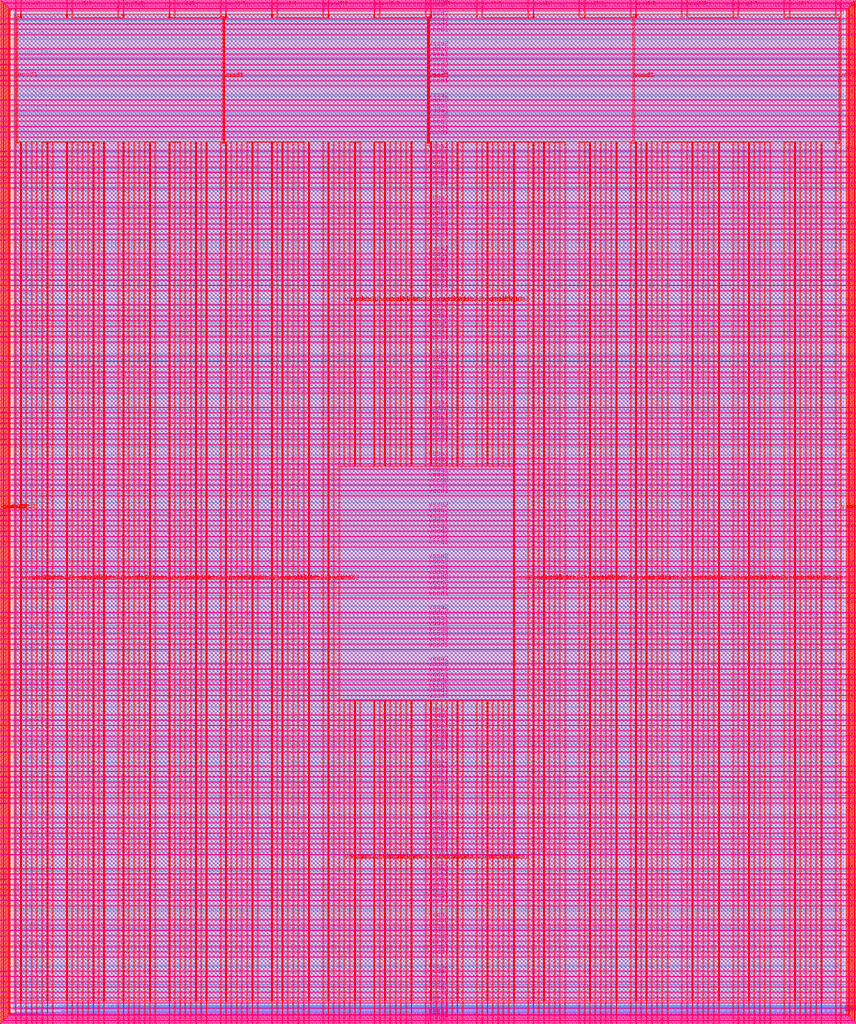
<source format=lef>
VERSION 5.7 ;
  NOWIREEXTENSIONATPIN ON ;
  DIVIDERCHAR "/" ;
  BUSBITCHARS "[]" ;
MACRO user_project_wrapper
  CLASS BLOCK ;
  FOREIGN user_project_wrapper ;
  ORIGIN 0.000 0.000 ;
  SIZE 2920.000 BY 3520.000 ;
  PIN analog_io[0]
    DIRECTION INOUT ;
    USE SIGNAL ;
    PORT
      LAYER met3 ;
        RECT 2917.600 1426.380 2924.800 1427.580 ;
    END
  END analog_io[0]
  PIN analog_io[10]
    DIRECTION INOUT ;
    USE SIGNAL ;
    PORT
      LAYER met2 ;
        RECT 2230.490 3517.600 2231.050 3524.800 ;
    END
  END analog_io[10]
  PIN analog_io[11]
    DIRECTION INOUT ;
    USE SIGNAL ;
    PORT
      LAYER met2 ;
        RECT 1905.730 3517.600 1906.290 3524.800 ;
    END
  END analog_io[11]
  PIN analog_io[12]
    DIRECTION INOUT ;
    USE SIGNAL ;
    PORT
      LAYER met2 ;
        RECT 1581.430 3517.600 1581.990 3524.800 ;
    END
  END analog_io[12]
  PIN analog_io[13]
    DIRECTION INOUT ;
    USE SIGNAL ;
    PORT
      LAYER met2 ;
        RECT 1257.130 3517.600 1257.690 3524.800 ;
    END
  END analog_io[13]
  PIN analog_io[14]
    DIRECTION INOUT ;
    USE SIGNAL ;
    PORT
      LAYER met2 ;
        RECT 932.370 3517.600 932.930 3524.800 ;
    END
  END analog_io[14]
  PIN analog_io[15]
    DIRECTION INOUT ;
    USE SIGNAL ;
    PORT
      LAYER met2 ;
        RECT 608.070 3517.600 608.630 3524.800 ;
    END
  END analog_io[15]
  PIN analog_io[16]
    DIRECTION INOUT ;
    USE SIGNAL ;
    PORT
      LAYER met2 ;
        RECT 283.770 3517.600 284.330 3524.800 ;
    END
  END analog_io[16]
  PIN analog_io[17]
    DIRECTION INOUT ;
    USE SIGNAL ;
    PORT
      LAYER met3 ;
        RECT -4.800 3486.100 2.400 3487.300 ;
    END
  END analog_io[17]
  PIN analog_io[18]
    DIRECTION INOUT ;
    USE SIGNAL ;
    PORT
      LAYER met3 ;
        RECT -4.800 3224.980 2.400 3226.180 ;
    END
  END analog_io[18]
  PIN analog_io[19]
    DIRECTION INOUT ;
    USE SIGNAL ;
    PORT
      LAYER met3 ;
        RECT -4.800 2964.540 2.400 2965.740 ;
    END
  END analog_io[19]
  PIN analog_io[1]
    DIRECTION INOUT ;
    USE SIGNAL ;
    PORT
      LAYER met3 ;
        RECT 2917.600 1692.260 2924.800 1693.460 ;
    END
  END analog_io[1]
  PIN analog_io[20]
    DIRECTION INOUT ;
    USE SIGNAL ;
    PORT
      LAYER met3 ;
        RECT -4.800 2703.420 2.400 2704.620 ;
    END
  END analog_io[20]
  PIN analog_io[21]
    DIRECTION INOUT ;
    USE SIGNAL ;
    PORT
      LAYER met3 ;
        RECT -4.800 2442.980 2.400 2444.180 ;
    END
  END analog_io[21]
  PIN analog_io[22]
    DIRECTION INOUT ;
    USE SIGNAL ;
    PORT
      LAYER met3 ;
        RECT -4.800 2182.540 2.400 2183.740 ;
    END
  END analog_io[22]
  PIN analog_io[23]
    DIRECTION INOUT ;
    USE SIGNAL ;
    PORT
      LAYER met3 ;
        RECT -4.800 1921.420 2.400 1922.620 ;
    END
  END analog_io[23]
  PIN analog_io[24]
    DIRECTION INOUT ;
    USE SIGNAL ;
    PORT
      LAYER met3 ;
        RECT -4.800 1660.980 2.400 1662.180 ;
    END
  END analog_io[24]
  PIN analog_io[25]
    DIRECTION INOUT ;
    USE SIGNAL ;
    PORT
      LAYER met3 ;
        RECT -4.800 1399.860 2.400 1401.060 ;
    END
  END analog_io[25]
  PIN analog_io[26]
    DIRECTION INOUT ;
    USE SIGNAL ;
    PORT
      LAYER met3 ;
        RECT -4.800 1139.420 2.400 1140.620 ;
    END
  END analog_io[26]
  PIN analog_io[27]
    DIRECTION INOUT ;
    USE SIGNAL ;
    PORT
      LAYER met3 ;
        RECT -4.800 878.980 2.400 880.180 ;
    END
  END analog_io[27]
  PIN analog_io[28]
    DIRECTION INOUT ;
    USE SIGNAL ;
    PORT
      LAYER met3 ;
        RECT -4.800 617.860 2.400 619.060 ;
    END
  END analog_io[28]
  PIN analog_io[2]
    DIRECTION INOUT ;
    USE SIGNAL ;
    PORT
      LAYER met3 ;
        RECT 2917.600 1958.140 2924.800 1959.340 ;
    END
  END analog_io[2]
  PIN analog_io[3]
    DIRECTION INOUT ;
    USE SIGNAL ;
    PORT
      LAYER met3 ;
        RECT 2917.600 2223.340 2924.800 2224.540 ;
    END
  END analog_io[3]
  PIN analog_io[4]
    DIRECTION INOUT ;
    USE SIGNAL ;
    PORT
      LAYER met3 ;
        RECT 2917.600 2489.220 2924.800 2490.420 ;
    END
  END analog_io[4]
  PIN analog_io[5]
    DIRECTION INOUT ;
    USE SIGNAL ;
    PORT
      LAYER met3 ;
        RECT 2917.600 2755.100 2924.800 2756.300 ;
    END
  END analog_io[5]
  PIN analog_io[6]
    DIRECTION INOUT ;
    USE SIGNAL ;
    PORT
      LAYER met3 ;
        RECT 2917.600 3020.300 2924.800 3021.500 ;
    END
  END analog_io[6]
  PIN analog_io[7]
    DIRECTION INOUT ;
    USE SIGNAL ;
    PORT
      LAYER met3 ;
        RECT 2917.600 3286.180 2924.800 3287.380 ;
    END
  END analog_io[7]
  PIN analog_io[8]
    DIRECTION INOUT ;
    USE SIGNAL ;
    PORT
      LAYER met2 ;
        RECT 2879.090 3517.600 2879.650 3524.800 ;
    END
  END analog_io[8]
  PIN analog_io[9]
    DIRECTION INOUT ;
    USE SIGNAL ;
    PORT
      LAYER met2 ;
        RECT 2554.790 3517.600 2555.350 3524.800 ;
    END
  END analog_io[9]
  PIN io_in[0]
    DIRECTION INPUT ;
    USE SIGNAL ;
    PORT
      LAYER met3 ;
        RECT 2917.600 32.380 2924.800 33.580 ;
    END
  END io_in[0]
  PIN io_in[10]
    DIRECTION INPUT ;
    USE SIGNAL ;
    PORT
      LAYER met3 ;
        RECT 2917.600 2289.980 2924.800 2291.180 ;
    END
  END io_in[10]
  PIN io_in[11]
    DIRECTION INPUT ;
    USE SIGNAL ;
    PORT
      LAYER met3 ;
        RECT 2917.600 2555.860 2924.800 2557.060 ;
    END
  END io_in[11]
  PIN io_in[12]
    DIRECTION INPUT ;
    USE SIGNAL ;
    PORT
      LAYER met3 ;
        RECT 2917.600 2821.060 2924.800 2822.260 ;
    END
  END io_in[12]
  PIN io_in[13]
    DIRECTION INPUT ;
    USE SIGNAL ;
    PORT
      LAYER met3 ;
        RECT 2917.600 3086.940 2924.800 3088.140 ;
    END
  END io_in[13]
  PIN io_in[14]
    DIRECTION INPUT ;
    USE SIGNAL ;
    PORT
      LAYER met3 ;
        RECT 2917.600 3352.820 2924.800 3354.020 ;
    END
  END io_in[14]
  PIN io_in[15]
    DIRECTION INPUT ;
    USE SIGNAL ;
    PORT
      LAYER met2 ;
        RECT 2798.130 3517.600 2798.690 3524.800 ;
    END
  END io_in[15]
  PIN io_in[16]
    DIRECTION INPUT ;
    USE SIGNAL ;
    PORT
      LAYER met2 ;
        RECT 2473.830 3517.600 2474.390 3524.800 ;
    END
  END io_in[16]
  PIN io_in[17]
    DIRECTION INPUT ;
    USE SIGNAL ;
    PORT
      LAYER met2 ;
        RECT 2149.070 3517.600 2149.630 3524.800 ;
    END
  END io_in[17]
  PIN io_in[18]
    DIRECTION INPUT ;
    USE SIGNAL ;
    PORT
      LAYER met2 ;
        RECT 1824.770 3517.600 1825.330 3524.800 ;
    END
  END io_in[18]
  PIN io_in[19]
    DIRECTION INPUT ;
    USE SIGNAL ;
    PORT
      LAYER met2 ;
        RECT 1500.470 3517.600 1501.030 3524.800 ;
    END
  END io_in[19]
  PIN io_in[1]
    DIRECTION INPUT ;
    USE SIGNAL ;
    PORT
      LAYER met3 ;
        RECT 2917.600 230.940 2924.800 232.140 ;
    END
  END io_in[1]
  PIN io_in[20]
    DIRECTION INPUT ;
    USE SIGNAL ;
    PORT
      LAYER met2 ;
        RECT 1175.710 3517.600 1176.270 3524.800 ;
    END
  END io_in[20]
  PIN io_in[21]
    DIRECTION INPUT ;
    USE SIGNAL ;
    PORT
      LAYER met2 ;
        RECT 851.410 3517.600 851.970 3524.800 ;
    END
  END io_in[21]
  PIN io_in[22]
    DIRECTION INPUT ;
    USE SIGNAL ;
    PORT
      LAYER met2 ;
        RECT 527.110 3517.600 527.670 3524.800 ;
    END
  END io_in[22]
  PIN io_in[23]
    DIRECTION INPUT ;
    USE SIGNAL ;
    PORT
      LAYER met2 ;
        RECT 202.350 3517.600 202.910 3524.800 ;
    END
  END io_in[23]
  PIN io_in[24]
    DIRECTION INPUT ;
    USE SIGNAL ;
    PORT
      LAYER met3 ;
        RECT -4.800 3420.820 2.400 3422.020 ;
    END
  END io_in[24]
  PIN io_in[25]
    DIRECTION INPUT ;
    USE SIGNAL ;
    PORT
      LAYER met3 ;
        RECT -4.800 3159.700 2.400 3160.900 ;
    END
  END io_in[25]
  PIN io_in[26]
    DIRECTION INPUT ;
    USE SIGNAL ;
    PORT
      LAYER met3 ;
        RECT -4.800 2899.260 2.400 2900.460 ;
    END
  END io_in[26]
  PIN io_in[27]
    DIRECTION INPUT ;
    USE SIGNAL ;
    PORT
      LAYER met3 ;
        RECT -4.800 2638.820 2.400 2640.020 ;
    END
  END io_in[27]
  PIN io_in[28]
    DIRECTION INPUT ;
    USE SIGNAL ;
    PORT
      LAYER met3 ;
        RECT -4.800 2377.700 2.400 2378.900 ;
    END
  END io_in[28]
  PIN io_in[29]
    DIRECTION INPUT ;
    USE SIGNAL ;
    PORT
      LAYER met3 ;
        RECT -4.800 2117.260 2.400 2118.460 ;
    END
  END io_in[29]
  PIN io_in[2]
    DIRECTION INPUT ;
    USE SIGNAL ;
    PORT
      LAYER met3 ;
        RECT 2917.600 430.180 2924.800 431.380 ;
    END
  END io_in[2]
  PIN io_in[30]
    DIRECTION INPUT ;
    USE SIGNAL ;
    PORT
      LAYER met3 ;
        RECT -4.800 1856.140 2.400 1857.340 ;
    END
  END io_in[30]
  PIN io_in[31]
    DIRECTION INPUT ;
    USE SIGNAL ;
    PORT
      LAYER met3 ;
        RECT -4.800 1595.700 2.400 1596.900 ;
    END
  END io_in[31]
  PIN io_in[32]
    DIRECTION INPUT ;
    USE SIGNAL ;
    PORT
      LAYER met3 ;
        RECT -4.800 1335.260 2.400 1336.460 ;
    END
  END io_in[32]
  PIN io_in[33]
    DIRECTION INPUT ;
    USE SIGNAL ;
    PORT
      LAYER met3 ;
        RECT -4.800 1074.140 2.400 1075.340 ;
    END
  END io_in[33]
  PIN io_in[34]
    DIRECTION INPUT ;
    USE SIGNAL ;
    PORT
      LAYER met3 ;
        RECT -4.800 813.700 2.400 814.900 ;
    END
  END io_in[34]
  PIN io_in[35]
    DIRECTION INPUT ;
    USE SIGNAL ;
    PORT
      LAYER met3 ;
        RECT -4.800 552.580 2.400 553.780 ;
    END
  END io_in[35]
  PIN io_in[36]
    DIRECTION INPUT ;
    USE SIGNAL ;
    PORT
      LAYER met3 ;
        RECT -4.800 357.420 2.400 358.620 ;
    END
  END io_in[36]
  PIN io_in[37]
    DIRECTION INPUT ;
    USE SIGNAL ;
    PORT
      LAYER met3 ;
        RECT -4.800 161.580 2.400 162.780 ;
    END
  END io_in[37]
  PIN io_in[3]
    DIRECTION INPUT ;
    USE SIGNAL ;
    PORT
      LAYER met3 ;
        RECT 2917.600 629.420 2924.800 630.620 ;
    END
  END io_in[3]
  PIN io_in[4]
    DIRECTION INPUT ;
    USE SIGNAL ;
    PORT
      LAYER met3 ;
        RECT 2917.600 828.660 2924.800 829.860 ;
    END
  END io_in[4]
  PIN io_in[5]
    DIRECTION INPUT ;
    USE SIGNAL ;
    PORT
      LAYER met3 ;
        RECT 2917.600 1027.900 2924.800 1029.100 ;
    END
  END io_in[5]
  PIN io_in[6]
    DIRECTION INPUT ;
    USE SIGNAL ;
    PORT
      LAYER met3 ;
        RECT 2917.600 1227.140 2924.800 1228.340 ;
    END
  END io_in[6]
  PIN io_in[7]
    DIRECTION INPUT ;
    USE SIGNAL ;
    PORT
      LAYER met3 ;
        RECT 2917.600 1493.020 2924.800 1494.220 ;
    END
  END io_in[7]
  PIN io_in[8]
    DIRECTION INPUT ;
    USE SIGNAL ;
    PORT
      LAYER met3 ;
        RECT 2917.600 1758.900 2924.800 1760.100 ;
    END
  END io_in[8]
  PIN io_in[9]
    DIRECTION INPUT ;
    USE SIGNAL ;
    PORT
      LAYER met3 ;
        RECT 2917.600 2024.100 2924.800 2025.300 ;
    END
  END io_in[9]
  PIN io_oeb[0]
    DIRECTION OUTPUT TRISTATE ;
    USE SIGNAL ;
    PORT
      LAYER met3 ;
        RECT 2917.600 164.980 2924.800 166.180 ;
    END
  END io_oeb[0]
  PIN io_oeb[10]
    DIRECTION OUTPUT TRISTATE ;
    USE SIGNAL ;
    PORT
      LAYER met3 ;
        RECT 2917.600 2422.580 2924.800 2423.780 ;
    END
  END io_oeb[10]
  PIN io_oeb[11]
    DIRECTION OUTPUT TRISTATE ;
    USE SIGNAL ;
    PORT
      LAYER met3 ;
        RECT 2917.600 2688.460 2924.800 2689.660 ;
    END
  END io_oeb[11]
  PIN io_oeb[12]
    DIRECTION OUTPUT TRISTATE ;
    USE SIGNAL ;
    PORT
      LAYER met3 ;
        RECT 2917.600 2954.340 2924.800 2955.540 ;
    END
  END io_oeb[12]
  PIN io_oeb[13]
    DIRECTION OUTPUT TRISTATE ;
    USE SIGNAL ;
    PORT
      LAYER met3 ;
        RECT 2917.600 3219.540 2924.800 3220.740 ;
    END
  END io_oeb[13]
  PIN io_oeb[14]
    DIRECTION OUTPUT TRISTATE ;
    USE SIGNAL ;
    PORT
      LAYER met3 ;
        RECT 2917.600 3485.420 2924.800 3486.620 ;
    END
  END io_oeb[14]
  PIN io_oeb[15]
    DIRECTION OUTPUT TRISTATE ;
    USE SIGNAL ;
    PORT
      LAYER met2 ;
        RECT 2635.750 3517.600 2636.310 3524.800 ;
    END
  END io_oeb[15]
  PIN io_oeb[16]
    DIRECTION OUTPUT TRISTATE ;
    USE SIGNAL ;
    PORT
      LAYER met2 ;
        RECT 2311.450 3517.600 2312.010 3524.800 ;
    END
  END io_oeb[16]
  PIN io_oeb[17]
    DIRECTION OUTPUT TRISTATE ;
    USE SIGNAL ;
    PORT
      LAYER met2 ;
        RECT 1987.150 3517.600 1987.710 3524.800 ;
    END
  END io_oeb[17]
  PIN io_oeb[18]
    DIRECTION OUTPUT TRISTATE ;
    USE SIGNAL ;
    PORT
      LAYER met2 ;
        RECT 1662.390 3517.600 1662.950 3524.800 ;
    END
  END io_oeb[18]
  PIN io_oeb[19]
    DIRECTION OUTPUT TRISTATE ;
    USE SIGNAL ;
    PORT
      LAYER met2 ;
        RECT 1338.090 3517.600 1338.650 3524.800 ;
    END
  END io_oeb[19]
  PIN io_oeb[1]
    DIRECTION OUTPUT TRISTATE ;
    USE SIGNAL ;
    PORT
      LAYER met3 ;
        RECT 2917.600 364.220 2924.800 365.420 ;
    END
  END io_oeb[1]
  PIN io_oeb[20]
    DIRECTION OUTPUT TRISTATE ;
    USE SIGNAL ;
    PORT
      LAYER met2 ;
        RECT 1013.790 3517.600 1014.350 3524.800 ;
    END
  END io_oeb[20]
  PIN io_oeb[21]
    DIRECTION OUTPUT TRISTATE ;
    USE SIGNAL ;
    PORT
      LAYER met2 ;
        RECT 689.030 3517.600 689.590 3524.800 ;
    END
  END io_oeb[21]
  PIN io_oeb[22]
    DIRECTION OUTPUT TRISTATE ;
    USE SIGNAL ;
    PORT
      LAYER met2 ;
        RECT 364.730 3517.600 365.290 3524.800 ;
    END
  END io_oeb[22]
  PIN io_oeb[23]
    DIRECTION OUTPUT TRISTATE ;
    USE SIGNAL ;
    PORT
      LAYER met2 ;
        RECT 40.430 3517.600 40.990 3524.800 ;
    END
  END io_oeb[23]
  PIN io_oeb[24]
    DIRECTION OUTPUT TRISTATE ;
    USE SIGNAL ;
    PORT
      LAYER met3 ;
        RECT -4.800 3290.260 2.400 3291.460 ;
    END
  END io_oeb[24]
  PIN io_oeb[25]
    DIRECTION OUTPUT TRISTATE ;
    USE SIGNAL ;
    PORT
      LAYER met3 ;
        RECT -4.800 3029.820 2.400 3031.020 ;
    END
  END io_oeb[25]
  PIN io_oeb[26]
    DIRECTION OUTPUT TRISTATE ;
    USE SIGNAL ;
    PORT
      LAYER met3 ;
        RECT -4.800 2768.700 2.400 2769.900 ;
    END
  END io_oeb[26]
  PIN io_oeb[27]
    DIRECTION OUTPUT TRISTATE ;
    USE SIGNAL ;
    PORT
      LAYER met3 ;
        RECT -4.800 2508.260 2.400 2509.460 ;
    END
  END io_oeb[27]
  PIN io_oeb[28]
    DIRECTION OUTPUT TRISTATE ;
    USE SIGNAL ;
    PORT
      LAYER met3 ;
        RECT -4.800 2247.140 2.400 2248.340 ;
    END
  END io_oeb[28]
  PIN io_oeb[29]
    DIRECTION OUTPUT TRISTATE ;
    USE SIGNAL ;
    PORT
      LAYER met3 ;
        RECT -4.800 1986.700 2.400 1987.900 ;
    END
  END io_oeb[29]
  PIN io_oeb[2]
    DIRECTION OUTPUT TRISTATE ;
    USE SIGNAL ;
    PORT
      LAYER met3 ;
        RECT 2917.600 563.460 2924.800 564.660 ;
    END
  END io_oeb[2]
  PIN io_oeb[30]
    DIRECTION OUTPUT TRISTATE ;
    USE SIGNAL ;
    PORT
      LAYER met3 ;
        RECT -4.800 1726.260 2.400 1727.460 ;
    END
  END io_oeb[30]
  PIN io_oeb[31]
    DIRECTION OUTPUT TRISTATE ;
    USE SIGNAL ;
    PORT
      LAYER met3 ;
        RECT -4.800 1465.140 2.400 1466.340 ;
    END
  END io_oeb[31]
  PIN io_oeb[32]
    DIRECTION OUTPUT TRISTATE ;
    USE SIGNAL ;
    PORT
      LAYER met3 ;
        RECT -4.800 1204.700 2.400 1205.900 ;
    END
  END io_oeb[32]
  PIN io_oeb[33]
    DIRECTION OUTPUT TRISTATE ;
    USE SIGNAL ;
    PORT
      LAYER met3 ;
        RECT -4.800 943.580 2.400 944.780 ;
    END
  END io_oeb[33]
  PIN io_oeb[34]
    DIRECTION OUTPUT TRISTATE ;
    USE SIGNAL ;
    PORT
      LAYER met3 ;
        RECT -4.800 683.140 2.400 684.340 ;
    END
  END io_oeb[34]
  PIN io_oeb[35]
    DIRECTION OUTPUT TRISTATE ;
    USE SIGNAL ;
    PORT
      LAYER met3 ;
        RECT -4.800 422.700 2.400 423.900 ;
    END
  END io_oeb[35]
  PIN io_oeb[36]
    DIRECTION OUTPUT TRISTATE ;
    USE SIGNAL ;
    PORT
      LAYER met3 ;
        RECT -4.800 226.860 2.400 228.060 ;
    END
  END io_oeb[36]
  PIN io_oeb[37]
    DIRECTION OUTPUT TRISTATE ;
    USE SIGNAL ;
    PORT
      LAYER met3 ;
        RECT -4.800 31.700 2.400 32.900 ;
    END
  END io_oeb[37]
  PIN io_oeb[3]
    DIRECTION OUTPUT TRISTATE ;
    USE SIGNAL ;
    PORT
      LAYER met3 ;
        RECT 2917.600 762.700 2924.800 763.900 ;
    END
  END io_oeb[3]
  PIN io_oeb[4]
    DIRECTION OUTPUT TRISTATE ;
    USE SIGNAL ;
    PORT
      LAYER met3 ;
        RECT 2917.600 961.940 2924.800 963.140 ;
    END
  END io_oeb[4]
  PIN io_oeb[5]
    DIRECTION OUTPUT TRISTATE ;
    USE SIGNAL ;
    PORT
      LAYER met3 ;
        RECT 2917.600 1161.180 2924.800 1162.380 ;
    END
  END io_oeb[5]
  PIN io_oeb[6]
    DIRECTION OUTPUT TRISTATE ;
    USE SIGNAL ;
    PORT
      LAYER met3 ;
        RECT 2917.600 1360.420 2924.800 1361.620 ;
    END
  END io_oeb[6]
  PIN io_oeb[7]
    DIRECTION OUTPUT TRISTATE ;
    USE SIGNAL ;
    PORT
      LAYER met3 ;
        RECT 2917.600 1625.620 2924.800 1626.820 ;
    END
  END io_oeb[7]
  PIN io_oeb[8]
    DIRECTION OUTPUT TRISTATE ;
    USE SIGNAL ;
    PORT
      LAYER met3 ;
        RECT 2917.600 1891.500 2924.800 1892.700 ;
    END
  END io_oeb[8]
  PIN io_oeb[9]
    DIRECTION OUTPUT TRISTATE ;
    USE SIGNAL ;
    PORT
      LAYER met3 ;
        RECT 2917.600 2157.380 2924.800 2158.580 ;
    END
  END io_oeb[9]
  PIN io_out[0]
    DIRECTION OUTPUT TRISTATE ;
    USE SIGNAL ;
    PORT
      LAYER met3 ;
        RECT 2917.600 98.340 2924.800 99.540 ;
    END
  END io_out[0]
  PIN io_out[10]
    DIRECTION OUTPUT TRISTATE ;
    USE SIGNAL ;
    PORT
      LAYER met3 ;
        RECT 2917.600 2356.620 2924.800 2357.820 ;
    END
  END io_out[10]
  PIN io_out[11]
    DIRECTION OUTPUT TRISTATE ;
    USE SIGNAL ;
    PORT
      LAYER met3 ;
        RECT 2917.600 2621.820 2924.800 2623.020 ;
    END
  END io_out[11]
  PIN io_out[12]
    DIRECTION OUTPUT TRISTATE ;
    USE SIGNAL ;
    PORT
      LAYER met3 ;
        RECT 2917.600 2887.700 2924.800 2888.900 ;
    END
  END io_out[12]
  PIN io_out[13]
    DIRECTION OUTPUT TRISTATE ;
    USE SIGNAL ;
    PORT
      LAYER met3 ;
        RECT 2917.600 3153.580 2924.800 3154.780 ;
    END
  END io_out[13]
  PIN io_out[14]
    DIRECTION OUTPUT TRISTATE ;
    USE SIGNAL ;
    PORT
      LAYER met3 ;
        RECT 2917.600 3418.780 2924.800 3419.980 ;
    END
  END io_out[14]
  PIN io_out[15]
    DIRECTION OUTPUT TRISTATE ;
    USE SIGNAL ;
    PORT
      LAYER met2 ;
        RECT 2717.170 3517.600 2717.730 3524.800 ;
    END
  END io_out[15]
  PIN io_out[16]
    DIRECTION OUTPUT TRISTATE ;
    USE SIGNAL ;
    PORT
      LAYER met2 ;
        RECT 2392.410 3517.600 2392.970 3524.800 ;
    END
  END io_out[16]
  PIN io_out[17]
    DIRECTION OUTPUT TRISTATE ;
    USE SIGNAL ;
    PORT
      LAYER met2 ;
        RECT 2068.110 3517.600 2068.670 3524.800 ;
    END
  END io_out[17]
  PIN io_out[18]
    DIRECTION OUTPUT TRISTATE ;
    USE SIGNAL ;
    PORT
      LAYER met2 ;
        RECT 1743.810 3517.600 1744.370 3524.800 ;
    END
  END io_out[18]
  PIN io_out[19]
    DIRECTION OUTPUT TRISTATE ;
    USE SIGNAL ;
    PORT
      LAYER met2 ;
        RECT 1419.050 3517.600 1419.610 3524.800 ;
    END
  END io_out[19]
  PIN io_out[1]
    DIRECTION OUTPUT TRISTATE ;
    USE SIGNAL ;
    PORT
      LAYER met3 ;
        RECT 2917.600 297.580 2924.800 298.780 ;
    END
  END io_out[1]
  PIN io_out[20]
    DIRECTION OUTPUT TRISTATE ;
    USE SIGNAL ;
    PORT
      LAYER met2 ;
        RECT 1094.750 3517.600 1095.310 3524.800 ;
    END
  END io_out[20]
  PIN io_out[21]
    DIRECTION OUTPUT TRISTATE ;
    USE SIGNAL ;
    PORT
      LAYER met2 ;
        RECT 770.450 3517.600 771.010 3524.800 ;
    END
  END io_out[21]
  PIN io_out[22]
    DIRECTION OUTPUT TRISTATE ;
    USE SIGNAL ;
    PORT
      LAYER met2 ;
        RECT 445.690 3517.600 446.250 3524.800 ;
    END
  END io_out[22]
  PIN io_out[23]
    DIRECTION OUTPUT TRISTATE ;
    USE SIGNAL ;
    PORT
      LAYER met2 ;
        RECT 121.390 3517.600 121.950 3524.800 ;
    END
  END io_out[23]
  PIN io_out[24]
    DIRECTION OUTPUT TRISTATE ;
    USE SIGNAL ;
    PORT
      LAYER met3 ;
        RECT -4.800 3355.540 2.400 3356.740 ;
    END
  END io_out[24]
  PIN io_out[25]
    DIRECTION OUTPUT TRISTATE ;
    USE SIGNAL ;
    PORT
      LAYER met3 ;
        RECT -4.800 3095.100 2.400 3096.300 ;
    END
  END io_out[25]
  PIN io_out[26]
    DIRECTION OUTPUT TRISTATE ;
    USE SIGNAL ;
    PORT
      LAYER met3 ;
        RECT -4.800 2833.980 2.400 2835.180 ;
    END
  END io_out[26]
  PIN io_out[27]
    DIRECTION OUTPUT TRISTATE ;
    USE SIGNAL ;
    PORT
      LAYER met3 ;
        RECT -4.800 2573.540 2.400 2574.740 ;
    END
  END io_out[27]
  PIN io_out[28]
    DIRECTION OUTPUT TRISTATE ;
    USE SIGNAL ;
    PORT
      LAYER met3 ;
        RECT -4.800 2312.420 2.400 2313.620 ;
    END
  END io_out[28]
  PIN io_out[29]
    DIRECTION OUTPUT TRISTATE ;
    USE SIGNAL ;
    PORT
      LAYER met3 ;
        RECT -4.800 2051.980 2.400 2053.180 ;
    END
  END io_out[29]
  PIN io_out[2]
    DIRECTION OUTPUT TRISTATE ;
    USE SIGNAL ;
    PORT
      LAYER met3 ;
        RECT 2917.600 496.820 2924.800 498.020 ;
    END
  END io_out[2]
  PIN io_out[30]
    DIRECTION OUTPUT TRISTATE ;
    USE SIGNAL ;
    PORT
      LAYER met3 ;
        RECT -4.800 1791.540 2.400 1792.740 ;
    END
  END io_out[30]
  PIN io_out[31]
    DIRECTION OUTPUT TRISTATE ;
    USE SIGNAL ;
    PORT
      LAYER met3 ;
        RECT -4.800 1530.420 2.400 1531.620 ;
    END
  END io_out[31]
  PIN io_out[32]
    DIRECTION OUTPUT TRISTATE ;
    USE SIGNAL ;
    PORT
      LAYER met3 ;
        RECT -4.800 1269.980 2.400 1271.180 ;
    END
  END io_out[32]
  PIN io_out[33]
    DIRECTION OUTPUT TRISTATE ;
    USE SIGNAL ;
    PORT
      LAYER met3 ;
        RECT -4.800 1008.860 2.400 1010.060 ;
    END
  END io_out[33]
  PIN io_out[34]
    DIRECTION OUTPUT TRISTATE ;
    USE SIGNAL ;
    PORT
      LAYER met3 ;
        RECT -4.800 748.420 2.400 749.620 ;
    END
  END io_out[34]
  PIN io_out[35]
    DIRECTION OUTPUT TRISTATE ;
    USE SIGNAL ;
    PORT
      LAYER met3 ;
        RECT -4.800 487.300 2.400 488.500 ;
    END
  END io_out[35]
  PIN io_out[36]
    DIRECTION OUTPUT TRISTATE ;
    USE SIGNAL ;
    PORT
      LAYER met3 ;
        RECT -4.800 292.140 2.400 293.340 ;
    END
  END io_out[36]
  PIN io_out[37]
    DIRECTION OUTPUT TRISTATE ;
    USE SIGNAL ;
    PORT
      LAYER met3 ;
        RECT -4.800 96.300 2.400 97.500 ;
    END
  END io_out[37]
  PIN io_out[3]
    DIRECTION OUTPUT TRISTATE ;
    USE SIGNAL ;
    PORT
      LAYER met3 ;
        RECT 2917.600 696.060 2924.800 697.260 ;
    END
  END io_out[3]
  PIN io_out[4]
    DIRECTION OUTPUT TRISTATE ;
    USE SIGNAL ;
    PORT
      LAYER met3 ;
        RECT 2917.600 895.300 2924.800 896.500 ;
    END
  END io_out[4]
  PIN io_out[5]
    DIRECTION OUTPUT TRISTATE ;
    USE SIGNAL ;
    PORT
      LAYER met3 ;
        RECT 2917.600 1094.540 2924.800 1095.740 ;
    END
  END io_out[5]
  PIN io_out[6]
    DIRECTION OUTPUT TRISTATE ;
    USE SIGNAL ;
    PORT
      LAYER met3 ;
        RECT 2917.600 1293.780 2924.800 1294.980 ;
    END
  END io_out[6]
  PIN io_out[7]
    DIRECTION OUTPUT TRISTATE ;
    USE SIGNAL ;
    PORT
      LAYER met3 ;
        RECT 2917.600 1559.660 2924.800 1560.860 ;
    END
  END io_out[7]
  PIN io_out[8]
    DIRECTION OUTPUT TRISTATE ;
    USE SIGNAL ;
    PORT
      LAYER met3 ;
        RECT 2917.600 1824.860 2924.800 1826.060 ;
    END
  END io_out[8]
  PIN io_out[9]
    DIRECTION OUTPUT TRISTATE ;
    USE SIGNAL ;
    PORT
      LAYER met3 ;
        RECT 2917.600 2090.740 2924.800 2091.940 ;
    END
  END io_out[9]
  PIN la_data_in[0]
    DIRECTION INPUT ;
    USE SIGNAL ;
    PORT
      LAYER met2 ;
        RECT 629.230 -4.800 629.790 2.400 ;
    END
  END la_data_in[0]
  PIN la_data_in[100]
    DIRECTION INPUT ;
    USE SIGNAL ;
    PORT
      LAYER met2 ;
        RECT 2402.530 -4.800 2403.090 2.400 ;
    END
  END la_data_in[100]
  PIN la_data_in[101]
    DIRECTION INPUT ;
    USE SIGNAL ;
    PORT
      LAYER met2 ;
        RECT 2420.010 -4.800 2420.570 2.400 ;
    END
  END la_data_in[101]
  PIN la_data_in[102]
    DIRECTION INPUT ;
    USE SIGNAL ;
    PORT
      LAYER met2 ;
        RECT 2437.950 -4.800 2438.510 2.400 ;
    END
  END la_data_in[102]
  PIN la_data_in[103]
    DIRECTION INPUT ;
    USE SIGNAL ;
    PORT
      LAYER met2 ;
        RECT 2455.430 -4.800 2455.990 2.400 ;
    END
  END la_data_in[103]
  PIN la_data_in[104]
    DIRECTION INPUT ;
    USE SIGNAL ;
    PORT
      LAYER met2 ;
        RECT 2473.370 -4.800 2473.930 2.400 ;
    END
  END la_data_in[104]
  PIN la_data_in[105]
    DIRECTION INPUT ;
    USE SIGNAL ;
    PORT
      LAYER met2 ;
        RECT 2490.850 -4.800 2491.410 2.400 ;
    END
  END la_data_in[105]
  PIN la_data_in[106]
    DIRECTION INPUT ;
    USE SIGNAL ;
    PORT
      LAYER met2 ;
        RECT 2508.790 -4.800 2509.350 2.400 ;
    END
  END la_data_in[106]
  PIN la_data_in[107]
    DIRECTION INPUT ;
    USE SIGNAL ;
    PORT
      LAYER met2 ;
        RECT 2526.730 -4.800 2527.290 2.400 ;
    END
  END la_data_in[107]
  PIN la_data_in[108]
    DIRECTION INPUT ;
    USE SIGNAL ;
    PORT
      LAYER met2 ;
        RECT 2544.210 -4.800 2544.770 2.400 ;
    END
  END la_data_in[108]
  PIN la_data_in[109]
    DIRECTION INPUT ;
    USE SIGNAL ;
    PORT
      LAYER met2 ;
        RECT 2562.150 -4.800 2562.710 2.400 ;
    END
  END la_data_in[109]
  PIN la_data_in[10]
    DIRECTION INPUT ;
    USE SIGNAL ;
    PORT
      LAYER met2 ;
        RECT 806.330 -4.800 806.890 2.400 ;
    END
  END la_data_in[10]
  PIN la_data_in[110]
    DIRECTION INPUT ;
    USE SIGNAL ;
    PORT
      LAYER met2 ;
        RECT 2579.630 -4.800 2580.190 2.400 ;
    END
  END la_data_in[110]
  PIN la_data_in[111]
    DIRECTION INPUT ;
    USE SIGNAL ;
    PORT
      LAYER met2 ;
        RECT 2597.570 -4.800 2598.130 2.400 ;
    END
  END la_data_in[111]
  PIN la_data_in[112]
    DIRECTION INPUT ;
    USE SIGNAL ;
    PORT
      LAYER met2 ;
        RECT 2615.050 -4.800 2615.610 2.400 ;
    END
  END la_data_in[112]
  PIN la_data_in[113]
    DIRECTION INPUT ;
    USE SIGNAL ;
    PORT
      LAYER met2 ;
        RECT 2632.990 -4.800 2633.550 2.400 ;
    END
  END la_data_in[113]
  PIN la_data_in[114]
    DIRECTION INPUT ;
    USE SIGNAL ;
    PORT
      LAYER met2 ;
        RECT 2650.470 -4.800 2651.030 2.400 ;
    END
  END la_data_in[114]
  PIN la_data_in[115]
    DIRECTION INPUT ;
    USE SIGNAL ;
    PORT
      LAYER met2 ;
        RECT 2668.410 -4.800 2668.970 2.400 ;
    END
  END la_data_in[115]
  PIN la_data_in[116]
    DIRECTION INPUT ;
    USE SIGNAL ;
    PORT
      LAYER met2 ;
        RECT 2685.890 -4.800 2686.450 2.400 ;
    END
  END la_data_in[116]
  PIN la_data_in[117]
    DIRECTION INPUT ;
    USE SIGNAL ;
    PORT
      LAYER met2 ;
        RECT 2703.830 -4.800 2704.390 2.400 ;
    END
  END la_data_in[117]
  PIN la_data_in[118]
    DIRECTION INPUT ;
    USE SIGNAL ;
    PORT
      LAYER met2 ;
        RECT 2721.770 -4.800 2722.330 2.400 ;
    END
  END la_data_in[118]
  PIN la_data_in[119]
    DIRECTION INPUT ;
    USE SIGNAL ;
    PORT
      LAYER met2 ;
        RECT 2739.250 -4.800 2739.810 2.400 ;
    END
  END la_data_in[119]
  PIN la_data_in[11]
    DIRECTION INPUT ;
    USE SIGNAL ;
    PORT
      LAYER met2 ;
        RECT 824.270 -4.800 824.830 2.400 ;
    END
  END la_data_in[11]
  PIN la_data_in[120]
    DIRECTION INPUT ;
    USE SIGNAL ;
    PORT
      LAYER met2 ;
        RECT 2757.190 -4.800 2757.750 2.400 ;
    END
  END la_data_in[120]
  PIN la_data_in[121]
    DIRECTION INPUT ;
    USE SIGNAL ;
    PORT
      LAYER met2 ;
        RECT 2774.670 -4.800 2775.230 2.400 ;
    END
  END la_data_in[121]
  PIN la_data_in[122]
    DIRECTION INPUT ;
    USE SIGNAL ;
    PORT
      LAYER met2 ;
        RECT 2792.610 -4.800 2793.170 2.400 ;
    END
  END la_data_in[122]
  PIN la_data_in[123]
    DIRECTION INPUT ;
    USE SIGNAL ;
    PORT
      LAYER met2 ;
        RECT 2810.090 -4.800 2810.650 2.400 ;
    END
  END la_data_in[123]
  PIN la_data_in[124]
    DIRECTION INPUT ;
    USE SIGNAL ;
    PORT
      LAYER met2 ;
        RECT 2828.030 -4.800 2828.590 2.400 ;
    END
  END la_data_in[124]
  PIN la_data_in[125]
    DIRECTION INPUT ;
    USE SIGNAL ;
    PORT
      LAYER met2 ;
        RECT 2845.510 -4.800 2846.070 2.400 ;
    END
  END la_data_in[125]
  PIN la_data_in[126]
    DIRECTION INPUT ;
    USE SIGNAL ;
    PORT
      LAYER met2 ;
        RECT 2863.450 -4.800 2864.010 2.400 ;
    END
  END la_data_in[126]
  PIN la_data_in[127]
    DIRECTION INPUT ;
    USE SIGNAL ;
    PORT
      LAYER met2 ;
        RECT 2881.390 -4.800 2881.950 2.400 ;
    END
  END la_data_in[127]
  PIN la_data_in[12]
    DIRECTION INPUT ;
    USE SIGNAL ;
    PORT
      LAYER met2 ;
        RECT 841.750 -4.800 842.310 2.400 ;
    END
  END la_data_in[12]
  PIN la_data_in[13]
    DIRECTION INPUT ;
    USE SIGNAL ;
    PORT
      LAYER met2 ;
        RECT 859.690 -4.800 860.250 2.400 ;
    END
  END la_data_in[13]
  PIN la_data_in[14]
    DIRECTION INPUT ;
    USE SIGNAL ;
    PORT
      LAYER met2 ;
        RECT 877.170 -4.800 877.730 2.400 ;
    END
  END la_data_in[14]
  PIN la_data_in[15]
    DIRECTION INPUT ;
    USE SIGNAL ;
    PORT
      LAYER met2 ;
        RECT 895.110 -4.800 895.670 2.400 ;
    END
  END la_data_in[15]
  PIN la_data_in[16]
    DIRECTION INPUT ;
    USE SIGNAL ;
    PORT
      LAYER met2 ;
        RECT 912.590 -4.800 913.150 2.400 ;
    END
  END la_data_in[16]
  PIN la_data_in[17]
    DIRECTION INPUT ;
    USE SIGNAL ;
    PORT
      LAYER met2 ;
        RECT 930.530 -4.800 931.090 2.400 ;
    END
  END la_data_in[17]
  PIN la_data_in[18]
    DIRECTION INPUT ;
    USE SIGNAL ;
    PORT
      LAYER met2 ;
        RECT 948.470 -4.800 949.030 2.400 ;
    END
  END la_data_in[18]
  PIN la_data_in[19]
    DIRECTION INPUT ;
    USE SIGNAL ;
    PORT
      LAYER met2 ;
        RECT 965.950 -4.800 966.510 2.400 ;
    END
  END la_data_in[19]
  PIN la_data_in[1]
    DIRECTION INPUT ;
    USE SIGNAL ;
    PORT
      LAYER met2 ;
        RECT 646.710 -4.800 647.270 2.400 ;
    END
  END la_data_in[1]
  PIN la_data_in[20]
    DIRECTION INPUT ;
    USE SIGNAL ;
    PORT
      LAYER met2 ;
        RECT 983.890 -4.800 984.450 2.400 ;
    END
  END la_data_in[20]
  PIN la_data_in[21]
    DIRECTION INPUT ;
    USE SIGNAL ;
    PORT
      LAYER met2 ;
        RECT 1001.370 -4.800 1001.930 2.400 ;
    END
  END la_data_in[21]
  PIN la_data_in[22]
    DIRECTION INPUT ;
    USE SIGNAL ;
    PORT
      LAYER met2 ;
        RECT 1019.310 -4.800 1019.870 2.400 ;
    END
  END la_data_in[22]
  PIN la_data_in[23]
    DIRECTION INPUT ;
    USE SIGNAL ;
    PORT
      LAYER met2 ;
        RECT 1036.790 -4.800 1037.350 2.400 ;
    END
  END la_data_in[23]
  PIN la_data_in[24]
    DIRECTION INPUT ;
    USE SIGNAL ;
    PORT
      LAYER met2 ;
        RECT 1054.730 -4.800 1055.290 2.400 ;
    END
  END la_data_in[24]
  PIN la_data_in[25]
    DIRECTION INPUT ;
    USE SIGNAL ;
    PORT
      LAYER met2 ;
        RECT 1072.210 -4.800 1072.770 2.400 ;
    END
  END la_data_in[25]
  PIN la_data_in[26]
    DIRECTION INPUT ;
    USE SIGNAL ;
    PORT
      LAYER met2 ;
        RECT 1090.150 -4.800 1090.710 2.400 ;
    END
  END la_data_in[26]
  PIN la_data_in[27]
    DIRECTION INPUT ;
    USE SIGNAL ;
    PORT
      LAYER met2 ;
        RECT 1107.630 -4.800 1108.190 2.400 ;
    END
  END la_data_in[27]
  PIN la_data_in[28]
    DIRECTION INPUT ;
    USE SIGNAL ;
    PORT
      LAYER met2 ;
        RECT 1125.570 -4.800 1126.130 2.400 ;
    END
  END la_data_in[28]
  PIN la_data_in[29]
    DIRECTION INPUT ;
    USE SIGNAL ;
    PORT
      LAYER met2 ;
        RECT 1143.510 -4.800 1144.070 2.400 ;
    END
  END la_data_in[29]
  PIN la_data_in[2]
    DIRECTION INPUT ;
    USE SIGNAL ;
    PORT
      LAYER met2 ;
        RECT 664.650 -4.800 665.210 2.400 ;
    END
  END la_data_in[2]
  PIN la_data_in[30]
    DIRECTION INPUT ;
    USE SIGNAL ;
    PORT
      LAYER met2 ;
        RECT 1160.990 -4.800 1161.550 2.400 ;
    END
  END la_data_in[30]
  PIN la_data_in[31]
    DIRECTION INPUT ;
    USE SIGNAL ;
    PORT
      LAYER met2 ;
        RECT 1178.930 -4.800 1179.490 2.400 ;
    END
  END la_data_in[31]
  PIN la_data_in[32]
    DIRECTION INPUT ;
    USE SIGNAL ;
    PORT
      LAYER met2 ;
        RECT 1196.410 -4.800 1196.970 2.400 ;
    END
  END la_data_in[32]
  PIN la_data_in[33]
    DIRECTION INPUT ;
    USE SIGNAL ;
    PORT
      LAYER met2 ;
        RECT 1214.350 -4.800 1214.910 2.400 ;
    END
  END la_data_in[33]
  PIN la_data_in[34]
    DIRECTION INPUT ;
    USE SIGNAL ;
    PORT
      LAYER met2 ;
        RECT 1231.830 -4.800 1232.390 2.400 ;
    END
  END la_data_in[34]
  PIN la_data_in[35]
    DIRECTION INPUT ;
    USE SIGNAL ;
    PORT
      LAYER met2 ;
        RECT 1249.770 -4.800 1250.330 2.400 ;
    END
  END la_data_in[35]
  PIN la_data_in[36]
    DIRECTION INPUT ;
    USE SIGNAL ;
    PORT
      LAYER met2 ;
        RECT 1267.250 -4.800 1267.810 2.400 ;
    END
  END la_data_in[36]
  PIN la_data_in[37]
    DIRECTION INPUT ;
    USE SIGNAL ;
    PORT
      LAYER met2 ;
        RECT 1285.190 -4.800 1285.750 2.400 ;
    END
  END la_data_in[37]
  PIN la_data_in[38]
    DIRECTION INPUT ;
    USE SIGNAL ;
    PORT
      LAYER met2 ;
        RECT 1303.130 -4.800 1303.690 2.400 ;
    END
  END la_data_in[38]
  PIN la_data_in[39]
    DIRECTION INPUT ;
    USE SIGNAL ;
    PORT
      LAYER met2 ;
        RECT 1320.610 -4.800 1321.170 2.400 ;
    END
  END la_data_in[39]
  PIN la_data_in[3]
    DIRECTION INPUT ;
    USE SIGNAL ;
    PORT
      LAYER met2 ;
        RECT 682.130 -4.800 682.690 2.400 ;
    END
  END la_data_in[3]
  PIN la_data_in[40]
    DIRECTION INPUT ;
    USE SIGNAL ;
    PORT
      LAYER met2 ;
        RECT 1338.550 -4.800 1339.110 2.400 ;
    END
  END la_data_in[40]
  PIN la_data_in[41]
    DIRECTION INPUT ;
    USE SIGNAL ;
    PORT
      LAYER met2 ;
        RECT 1356.030 -4.800 1356.590 2.400 ;
    END
  END la_data_in[41]
  PIN la_data_in[42]
    DIRECTION INPUT ;
    USE SIGNAL ;
    PORT
      LAYER met2 ;
        RECT 1373.970 -4.800 1374.530 2.400 ;
    END
  END la_data_in[42]
  PIN la_data_in[43]
    DIRECTION INPUT ;
    USE SIGNAL ;
    PORT
      LAYER met2 ;
        RECT 1391.450 -4.800 1392.010 2.400 ;
    END
  END la_data_in[43]
  PIN la_data_in[44]
    DIRECTION INPUT ;
    USE SIGNAL ;
    PORT
      LAYER met2 ;
        RECT 1409.390 -4.800 1409.950 2.400 ;
    END
  END la_data_in[44]
  PIN la_data_in[45]
    DIRECTION INPUT ;
    USE SIGNAL ;
    PORT
      LAYER met2 ;
        RECT 1426.870 -4.800 1427.430 2.400 ;
    END
  END la_data_in[45]
  PIN la_data_in[46]
    DIRECTION INPUT ;
    USE SIGNAL ;
    PORT
      LAYER met2 ;
        RECT 1444.810 -4.800 1445.370 2.400 ;
    END
  END la_data_in[46]
  PIN la_data_in[47]
    DIRECTION INPUT ;
    USE SIGNAL ;
    PORT
      LAYER met2 ;
        RECT 1462.750 -4.800 1463.310 2.400 ;
    END
  END la_data_in[47]
  PIN la_data_in[48]
    DIRECTION INPUT ;
    USE SIGNAL ;
    PORT
      LAYER met2 ;
        RECT 1480.230 -4.800 1480.790 2.400 ;
    END
  END la_data_in[48]
  PIN la_data_in[49]
    DIRECTION INPUT ;
    USE SIGNAL ;
    PORT
      LAYER met2 ;
        RECT 1498.170 -4.800 1498.730 2.400 ;
    END
  END la_data_in[49]
  PIN la_data_in[4]
    DIRECTION INPUT ;
    USE SIGNAL ;
    PORT
      LAYER met2 ;
        RECT 700.070 -4.800 700.630 2.400 ;
    END
  END la_data_in[4]
  PIN la_data_in[50]
    DIRECTION INPUT ;
    USE SIGNAL ;
    PORT
      LAYER met2 ;
        RECT 1515.650 -4.800 1516.210 2.400 ;
    END
  END la_data_in[50]
  PIN la_data_in[51]
    DIRECTION INPUT ;
    USE SIGNAL ;
    PORT
      LAYER met2 ;
        RECT 1533.590 -4.800 1534.150 2.400 ;
    END
  END la_data_in[51]
  PIN la_data_in[52]
    DIRECTION INPUT ;
    USE SIGNAL ;
    PORT
      LAYER met2 ;
        RECT 1551.070 -4.800 1551.630 2.400 ;
    END
  END la_data_in[52]
  PIN la_data_in[53]
    DIRECTION INPUT ;
    USE SIGNAL ;
    PORT
      LAYER met2 ;
        RECT 1569.010 -4.800 1569.570 2.400 ;
    END
  END la_data_in[53]
  PIN la_data_in[54]
    DIRECTION INPUT ;
    USE SIGNAL ;
    PORT
      LAYER met2 ;
        RECT 1586.490 -4.800 1587.050 2.400 ;
    END
  END la_data_in[54]
  PIN la_data_in[55]
    DIRECTION INPUT ;
    USE SIGNAL ;
    PORT
      LAYER met2 ;
        RECT 1604.430 -4.800 1604.990 2.400 ;
    END
  END la_data_in[55]
  PIN la_data_in[56]
    DIRECTION INPUT ;
    USE SIGNAL ;
    PORT
      LAYER met2 ;
        RECT 1621.910 -4.800 1622.470 2.400 ;
    END
  END la_data_in[56]
  PIN la_data_in[57]
    DIRECTION INPUT ;
    USE SIGNAL ;
    PORT
      LAYER met2 ;
        RECT 1639.850 -4.800 1640.410 2.400 ;
    END
  END la_data_in[57]
  PIN la_data_in[58]
    DIRECTION INPUT ;
    USE SIGNAL ;
    PORT
      LAYER met2 ;
        RECT 1657.790 -4.800 1658.350 2.400 ;
    END
  END la_data_in[58]
  PIN la_data_in[59]
    DIRECTION INPUT ;
    USE SIGNAL ;
    PORT
      LAYER met2 ;
        RECT 1675.270 -4.800 1675.830 2.400 ;
    END
  END la_data_in[59]
  PIN la_data_in[5]
    DIRECTION INPUT ;
    USE SIGNAL ;
    PORT
      LAYER met2 ;
        RECT 717.550 -4.800 718.110 2.400 ;
    END
  END la_data_in[5]
  PIN la_data_in[60]
    DIRECTION INPUT ;
    USE SIGNAL ;
    PORT
      LAYER met2 ;
        RECT 1693.210 -4.800 1693.770 2.400 ;
    END
  END la_data_in[60]
  PIN la_data_in[61]
    DIRECTION INPUT ;
    USE SIGNAL ;
    PORT
      LAYER met2 ;
        RECT 1710.690 -4.800 1711.250 2.400 ;
    END
  END la_data_in[61]
  PIN la_data_in[62]
    DIRECTION INPUT ;
    USE SIGNAL ;
    PORT
      LAYER met2 ;
        RECT 1728.630 -4.800 1729.190 2.400 ;
    END
  END la_data_in[62]
  PIN la_data_in[63]
    DIRECTION INPUT ;
    USE SIGNAL ;
    PORT
      LAYER met2 ;
        RECT 1746.110 -4.800 1746.670 2.400 ;
    END
  END la_data_in[63]
  PIN la_data_in[64]
    DIRECTION INPUT ;
    USE SIGNAL ;
    PORT
      LAYER met2 ;
        RECT 1764.050 -4.800 1764.610 2.400 ;
    END
  END la_data_in[64]
  PIN la_data_in[65]
    DIRECTION INPUT ;
    USE SIGNAL ;
    PORT
      LAYER met2 ;
        RECT 1781.530 -4.800 1782.090 2.400 ;
    END
  END la_data_in[65]
  PIN la_data_in[66]
    DIRECTION INPUT ;
    USE SIGNAL ;
    PORT
      LAYER met2 ;
        RECT 1799.470 -4.800 1800.030 2.400 ;
    END
  END la_data_in[66]
  PIN la_data_in[67]
    DIRECTION INPUT ;
    USE SIGNAL ;
    PORT
      LAYER met2 ;
        RECT 1817.410 -4.800 1817.970 2.400 ;
    END
  END la_data_in[67]
  PIN la_data_in[68]
    DIRECTION INPUT ;
    USE SIGNAL ;
    PORT
      LAYER met2 ;
        RECT 1834.890 -4.800 1835.450 2.400 ;
    END
  END la_data_in[68]
  PIN la_data_in[69]
    DIRECTION INPUT ;
    USE SIGNAL ;
    PORT
      LAYER met2 ;
        RECT 1852.830 -4.800 1853.390 2.400 ;
    END
  END la_data_in[69]
  PIN la_data_in[6]
    DIRECTION INPUT ;
    USE SIGNAL ;
    PORT
      LAYER met2 ;
        RECT 735.490 -4.800 736.050 2.400 ;
    END
  END la_data_in[6]
  PIN la_data_in[70]
    DIRECTION INPUT ;
    USE SIGNAL ;
    PORT
      LAYER met2 ;
        RECT 1870.310 -4.800 1870.870 2.400 ;
    END
  END la_data_in[70]
  PIN la_data_in[71]
    DIRECTION INPUT ;
    USE SIGNAL ;
    PORT
      LAYER met2 ;
        RECT 1888.250 -4.800 1888.810 2.400 ;
    END
  END la_data_in[71]
  PIN la_data_in[72]
    DIRECTION INPUT ;
    USE SIGNAL ;
    PORT
      LAYER met2 ;
        RECT 1905.730 -4.800 1906.290 2.400 ;
    END
  END la_data_in[72]
  PIN la_data_in[73]
    DIRECTION INPUT ;
    USE SIGNAL ;
    PORT
      LAYER met2 ;
        RECT 1923.670 -4.800 1924.230 2.400 ;
    END
  END la_data_in[73]
  PIN la_data_in[74]
    DIRECTION INPUT ;
    USE SIGNAL ;
    PORT
      LAYER met2 ;
        RECT 1941.150 -4.800 1941.710 2.400 ;
    END
  END la_data_in[74]
  PIN la_data_in[75]
    DIRECTION INPUT ;
    USE SIGNAL ;
    PORT
      LAYER met2 ;
        RECT 1959.090 -4.800 1959.650 2.400 ;
    END
  END la_data_in[75]
  PIN la_data_in[76]
    DIRECTION INPUT ;
    USE SIGNAL ;
    PORT
      LAYER met2 ;
        RECT 1976.570 -4.800 1977.130 2.400 ;
    END
  END la_data_in[76]
  PIN la_data_in[77]
    DIRECTION INPUT ;
    USE SIGNAL ;
    PORT
      LAYER met2 ;
        RECT 1994.510 -4.800 1995.070 2.400 ;
    END
  END la_data_in[77]
  PIN la_data_in[78]
    DIRECTION INPUT ;
    USE SIGNAL ;
    PORT
      LAYER met2 ;
        RECT 2012.450 -4.800 2013.010 2.400 ;
    END
  END la_data_in[78]
  PIN la_data_in[79]
    DIRECTION INPUT ;
    USE SIGNAL ;
    PORT
      LAYER met2 ;
        RECT 2029.930 -4.800 2030.490 2.400 ;
    END
  END la_data_in[79]
  PIN la_data_in[7]
    DIRECTION INPUT ;
    USE SIGNAL ;
    PORT
      LAYER met2 ;
        RECT 752.970 -4.800 753.530 2.400 ;
    END
  END la_data_in[7]
  PIN la_data_in[80]
    DIRECTION INPUT ;
    USE SIGNAL ;
    PORT
      LAYER met2 ;
        RECT 2047.870 -4.800 2048.430 2.400 ;
    END
  END la_data_in[80]
  PIN la_data_in[81]
    DIRECTION INPUT ;
    USE SIGNAL ;
    PORT
      LAYER met2 ;
        RECT 2065.350 -4.800 2065.910 2.400 ;
    END
  END la_data_in[81]
  PIN la_data_in[82]
    DIRECTION INPUT ;
    USE SIGNAL ;
    PORT
      LAYER met2 ;
        RECT 2083.290 -4.800 2083.850 2.400 ;
    END
  END la_data_in[82]
  PIN la_data_in[83]
    DIRECTION INPUT ;
    USE SIGNAL ;
    PORT
      LAYER met2 ;
        RECT 2100.770 -4.800 2101.330 2.400 ;
    END
  END la_data_in[83]
  PIN la_data_in[84]
    DIRECTION INPUT ;
    USE SIGNAL ;
    PORT
      LAYER met2 ;
        RECT 2118.710 -4.800 2119.270 2.400 ;
    END
  END la_data_in[84]
  PIN la_data_in[85]
    DIRECTION INPUT ;
    USE SIGNAL ;
    PORT
      LAYER met2 ;
        RECT 2136.190 -4.800 2136.750 2.400 ;
    END
  END la_data_in[85]
  PIN la_data_in[86]
    DIRECTION INPUT ;
    USE SIGNAL ;
    PORT
      LAYER met2 ;
        RECT 2154.130 -4.800 2154.690 2.400 ;
    END
  END la_data_in[86]
  PIN la_data_in[87]
    DIRECTION INPUT ;
    USE SIGNAL ;
    PORT
      LAYER met2 ;
        RECT 2172.070 -4.800 2172.630 2.400 ;
    END
  END la_data_in[87]
  PIN la_data_in[88]
    DIRECTION INPUT ;
    USE SIGNAL ;
    PORT
      LAYER met2 ;
        RECT 2189.550 -4.800 2190.110 2.400 ;
    END
  END la_data_in[88]
  PIN la_data_in[89]
    DIRECTION INPUT ;
    USE SIGNAL ;
    PORT
      LAYER met2 ;
        RECT 2207.490 -4.800 2208.050 2.400 ;
    END
  END la_data_in[89]
  PIN la_data_in[8]
    DIRECTION INPUT ;
    USE SIGNAL ;
    PORT
      LAYER met2 ;
        RECT 770.910 -4.800 771.470 2.400 ;
    END
  END la_data_in[8]
  PIN la_data_in[90]
    DIRECTION INPUT ;
    USE SIGNAL ;
    PORT
      LAYER met2 ;
        RECT 2224.970 -4.800 2225.530 2.400 ;
    END
  END la_data_in[90]
  PIN la_data_in[91]
    DIRECTION INPUT ;
    USE SIGNAL ;
    PORT
      LAYER met2 ;
        RECT 2242.910 -4.800 2243.470 2.400 ;
    END
  END la_data_in[91]
  PIN la_data_in[92]
    DIRECTION INPUT ;
    USE SIGNAL ;
    PORT
      LAYER met2 ;
        RECT 2260.390 -4.800 2260.950 2.400 ;
    END
  END la_data_in[92]
  PIN la_data_in[93]
    DIRECTION INPUT ;
    USE SIGNAL ;
    PORT
      LAYER met2 ;
        RECT 2278.330 -4.800 2278.890 2.400 ;
    END
  END la_data_in[93]
  PIN la_data_in[94]
    DIRECTION INPUT ;
    USE SIGNAL ;
    PORT
      LAYER met2 ;
        RECT 2295.810 -4.800 2296.370 2.400 ;
    END
  END la_data_in[94]
  PIN la_data_in[95]
    DIRECTION INPUT ;
    USE SIGNAL ;
    PORT
      LAYER met2 ;
        RECT 2313.750 -4.800 2314.310 2.400 ;
    END
  END la_data_in[95]
  PIN la_data_in[96]
    DIRECTION INPUT ;
    USE SIGNAL ;
    PORT
      LAYER met2 ;
        RECT 2331.230 -4.800 2331.790 2.400 ;
    END
  END la_data_in[96]
  PIN la_data_in[97]
    DIRECTION INPUT ;
    USE SIGNAL ;
    PORT
      LAYER met2 ;
        RECT 2349.170 -4.800 2349.730 2.400 ;
    END
  END la_data_in[97]
  PIN la_data_in[98]
    DIRECTION INPUT ;
    USE SIGNAL ;
    PORT
      LAYER met2 ;
        RECT 2367.110 -4.800 2367.670 2.400 ;
    END
  END la_data_in[98]
  PIN la_data_in[99]
    DIRECTION INPUT ;
    USE SIGNAL ;
    PORT
      LAYER met2 ;
        RECT 2384.590 -4.800 2385.150 2.400 ;
    END
  END la_data_in[99]
  PIN la_data_in[9]
    DIRECTION INPUT ;
    USE SIGNAL ;
    PORT
      LAYER met2 ;
        RECT 788.850 -4.800 789.410 2.400 ;
    END
  END la_data_in[9]
  PIN la_data_out[0]
    DIRECTION OUTPUT TRISTATE ;
    USE SIGNAL ;
    PORT
      LAYER met2 ;
        RECT 634.750 -4.800 635.310 2.400 ;
    END
  END la_data_out[0]
  PIN la_data_out[100]
    DIRECTION OUTPUT TRISTATE ;
    USE SIGNAL ;
    PORT
      LAYER met2 ;
        RECT 2408.510 -4.800 2409.070 2.400 ;
    END
  END la_data_out[100]
  PIN la_data_out[101]
    DIRECTION OUTPUT TRISTATE ;
    USE SIGNAL ;
    PORT
      LAYER met2 ;
        RECT 2425.990 -4.800 2426.550 2.400 ;
    END
  END la_data_out[101]
  PIN la_data_out[102]
    DIRECTION OUTPUT TRISTATE ;
    USE SIGNAL ;
    PORT
      LAYER met2 ;
        RECT 2443.930 -4.800 2444.490 2.400 ;
    END
  END la_data_out[102]
  PIN la_data_out[103]
    DIRECTION OUTPUT TRISTATE ;
    USE SIGNAL ;
    PORT
      LAYER met2 ;
        RECT 2461.410 -4.800 2461.970 2.400 ;
    END
  END la_data_out[103]
  PIN la_data_out[104]
    DIRECTION OUTPUT TRISTATE ;
    USE SIGNAL ;
    PORT
      LAYER met2 ;
        RECT 2479.350 -4.800 2479.910 2.400 ;
    END
  END la_data_out[104]
  PIN la_data_out[105]
    DIRECTION OUTPUT TRISTATE ;
    USE SIGNAL ;
    PORT
      LAYER met2 ;
        RECT 2496.830 -4.800 2497.390 2.400 ;
    END
  END la_data_out[105]
  PIN la_data_out[106]
    DIRECTION OUTPUT TRISTATE ;
    USE SIGNAL ;
    PORT
      LAYER met2 ;
        RECT 2514.770 -4.800 2515.330 2.400 ;
    END
  END la_data_out[106]
  PIN la_data_out[107]
    DIRECTION OUTPUT TRISTATE ;
    USE SIGNAL ;
    PORT
      LAYER met2 ;
        RECT 2532.250 -4.800 2532.810 2.400 ;
    END
  END la_data_out[107]
  PIN la_data_out[108]
    DIRECTION OUTPUT TRISTATE ;
    USE SIGNAL ;
    PORT
      LAYER met2 ;
        RECT 2550.190 -4.800 2550.750 2.400 ;
    END
  END la_data_out[108]
  PIN la_data_out[109]
    DIRECTION OUTPUT TRISTATE ;
    USE SIGNAL ;
    PORT
      LAYER met2 ;
        RECT 2567.670 -4.800 2568.230 2.400 ;
    END
  END la_data_out[109]
  PIN la_data_out[10]
    DIRECTION OUTPUT TRISTATE ;
    USE SIGNAL ;
    PORT
      LAYER met2 ;
        RECT 812.310 -4.800 812.870 2.400 ;
    END
  END la_data_out[10]
  PIN la_data_out[110]
    DIRECTION OUTPUT TRISTATE ;
    USE SIGNAL ;
    PORT
      LAYER met2 ;
        RECT 2585.610 -4.800 2586.170 2.400 ;
    END
  END la_data_out[110]
  PIN la_data_out[111]
    DIRECTION OUTPUT TRISTATE ;
    USE SIGNAL ;
    PORT
      LAYER met2 ;
        RECT 2603.550 -4.800 2604.110 2.400 ;
    END
  END la_data_out[111]
  PIN la_data_out[112]
    DIRECTION OUTPUT TRISTATE ;
    USE SIGNAL ;
    PORT
      LAYER met2 ;
        RECT 2621.030 -4.800 2621.590 2.400 ;
    END
  END la_data_out[112]
  PIN la_data_out[113]
    DIRECTION OUTPUT TRISTATE ;
    USE SIGNAL ;
    PORT
      LAYER met2 ;
        RECT 2638.970 -4.800 2639.530 2.400 ;
    END
  END la_data_out[113]
  PIN la_data_out[114]
    DIRECTION OUTPUT TRISTATE ;
    USE SIGNAL ;
    PORT
      LAYER met2 ;
        RECT 2656.450 -4.800 2657.010 2.400 ;
    END
  END la_data_out[114]
  PIN la_data_out[115]
    DIRECTION OUTPUT TRISTATE ;
    USE SIGNAL ;
    PORT
      LAYER met2 ;
        RECT 2674.390 -4.800 2674.950 2.400 ;
    END
  END la_data_out[115]
  PIN la_data_out[116]
    DIRECTION OUTPUT TRISTATE ;
    USE SIGNAL ;
    PORT
      LAYER met2 ;
        RECT 2691.870 -4.800 2692.430 2.400 ;
    END
  END la_data_out[116]
  PIN la_data_out[117]
    DIRECTION OUTPUT TRISTATE ;
    USE SIGNAL ;
    PORT
      LAYER met2 ;
        RECT 2709.810 -4.800 2710.370 2.400 ;
    END
  END la_data_out[117]
  PIN la_data_out[118]
    DIRECTION OUTPUT TRISTATE ;
    USE SIGNAL ;
    PORT
      LAYER met2 ;
        RECT 2727.290 -4.800 2727.850 2.400 ;
    END
  END la_data_out[118]
  PIN la_data_out[119]
    DIRECTION OUTPUT TRISTATE ;
    USE SIGNAL ;
    PORT
      LAYER met2 ;
        RECT 2745.230 -4.800 2745.790 2.400 ;
    END
  END la_data_out[119]
  PIN la_data_out[11]
    DIRECTION OUTPUT TRISTATE ;
    USE SIGNAL ;
    PORT
      LAYER met2 ;
        RECT 830.250 -4.800 830.810 2.400 ;
    END
  END la_data_out[11]
  PIN la_data_out[120]
    DIRECTION OUTPUT TRISTATE ;
    USE SIGNAL ;
    PORT
      LAYER met2 ;
        RECT 2763.170 -4.800 2763.730 2.400 ;
    END
  END la_data_out[120]
  PIN la_data_out[121]
    DIRECTION OUTPUT TRISTATE ;
    USE SIGNAL ;
    PORT
      LAYER met2 ;
        RECT 2780.650 -4.800 2781.210 2.400 ;
    END
  END la_data_out[121]
  PIN la_data_out[122]
    DIRECTION OUTPUT TRISTATE ;
    USE SIGNAL ;
    PORT
      LAYER met2 ;
        RECT 2798.590 -4.800 2799.150 2.400 ;
    END
  END la_data_out[122]
  PIN la_data_out[123]
    DIRECTION OUTPUT TRISTATE ;
    USE SIGNAL ;
    PORT
      LAYER met2 ;
        RECT 2816.070 -4.800 2816.630 2.400 ;
    END
  END la_data_out[123]
  PIN la_data_out[124]
    DIRECTION OUTPUT TRISTATE ;
    USE SIGNAL ;
    PORT
      LAYER met2 ;
        RECT 2834.010 -4.800 2834.570 2.400 ;
    END
  END la_data_out[124]
  PIN la_data_out[125]
    DIRECTION OUTPUT TRISTATE ;
    USE SIGNAL ;
    PORT
      LAYER met2 ;
        RECT 2851.490 -4.800 2852.050 2.400 ;
    END
  END la_data_out[125]
  PIN la_data_out[126]
    DIRECTION OUTPUT TRISTATE ;
    USE SIGNAL ;
    PORT
      LAYER met2 ;
        RECT 2869.430 -4.800 2869.990 2.400 ;
    END
  END la_data_out[126]
  PIN la_data_out[127]
    DIRECTION OUTPUT TRISTATE ;
    USE SIGNAL ;
    PORT
      LAYER met2 ;
        RECT 2886.910 -4.800 2887.470 2.400 ;
    END
  END la_data_out[127]
  PIN la_data_out[12]
    DIRECTION OUTPUT TRISTATE ;
    USE SIGNAL ;
    PORT
      LAYER met2 ;
        RECT 847.730 -4.800 848.290 2.400 ;
    END
  END la_data_out[12]
  PIN la_data_out[13]
    DIRECTION OUTPUT TRISTATE ;
    USE SIGNAL ;
    PORT
      LAYER met2 ;
        RECT 865.670 -4.800 866.230 2.400 ;
    END
  END la_data_out[13]
  PIN la_data_out[14]
    DIRECTION OUTPUT TRISTATE ;
    USE SIGNAL ;
    PORT
      LAYER met2 ;
        RECT 883.150 -4.800 883.710 2.400 ;
    END
  END la_data_out[14]
  PIN la_data_out[15]
    DIRECTION OUTPUT TRISTATE ;
    USE SIGNAL ;
    PORT
      LAYER met2 ;
        RECT 901.090 -4.800 901.650 2.400 ;
    END
  END la_data_out[15]
  PIN la_data_out[16]
    DIRECTION OUTPUT TRISTATE ;
    USE SIGNAL ;
    PORT
      LAYER met2 ;
        RECT 918.570 -4.800 919.130 2.400 ;
    END
  END la_data_out[16]
  PIN la_data_out[17]
    DIRECTION OUTPUT TRISTATE ;
    USE SIGNAL ;
    PORT
      LAYER met2 ;
        RECT 936.510 -4.800 937.070 2.400 ;
    END
  END la_data_out[17]
  PIN la_data_out[18]
    DIRECTION OUTPUT TRISTATE ;
    USE SIGNAL ;
    PORT
      LAYER met2 ;
        RECT 953.990 -4.800 954.550 2.400 ;
    END
  END la_data_out[18]
  PIN la_data_out[19]
    DIRECTION OUTPUT TRISTATE ;
    USE SIGNAL ;
    PORT
      LAYER met2 ;
        RECT 971.930 -4.800 972.490 2.400 ;
    END
  END la_data_out[19]
  PIN la_data_out[1]
    DIRECTION OUTPUT TRISTATE ;
    USE SIGNAL ;
    PORT
      LAYER met2 ;
        RECT 652.690 -4.800 653.250 2.400 ;
    END
  END la_data_out[1]
  PIN la_data_out[20]
    DIRECTION OUTPUT TRISTATE ;
    USE SIGNAL ;
    PORT
      LAYER met2 ;
        RECT 989.410 -4.800 989.970 2.400 ;
    END
  END la_data_out[20]
  PIN la_data_out[21]
    DIRECTION OUTPUT TRISTATE ;
    USE SIGNAL ;
    PORT
      LAYER met2 ;
        RECT 1007.350 -4.800 1007.910 2.400 ;
    END
  END la_data_out[21]
  PIN la_data_out[22]
    DIRECTION OUTPUT TRISTATE ;
    USE SIGNAL ;
    PORT
      LAYER met2 ;
        RECT 1025.290 -4.800 1025.850 2.400 ;
    END
  END la_data_out[22]
  PIN la_data_out[23]
    DIRECTION OUTPUT TRISTATE ;
    USE SIGNAL ;
    PORT
      LAYER met2 ;
        RECT 1042.770 -4.800 1043.330 2.400 ;
    END
  END la_data_out[23]
  PIN la_data_out[24]
    DIRECTION OUTPUT TRISTATE ;
    USE SIGNAL ;
    PORT
      LAYER met2 ;
        RECT 1060.710 -4.800 1061.270 2.400 ;
    END
  END la_data_out[24]
  PIN la_data_out[25]
    DIRECTION OUTPUT TRISTATE ;
    USE SIGNAL ;
    PORT
      LAYER met2 ;
        RECT 1078.190 -4.800 1078.750 2.400 ;
    END
  END la_data_out[25]
  PIN la_data_out[26]
    DIRECTION OUTPUT TRISTATE ;
    USE SIGNAL ;
    PORT
      LAYER met2 ;
        RECT 1096.130 -4.800 1096.690 2.400 ;
    END
  END la_data_out[26]
  PIN la_data_out[27]
    DIRECTION OUTPUT TRISTATE ;
    USE SIGNAL ;
    PORT
      LAYER met2 ;
        RECT 1113.610 -4.800 1114.170 2.400 ;
    END
  END la_data_out[27]
  PIN la_data_out[28]
    DIRECTION OUTPUT TRISTATE ;
    USE SIGNAL ;
    PORT
      LAYER met2 ;
        RECT 1131.550 -4.800 1132.110 2.400 ;
    END
  END la_data_out[28]
  PIN la_data_out[29]
    DIRECTION OUTPUT TRISTATE ;
    USE SIGNAL ;
    PORT
      LAYER met2 ;
        RECT 1149.030 -4.800 1149.590 2.400 ;
    END
  END la_data_out[29]
  PIN la_data_out[2]
    DIRECTION OUTPUT TRISTATE ;
    USE SIGNAL ;
    PORT
      LAYER met2 ;
        RECT 670.630 -4.800 671.190 2.400 ;
    END
  END la_data_out[2]
  PIN la_data_out[30]
    DIRECTION OUTPUT TRISTATE ;
    USE SIGNAL ;
    PORT
      LAYER met2 ;
        RECT 1166.970 -4.800 1167.530 2.400 ;
    END
  END la_data_out[30]
  PIN la_data_out[31]
    DIRECTION OUTPUT TRISTATE ;
    USE SIGNAL ;
    PORT
      LAYER met2 ;
        RECT 1184.910 -4.800 1185.470 2.400 ;
    END
  END la_data_out[31]
  PIN la_data_out[32]
    DIRECTION OUTPUT TRISTATE ;
    USE SIGNAL ;
    PORT
      LAYER met2 ;
        RECT 1202.390 -4.800 1202.950 2.400 ;
    END
  END la_data_out[32]
  PIN la_data_out[33]
    DIRECTION OUTPUT TRISTATE ;
    USE SIGNAL ;
    PORT
      LAYER met2 ;
        RECT 1220.330 -4.800 1220.890 2.400 ;
    END
  END la_data_out[33]
  PIN la_data_out[34]
    DIRECTION OUTPUT TRISTATE ;
    USE SIGNAL ;
    PORT
      LAYER met2 ;
        RECT 1237.810 -4.800 1238.370 2.400 ;
    END
  END la_data_out[34]
  PIN la_data_out[35]
    DIRECTION OUTPUT TRISTATE ;
    USE SIGNAL ;
    PORT
      LAYER met2 ;
        RECT 1255.750 -4.800 1256.310 2.400 ;
    END
  END la_data_out[35]
  PIN la_data_out[36]
    DIRECTION OUTPUT TRISTATE ;
    USE SIGNAL ;
    PORT
      LAYER met2 ;
        RECT 1273.230 -4.800 1273.790 2.400 ;
    END
  END la_data_out[36]
  PIN la_data_out[37]
    DIRECTION OUTPUT TRISTATE ;
    USE SIGNAL ;
    PORT
      LAYER met2 ;
        RECT 1291.170 -4.800 1291.730 2.400 ;
    END
  END la_data_out[37]
  PIN la_data_out[38]
    DIRECTION OUTPUT TRISTATE ;
    USE SIGNAL ;
    PORT
      LAYER met2 ;
        RECT 1308.650 -4.800 1309.210 2.400 ;
    END
  END la_data_out[38]
  PIN la_data_out[39]
    DIRECTION OUTPUT TRISTATE ;
    USE SIGNAL ;
    PORT
      LAYER met2 ;
        RECT 1326.590 -4.800 1327.150 2.400 ;
    END
  END la_data_out[39]
  PIN la_data_out[3]
    DIRECTION OUTPUT TRISTATE ;
    USE SIGNAL ;
    PORT
      LAYER met2 ;
        RECT 688.110 -4.800 688.670 2.400 ;
    END
  END la_data_out[3]
  PIN la_data_out[40]
    DIRECTION OUTPUT TRISTATE ;
    USE SIGNAL ;
    PORT
      LAYER met2 ;
        RECT 1344.070 -4.800 1344.630 2.400 ;
    END
  END la_data_out[40]
  PIN la_data_out[41]
    DIRECTION OUTPUT TRISTATE ;
    USE SIGNAL ;
    PORT
      LAYER met2 ;
        RECT 1362.010 -4.800 1362.570 2.400 ;
    END
  END la_data_out[41]
  PIN la_data_out[42]
    DIRECTION OUTPUT TRISTATE ;
    USE SIGNAL ;
    PORT
      LAYER met2 ;
        RECT 1379.950 -4.800 1380.510 2.400 ;
    END
  END la_data_out[42]
  PIN la_data_out[43]
    DIRECTION OUTPUT TRISTATE ;
    USE SIGNAL ;
    PORT
      LAYER met2 ;
        RECT 1397.430 -4.800 1397.990 2.400 ;
    END
  END la_data_out[43]
  PIN la_data_out[44]
    DIRECTION OUTPUT TRISTATE ;
    USE SIGNAL ;
    PORT
      LAYER met2 ;
        RECT 1415.370 -4.800 1415.930 2.400 ;
    END
  END la_data_out[44]
  PIN la_data_out[45]
    DIRECTION OUTPUT TRISTATE ;
    USE SIGNAL ;
    PORT
      LAYER met2 ;
        RECT 1432.850 -4.800 1433.410 2.400 ;
    END
  END la_data_out[45]
  PIN la_data_out[46]
    DIRECTION OUTPUT TRISTATE ;
    USE SIGNAL ;
    PORT
      LAYER met2 ;
        RECT 1450.790 -4.800 1451.350 2.400 ;
    END
  END la_data_out[46]
  PIN la_data_out[47]
    DIRECTION OUTPUT TRISTATE ;
    USE SIGNAL ;
    PORT
      LAYER met2 ;
        RECT 1468.270 -4.800 1468.830 2.400 ;
    END
  END la_data_out[47]
  PIN la_data_out[48]
    DIRECTION OUTPUT TRISTATE ;
    USE SIGNAL ;
    PORT
      LAYER met2 ;
        RECT 1486.210 -4.800 1486.770 2.400 ;
    END
  END la_data_out[48]
  PIN la_data_out[49]
    DIRECTION OUTPUT TRISTATE ;
    USE SIGNAL ;
    PORT
      LAYER met2 ;
        RECT 1503.690 -4.800 1504.250 2.400 ;
    END
  END la_data_out[49]
  PIN la_data_out[4]
    DIRECTION OUTPUT TRISTATE ;
    USE SIGNAL ;
    PORT
      LAYER met2 ;
        RECT 706.050 -4.800 706.610 2.400 ;
    END
  END la_data_out[4]
  PIN la_data_out[50]
    DIRECTION OUTPUT TRISTATE ;
    USE SIGNAL ;
    PORT
      LAYER met2 ;
        RECT 1521.630 -4.800 1522.190 2.400 ;
    END
  END la_data_out[50]
  PIN la_data_out[51]
    DIRECTION OUTPUT TRISTATE ;
    USE SIGNAL ;
    PORT
      LAYER met2 ;
        RECT 1539.570 -4.800 1540.130 2.400 ;
    END
  END la_data_out[51]
  PIN la_data_out[52]
    DIRECTION OUTPUT TRISTATE ;
    USE SIGNAL ;
    PORT
      LAYER met2 ;
        RECT 1557.050 -4.800 1557.610 2.400 ;
    END
  END la_data_out[52]
  PIN la_data_out[53]
    DIRECTION OUTPUT TRISTATE ;
    USE SIGNAL ;
    PORT
      LAYER met2 ;
        RECT 1574.990 -4.800 1575.550 2.400 ;
    END
  END la_data_out[53]
  PIN la_data_out[54]
    DIRECTION OUTPUT TRISTATE ;
    USE SIGNAL ;
    PORT
      LAYER met2 ;
        RECT 1592.470 -4.800 1593.030 2.400 ;
    END
  END la_data_out[54]
  PIN la_data_out[55]
    DIRECTION OUTPUT TRISTATE ;
    USE SIGNAL ;
    PORT
      LAYER met2 ;
        RECT 1610.410 -4.800 1610.970 2.400 ;
    END
  END la_data_out[55]
  PIN la_data_out[56]
    DIRECTION OUTPUT TRISTATE ;
    USE SIGNAL ;
    PORT
      LAYER met2 ;
        RECT 1627.890 -4.800 1628.450 2.400 ;
    END
  END la_data_out[56]
  PIN la_data_out[57]
    DIRECTION OUTPUT TRISTATE ;
    USE SIGNAL ;
    PORT
      LAYER met2 ;
        RECT 1645.830 -4.800 1646.390 2.400 ;
    END
  END la_data_out[57]
  PIN la_data_out[58]
    DIRECTION OUTPUT TRISTATE ;
    USE SIGNAL ;
    PORT
      LAYER met2 ;
        RECT 1663.310 -4.800 1663.870 2.400 ;
    END
  END la_data_out[58]
  PIN la_data_out[59]
    DIRECTION OUTPUT TRISTATE ;
    USE SIGNAL ;
    PORT
      LAYER met2 ;
        RECT 1681.250 -4.800 1681.810 2.400 ;
    END
  END la_data_out[59]
  PIN la_data_out[5]
    DIRECTION OUTPUT TRISTATE ;
    USE SIGNAL ;
    PORT
      LAYER met2 ;
        RECT 723.530 -4.800 724.090 2.400 ;
    END
  END la_data_out[5]
  PIN la_data_out[60]
    DIRECTION OUTPUT TRISTATE ;
    USE SIGNAL ;
    PORT
      LAYER met2 ;
        RECT 1699.190 -4.800 1699.750 2.400 ;
    END
  END la_data_out[60]
  PIN la_data_out[61]
    DIRECTION OUTPUT TRISTATE ;
    USE SIGNAL ;
    PORT
      LAYER met2 ;
        RECT 1716.670 -4.800 1717.230 2.400 ;
    END
  END la_data_out[61]
  PIN la_data_out[62]
    DIRECTION OUTPUT TRISTATE ;
    USE SIGNAL ;
    PORT
      LAYER met2 ;
        RECT 1734.610 -4.800 1735.170 2.400 ;
    END
  END la_data_out[62]
  PIN la_data_out[63]
    DIRECTION OUTPUT TRISTATE ;
    USE SIGNAL ;
    PORT
      LAYER met2 ;
        RECT 1752.090 -4.800 1752.650 2.400 ;
    END
  END la_data_out[63]
  PIN la_data_out[64]
    DIRECTION OUTPUT TRISTATE ;
    USE SIGNAL ;
    PORT
      LAYER met2 ;
        RECT 1770.030 -4.800 1770.590 2.400 ;
    END
  END la_data_out[64]
  PIN la_data_out[65]
    DIRECTION OUTPUT TRISTATE ;
    USE SIGNAL ;
    PORT
      LAYER met2 ;
        RECT 1787.510 -4.800 1788.070 2.400 ;
    END
  END la_data_out[65]
  PIN la_data_out[66]
    DIRECTION OUTPUT TRISTATE ;
    USE SIGNAL ;
    PORT
      LAYER met2 ;
        RECT 1805.450 -4.800 1806.010 2.400 ;
    END
  END la_data_out[66]
  PIN la_data_out[67]
    DIRECTION OUTPUT TRISTATE ;
    USE SIGNAL ;
    PORT
      LAYER met2 ;
        RECT 1822.930 -4.800 1823.490 2.400 ;
    END
  END la_data_out[67]
  PIN la_data_out[68]
    DIRECTION OUTPUT TRISTATE ;
    USE SIGNAL ;
    PORT
      LAYER met2 ;
        RECT 1840.870 -4.800 1841.430 2.400 ;
    END
  END la_data_out[68]
  PIN la_data_out[69]
    DIRECTION OUTPUT TRISTATE ;
    USE SIGNAL ;
    PORT
      LAYER met2 ;
        RECT 1858.350 -4.800 1858.910 2.400 ;
    END
  END la_data_out[69]
  PIN la_data_out[6]
    DIRECTION OUTPUT TRISTATE ;
    USE SIGNAL ;
    PORT
      LAYER met2 ;
        RECT 741.470 -4.800 742.030 2.400 ;
    END
  END la_data_out[6]
  PIN la_data_out[70]
    DIRECTION OUTPUT TRISTATE ;
    USE SIGNAL ;
    PORT
      LAYER met2 ;
        RECT 1876.290 -4.800 1876.850 2.400 ;
    END
  END la_data_out[70]
  PIN la_data_out[71]
    DIRECTION OUTPUT TRISTATE ;
    USE SIGNAL ;
    PORT
      LAYER met2 ;
        RECT 1894.230 -4.800 1894.790 2.400 ;
    END
  END la_data_out[71]
  PIN la_data_out[72]
    DIRECTION OUTPUT TRISTATE ;
    USE SIGNAL ;
    PORT
      LAYER met2 ;
        RECT 1911.710 -4.800 1912.270 2.400 ;
    END
  END la_data_out[72]
  PIN la_data_out[73]
    DIRECTION OUTPUT TRISTATE ;
    USE SIGNAL ;
    PORT
      LAYER met2 ;
        RECT 1929.650 -4.800 1930.210 2.400 ;
    END
  END la_data_out[73]
  PIN la_data_out[74]
    DIRECTION OUTPUT TRISTATE ;
    USE SIGNAL ;
    PORT
      LAYER met2 ;
        RECT 1947.130 -4.800 1947.690 2.400 ;
    END
  END la_data_out[74]
  PIN la_data_out[75]
    DIRECTION OUTPUT TRISTATE ;
    USE SIGNAL ;
    PORT
      LAYER met2 ;
        RECT 1965.070 -4.800 1965.630 2.400 ;
    END
  END la_data_out[75]
  PIN la_data_out[76]
    DIRECTION OUTPUT TRISTATE ;
    USE SIGNAL ;
    PORT
      LAYER met2 ;
        RECT 1982.550 -4.800 1983.110 2.400 ;
    END
  END la_data_out[76]
  PIN la_data_out[77]
    DIRECTION OUTPUT TRISTATE ;
    USE SIGNAL ;
    PORT
      LAYER met2 ;
        RECT 2000.490 -4.800 2001.050 2.400 ;
    END
  END la_data_out[77]
  PIN la_data_out[78]
    DIRECTION OUTPUT TRISTATE ;
    USE SIGNAL ;
    PORT
      LAYER met2 ;
        RECT 2017.970 -4.800 2018.530 2.400 ;
    END
  END la_data_out[78]
  PIN la_data_out[79]
    DIRECTION OUTPUT TRISTATE ;
    USE SIGNAL ;
    PORT
      LAYER met2 ;
        RECT 2035.910 -4.800 2036.470 2.400 ;
    END
  END la_data_out[79]
  PIN la_data_out[7]
    DIRECTION OUTPUT TRISTATE ;
    USE SIGNAL ;
    PORT
      LAYER met2 ;
        RECT 758.950 -4.800 759.510 2.400 ;
    END
  END la_data_out[7]
  PIN la_data_out[80]
    DIRECTION OUTPUT TRISTATE ;
    USE SIGNAL ;
    PORT
      LAYER met2 ;
        RECT 2053.850 -4.800 2054.410 2.400 ;
    END
  END la_data_out[80]
  PIN la_data_out[81]
    DIRECTION OUTPUT TRISTATE ;
    USE SIGNAL ;
    PORT
      LAYER met2 ;
        RECT 2071.330 -4.800 2071.890 2.400 ;
    END
  END la_data_out[81]
  PIN la_data_out[82]
    DIRECTION OUTPUT TRISTATE ;
    USE SIGNAL ;
    PORT
      LAYER met2 ;
        RECT 2089.270 -4.800 2089.830 2.400 ;
    END
  END la_data_out[82]
  PIN la_data_out[83]
    DIRECTION OUTPUT TRISTATE ;
    USE SIGNAL ;
    PORT
      LAYER met2 ;
        RECT 2106.750 -4.800 2107.310 2.400 ;
    END
  END la_data_out[83]
  PIN la_data_out[84]
    DIRECTION OUTPUT TRISTATE ;
    USE SIGNAL ;
    PORT
      LAYER met2 ;
        RECT 2124.690 -4.800 2125.250 2.400 ;
    END
  END la_data_out[84]
  PIN la_data_out[85]
    DIRECTION OUTPUT TRISTATE ;
    USE SIGNAL ;
    PORT
      LAYER met2 ;
        RECT 2142.170 -4.800 2142.730 2.400 ;
    END
  END la_data_out[85]
  PIN la_data_out[86]
    DIRECTION OUTPUT TRISTATE ;
    USE SIGNAL ;
    PORT
      LAYER met2 ;
        RECT 2160.110 -4.800 2160.670 2.400 ;
    END
  END la_data_out[86]
  PIN la_data_out[87]
    DIRECTION OUTPUT TRISTATE ;
    USE SIGNAL ;
    PORT
      LAYER met2 ;
        RECT 2177.590 -4.800 2178.150 2.400 ;
    END
  END la_data_out[87]
  PIN la_data_out[88]
    DIRECTION OUTPUT TRISTATE ;
    USE SIGNAL ;
    PORT
      LAYER met2 ;
        RECT 2195.530 -4.800 2196.090 2.400 ;
    END
  END la_data_out[88]
  PIN la_data_out[89]
    DIRECTION OUTPUT TRISTATE ;
    USE SIGNAL ;
    PORT
      LAYER met2 ;
        RECT 2213.010 -4.800 2213.570 2.400 ;
    END
  END la_data_out[89]
  PIN la_data_out[8]
    DIRECTION OUTPUT TRISTATE ;
    USE SIGNAL ;
    PORT
      LAYER met2 ;
        RECT 776.890 -4.800 777.450 2.400 ;
    END
  END la_data_out[8]
  PIN la_data_out[90]
    DIRECTION OUTPUT TRISTATE ;
    USE SIGNAL ;
    PORT
      LAYER met2 ;
        RECT 2230.950 -4.800 2231.510 2.400 ;
    END
  END la_data_out[90]
  PIN la_data_out[91]
    DIRECTION OUTPUT TRISTATE ;
    USE SIGNAL ;
    PORT
      LAYER met2 ;
        RECT 2248.890 -4.800 2249.450 2.400 ;
    END
  END la_data_out[91]
  PIN la_data_out[92]
    DIRECTION OUTPUT TRISTATE ;
    USE SIGNAL ;
    PORT
      LAYER met2 ;
        RECT 2266.370 -4.800 2266.930 2.400 ;
    END
  END la_data_out[92]
  PIN la_data_out[93]
    DIRECTION OUTPUT TRISTATE ;
    USE SIGNAL ;
    PORT
      LAYER met2 ;
        RECT 2284.310 -4.800 2284.870 2.400 ;
    END
  END la_data_out[93]
  PIN la_data_out[94]
    DIRECTION OUTPUT TRISTATE ;
    USE SIGNAL ;
    PORT
      LAYER met2 ;
        RECT 2301.790 -4.800 2302.350 2.400 ;
    END
  END la_data_out[94]
  PIN la_data_out[95]
    DIRECTION OUTPUT TRISTATE ;
    USE SIGNAL ;
    PORT
      LAYER met2 ;
        RECT 2319.730 -4.800 2320.290 2.400 ;
    END
  END la_data_out[95]
  PIN la_data_out[96]
    DIRECTION OUTPUT TRISTATE ;
    USE SIGNAL ;
    PORT
      LAYER met2 ;
        RECT 2337.210 -4.800 2337.770 2.400 ;
    END
  END la_data_out[96]
  PIN la_data_out[97]
    DIRECTION OUTPUT TRISTATE ;
    USE SIGNAL ;
    PORT
      LAYER met2 ;
        RECT 2355.150 -4.800 2355.710 2.400 ;
    END
  END la_data_out[97]
  PIN la_data_out[98]
    DIRECTION OUTPUT TRISTATE ;
    USE SIGNAL ;
    PORT
      LAYER met2 ;
        RECT 2372.630 -4.800 2373.190 2.400 ;
    END
  END la_data_out[98]
  PIN la_data_out[99]
    DIRECTION OUTPUT TRISTATE ;
    USE SIGNAL ;
    PORT
      LAYER met2 ;
        RECT 2390.570 -4.800 2391.130 2.400 ;
    END
  END la_data_out[99]
  PIN la_data_out[9]
    DIRECTION OUTPUT TRISTATE ;
    USE SIGNAL ;
    PORT
      LAYER met2 ;
        RECT 794.370 -4.800 794.930 2.400 ;
    END
  END la_data_out[9]
  PIN la_oenb[0]
    DIRECTION INPUT ;
    USE SIGNAL ;
    PORT
      LAYER met2 ;
        RECT 640.730 -4.800 641.290 2.400 ;
    END
  END la_oenb[0]
  PIN la_oenb[100]
    DIRECTION INPUT ;
    USE SIGNAL ;
    PORT
      LAYER met2 ;
        RECT 2414.030 -4.800 2414.590 2.400 ;
    END
  END la_oenb[100]
  PIN la_oenb[101]
    DIRECTION INPUT ;
    USE SIGNAL ;
    PORT
      LAYER met2 ;
        RECT 2431.970 -4.800 2432.530 2.400 ;
    END
  END la_oenb[101]
  PIN la_oenb[102]
    DIRECTION INPUT ;
    USE SIGNAL ;
    PORT
      LAYER met2 ;
        RECT 2449.450 -4.800 2450.010 2.400 ;
    END
  END la_oenb[102]
  PIN la_oenb[103]
    DIRECTION INPUT ;
    USE SIGNAL ;
    PORT
      LAYER met2 ;
        RECT 2467.390 -4.800 2467.950 2.400 ;
    END
  END la_oenb[103]
  PIN la_oenb[104]
    DIRECTION INPUT ;
    USE SIGNAL ;
    PORT
      LAYER met2 ;
        RECT 2485.330 -4.800 2485.890 2.400 ;
    END
  END la_oenb[104]
  PIN la_oenb[105]
    DIRECTION INPUT ;
    USE SIGNAL ;
    PORT
      LAYER met2 ;
        RECT 2502.810 -4.800 2503.370 2.400 ;
    END
  END la_oenb[105]
  PIN la_oenb[106]
    DIRECTION INPUT ;
    USE SIGNAL ;
    PORT
      LAYER met2 ;
        RECT 2520.750 -4.800 2521.310 2.400 ;
    END
  END la_oenb[106]
  PIN la_oenb[107]
    DIRECTION INPUT ;
    USE SIGNAL ;
    PORT
      LAYER met2 ;
        RECT 2538.230 -4.800 2538.790 2.400 ;
    END
  END la_oenb[107]
  PIN la_oenb[108]
    DIRECTION INPUT ;
    USE SIGNAL ;
    PORT
      LAYER met2 ;
        RECT 2556.170 -4.800 2556.730 2.400 ;
    END
  END la_oenb[108]
  PIN la_oenb[109]
    DIRECTION INPUT ;
    USE SIGNAL ;
    PORT
      LAYER met2 ;
        RECT 2573.650 -4.800 2574.210 2.400 ;
    END
  END la_oenb[109]
  PIN la_oenb[10]
    DIRECTION INPUT ;
    USE SIGNAL ;
    PORT
      LAYER met2 ;
        RECT 818.290 -4.800 818.850 2.400 ;
    END
  END la_oenb[10]
  PIN la_oenb[110]
    DIRECTION INPUT ;
    USE SIGNAL ;
    PORT
      LAYER met2 ;
        RECT 2591.590 -4.800 2592.150 2.400 ;
    END
  END la_oenb[110]
  PIN la_oenb[111]
    DIRECTION INPUT ;
    USE SIGNAL ;
    PORT
      LAYER met2 ;
        RECT 2609.070 -4.800 2609.630 2.400 ;
    END
  END la_oenb[111]
  PIN la_oenb[112]
    DIRECTION INPUT ;
    USE SIGNAL ;
    PORT
      LAYER met2 ;
        RECT 2627.010 -4.800 2627.570 2.400 ;
    END
  END la_oenb[112]
  PIN la_oenb[113]
    DIRECTION INPUT ;
    USE SIGNAL ;
    PORT
      LAYER met2 ;
        RECT 2644.950 -4.800 2645.510 2.400 ;
    END
  END la_oenb[113]
  PIN la_oenb[114]
    DIRECTION INPUT ;
    USE SIGNAL ;
    PORT
      LAYER met2 ;
        RECT 2662.430 -4.800 2662.990 2.400 ;
    END
  END la_oenb[114]
  PIN la_oenb[115]
    DIRECTION INPUT ;
    USE SIGNAL ;
    PORT
      LAYER met2 ;
        RECT 2680.370 -4.800 2680.930 2.400 ;
    END
  END la_oenb[115]
  PIN la_oenb[116]
    DIRECTION INPUT ;
    USE SIGNAL ;
    PORT
      LAYER met2 ;
        RECT 2697.850 -4.800 2698.410 2.400 ;
    END
  END la_oenb[116]
  PIN la_oenb[117]
    DIRECTION INPUT ;
    USE SIGNAL ;
    PORT
      LAYER met2 ;
        RECT 2715.790 -4.800 2716.350 2.400 ;
    END
  END la_oenb[117]
  PIN la_oenb[118]
    DIRECTION INPUT ;
    USE SIGNAL ;
    PORT
      LAYER met2 ;
        RECT 2733.270 -4.800 2733.830 2.400 ;
    END
  END la_oenb[118]
  PIN la_oenb[119]
    DIRECTION INPUT ;
    USE SIGNAL ;
    PORT
      LAYER met2 ;
        RECT 2751.210 -4.800 2751.770 2.400 ;
    END
  END la_oenb[119]
  PIN la_oenb[11]
    DIRECTION INPUT ;
    USE SIGNAL ;
    PORT
      LAYER met2 ;
        RECT 835.770 -4.800 836.330 2.400 ;
    END
  END la_oenb[11]
  PIN la_oenb[120]
    DIRECTION INPUT ;
    USE SIGNAL ;
    PORT
      LAYER met2 ;
        RECT 2768.690 -4.800 2769.250 2.400 ;
    END
  END la_oenb[120]
  PIN la_oenb[121]
    DIRECTION INPUT ;
    USE SIGNAL ;
    PORT
      LAYER met2 ;
        RECT 2786.630 -4.800 2787.190 2.400 ;
    END
  END la_oenb[121]
  PIN la_oenb[122]
    DIRECTION INPUT ;
    USE SIGNAL ;
    PORT
      LAYER met2 ;
        RECT 2804.110 -4.800 2804.670 2.400 ;
    END
  END la_oenb[122]
  PIN la_oenb[123]
    DIRECTION INPUT ;
    USE SIGNAL ;
    PORT
      LAYER met2 ;
        RECT 2822.050 -4.800 2822.610 2.400 ;
    END
  END la_oenb[123]
  PIN la_oenb[124]
    DIRECTION INPUT ;
    USE SIGNAL ;
    PORT
      LAYER met2 ;
        RECT 2839.990 -4.800 2840.550 2.400 ;
    END
  END la_oenb[124]
  PIN la_oenb[125]
    DIRECTION INPUT ;
    USE SIGNAL ;
    PORT
      LAYER met2 ;
        RECT 2857.470 -4.800 2858.030 2.400 ;
    END
  END la_oenb[125]
  PIN la_oenb[126]
    DIRECTION INPUT ;
    USE SIGNAL ;
    PORT
      LAYER met2 ;
        RECT 2875.410 -4.800 2875.970 2.400 ;
    END
  END la_oenb[126]
  PIN la_oenb[127]
    DIRECTION INPUT ;
    USE SIGNAL ;
    PORT
      LAYER met2 ;
        RECT 2892.890 -4.800 2893.450 2.400 ;
    END
  END la_oenb[127]
  PIN la_oenb[12]
    DIRECTION INPUT ;
    USE SIGNAL ;
    PORT
      LAYER met2 ;
        RECT 853.710 -4.800 854.270 2.400 ;
    END
  END la_oenb[12]
  PIN la_oenb[13]
    DIRECTION INPUT ;
    USE SIGNAL ;
    PORT
      LAYER met2 ;
        RECT 871.190 -4.800 871.750 2.400 ;
    END
  END la_oenb[13]
  PIN la_oenb[14]
    DIRECTION INPUT ;
    USE SIGNAL ;
    PORT
      LAYER met2 ;
        RECT 889.130 -4.800 889.690 2.400 ;
    END
  END la_oenb[14]
  PIN la_oenb[15]
    DIRECTION INPUT ;
    USE SIGNAL ;
    PORT
      LAYER met2 ;
        RECT 907.070 -4.800 907.630 2.400 ;
    END
  END la_oenb[15]
  PIN la_oenb[16]
    DIRECTION INPUT ;
    USE SIGNAL ;
    PORT
      LAYER met2 ;
        RECT 924.550 -4.800 925.110 2.400 ;
    END
  END la_oenb[16]
  PIN la_oenb[17]
    DIRECTION INPUT ;
    USE SIGNAL ;
    PORT
      LAYER met2 ;
        RECT 942.490 -4.800 943.050 2.400 ;
    END
  END la_oenb[17]
  PIN la_oenb[18]
    DIRECTION INPUT ;
    USE SIGNAL ;
    PORT
      LAYER met2 ;
        RECT 959.970 -4.800 960.530 2.400 ;
    END
  END la_oenb[18]
  PIN la_oenb[19]
    DIRECTION INPUT ;
    USE SIGNAL ;
    PORT
      LAYER met2 ;
        RECT 977.910 -4.800 978.470 2.400 ;
    END
  END la_oenb[19]
  PIN la_oenb[1]
    DIRECTION INPUT ;
    USE SIGNAL ;
    PORT
      LAYER met2 ;
        RECT 658.670 -4.800 659.230 2.400 ;
    END
  END la_oenb[1]
  PIN la_oenb[20]
    DIRECTION INPUT ;
    USE SIGNAL ;
    PORT
      LAYER met2 ;
        RECT 995.390 -4.800 995.950 2.400 ;
    END
  END la_oenb[20]
  PIN la_oenb[21]
    DIRECTION INPUT ;
    USE SIGNAL ;
    PORT
      LAYER met2 ;
        RECT 1013.330 -4.800 1013.890 2.400 ;
    END
  END la_oenb[21]
  PIN la_oenb[22]
    DIRECTION INPUT ;
    USE SIGNAL ;
    PORT
      LAYER met2 ;
        RECT 1030.810 -4.800 1031.370 2.400 ;
    END
  END la_oenb[22]
  PIN la_oenb[23]
    DIRECTION INPUT ;
    USE SIGNAL ;
    PORT
      LAYER met2 ;
        RECT 1048.750 -4.800 1049.310 2.400 ;
    END
  END la_oenb[23]
  PIN la_oenb[24]
    DIRECTION INPUT ;
    USE SIGNAL ;
    PORT
      LAYER met2 ;
        RECT 1066.690 -4.800 1067.250 2.400 ;
    END
  END la_oenb[24]
  PIN la_oenb[25]
    DIRECTION INPUT ;
    USE SIGNAL ;
    PORT
      LAYER met2 ;
        RECT 1084.170 -4.800 1084.730 2.400 ;
    END
  END la_oenb[25]
  PIN la_oenb[26]
    DIRECTION INPUT ;
    USE SIGNAL ;
    PORT
      LAYER met2 ;
        RECT 1102.110 -4.800 1102.670 2.400 ;
    END
  END la_oenb[26]
  PIN la_oenb[27]
    DIRECTION INPUT ;
    USE SIGNAL ;
    PORT
      LAYER met2 ;
        RECT 1119.590 -4.800 1120.150 2.400 ;
    END
  END la_oenb[27]
  PIN la_oenb[28]
    DIRECTION INPUT ;
    USE SIGNAL ;
    PORT
      LAYER met2 ;
        RECT 1137.530 -4.800 1138.090 2.400 ;
    END
  END la_oenb[28]
  PIN la_oenb[29]
    DIRECTION INPUT ;
    USE SIGNAL ;
    PORT
      LAYER met2 ;
        RECT 1155.010 -4.800 1155.570 2.400 ;
    END
  END la_oenb[29]
  PIN la_oenb[2]
    DIRECTION INPUT ;
    USE SIGNAL ;
    PORT
      LAYER met2 ;
        RECT 676.150 -4.800 676.710 2.400 ;
    END
  END la_oenb[2]
  PIN la_oenb[30]
    DIRECTION INPUT ;
    USE SIGNAL ;
    PORT
      LAYER met2 ;
        RECT 1172.950 -4.800 1173.510 2.400 ;
    END
  END la_oenb[30]
  PIN la_oenb[31]
    DIRECTION INPUT ;
    USE SIGNAL ;
    PORT
      LAYER met2 ;
        RECT 1190.430 -4.800 1190.990 2.400 ;
    END
  END la_oenb[31]
  PIN la_oenb[32]
    DIRECTION INPUT ;
    USE SIGNAL ;
    PORT
      LAYER met2 ;
        RECT 1208.370 -4.800 1208.930 2.400 ;
    END
  END la_oenb[32]
  PIN la_oenb[33]
    DIRECTION INPUT ;
    USE SIGNAL ;
    PORT
      LAYER met2 ;
        RECT 1225.850 -4.800 1226.410 2.400 ;
    END
  END la_oenb[33]
  PIN la_oenb[34]
    DIRECTION INPUT ;
    USE SIGNAL ;
    PORT
      LAYER met2 ;
        RECT 1243.790 -4.800 1244.350 2.400 ;
    END
  END la_oenb[34]
  PIN la_oenb[35]
    DIRECTION INPUT ;
    USE SIGNAL ;
    PORT
      LAYER met2 ;
        RECT 1261.730 -4.800 1262.290 2.400 ;
    END
  END la_oenb[35]
  PIN la_oenb[36]
    DIRECTION INPUT ;
    USE SIGNAL ;
    PORT
      LAYER met2 ;
        RECT 1279.210 -4.800 1279.770 2.400 ;
    END
  END la_oenb[36]
  PIN la_oenb[37]
    DIRECTION INPUT ;
    USE SIGNAL ;
    PORT
      LAYER met2 ;
        RECT 1297.150 -4.800 1297.710 2.400 ;
    END
  END la_oenb[37]
  PIN la_oenb[38]
    DIRECTION INPUT ;
    USE SIGNAL ;
    PORT
      LAYER met2 ;
        RECT 1314.630 -4.800 1315.190 2.400 ;
    END
  END la_oenb[38]
  PIN la_oenb[39]
    DIRECTION INPUT ;
    USE SIGNAL ;
    PORT
      LAYER met2 ;
        RECT 1332.570 -4.800 1333.130 2.400 ;
    END
  END la_oenb[39]
  PIN la_oenb[3]
    DIRECTION INPUT ;
    USE SIGNAL ;
    PORT
      LAYER met2 ;
        RECT 694.090 -4.800 694.650 2.400 ;
    END
  END la_oenb[3]
  PIN la_oenb[40]
    DIRECTION INPUT ;
    USE SIGNAL ;
    PORT
      LAYER met2 ;
        RECT 1350.050 -4.800 1350.610 2.400 ;
    END
  END la_oenb[40]
  PIN la_oenb[41]
    DIRECTION INPUT ;
    USE SIGNAL ;
    PORT
      LAYER met2 ;
        RECT 1367.990 -4.800 1368.550 2.400 ;
    END
  END la_oenb[41]
  PIN la_oenb[42]
    DIRECTION INPUT ;
    USE SIGNAL ;
    PORT
      LAYER met2 ;
        RECT 1385.470 -4.800 1386.030 2.400 ;
    END
  END la_oenb[42]
  PIN la_oenb[43]
    DIRECTION INPUT ;
    USE SIGNAL ;
    PORT
      LAYER met2 ;
        RECT 1403.410 -4.800 1403.970 2.400 ;
    END
  END la_oenb[43]
  PIN la_oenb[44]
    DIRECTION INPUT ;
    USE SIGNAL ;
    PORT
      LAYER met2 ;
        RECT 1421.350 -4.800 1421.910 2.400 ;
    END
  END la_oenb[44]
  PIN la_oenb[45]
    DIRECTION INPUT ;
    USE SIGNAL ;
    PORT
      LAYER met2 ;
        RECT 1438.830 -4.800 1439.390 2.400 ;
    END
  END la_oenb[45]
  PIN la_oenb[46]
    DIRECTION INPUT ;
    USE SIGNAL ;
    PORT
      LAYER met2 ;
        RECT 1456.770 -4.800 1457.330 2.400 ;
    END
  END la_oenb[46]
  PIN la_oenb[47]
    DIRECTION INPUT ;
    USE SIGNAL ;
    PORT
      LAYER met2 ;
        RECT 1474.250 -4.800 1474.810 2.400 ;
    END
  END la_oenb[47]
  PIN la_oenb[48]
    DIRECTION INPUT ;
    USE SIGNAL ;
    PORT
      LAYER met2 ;
        RECT 1492.190 -4.800 1492.750 2.400 ;
    END
  END la_oenb[48]
  PIN la_oenb[49]
    DIRECTION INPUT ;
    USE SIGNAL ;
    PORT
      LAYER met2 ;
        RECT 1509.670 -4.800 1510.230 2.400 ;
    END
  END la_oenb[49]
  PIN la_oenb[4]
    DIRECTION INPUT ;
    USE SIGNAL ;
    PORT
      LAYER met2 ;
        RECT 712.030 -4.800 712.590 2.400 ;
    END
  END la_oenb[4]
  PIN la_oenb[50]
    DIRECTION INPUT ;
    USE SIGNAL ;
    PORT
      LAYER met2 ;
        RECT 1527.610 -4.800 1528.170 2.400 ;
    END
  END la_oenb[50]
  PIN la_oenb[51]
    DIRECTION INPUT ;
    USE SIGNAL ;
    PORT
      LAYER met2 ;
        RECT 1545.090 -4.800 1545.650 2.400 ;
    END
  END la_oenb[51]
  PIN la_oenb[52]
    DIRECTION INPUT ;
    USE SIGNAL ;
    PORT
      LAYER met2 ;
        RECT 1563.030 -4.800 1563.590 2.400 ;
    END
  END la_oenb[52]
  PIN la_oenb[53]
    DIRECTION INPUT ;
    USE SIGNAL ;
    PORT
      LAYER met2 ;
        RECT 1580.970 -4.800 1581.530 2.400 ;
    END
  END la_oenb[53]
  PIN la_oenb[54]
    DIRECTION INPUT ;
    USE SIGNAL ;
    PORT
      LAYER met2 ;
        RECT 1598.450 -4.800 1599.010 2.400 ;
    END
  END la_oenb[54]
  PIN la_oenb[55]
    DIRECTION INPUT ;
    USE SIGNAL ;
    PORT
      LAYER met2 ;
        RECT 1616.390 -4.800 1616.950 2.400 ;
    END
  END la_oenb[55]
  PIN la_oenb[56]
    DIRECTION INPUT ;
    USE SIGNAL ;
    PORT
      LAYER met2 ;
        RECT 1633.870 -4.800 1634.430 2.400 ;
    END
  END la_oenb[56]
  PIN la_oenb[57]
    DIRECTION INPUT ;
    USE SIGNAL ;
    PORT
      LAYER met2 ;
        RECT 1651.810 -4.800 1652.370 2.400 ;
    END
  END la_oenb[57]
  PIN la_oenb[58]
    DIRECTION INPUT ;
    USE SIGNAL ;
    PORT
      LAYER met2 ;
        RECT 1669.290 -4.800 1669.850 2.400 ;
    END
  END la_oenb[58]
  PIN la_oenb[59]
    DIRECTION INPUT ;
    USE SIGNAL ;
    PORT
      LAYER met2 ;
        RECT 1687.230 -4.800 1687.790 2.400 ;
    END
  END la_oenb[59]
  PIN la_oenb[5]
    DIRECTION INPUT ;
    USE SIGNAL ;
    PORT
      LAYER met2 ;
        RECT 729.510 -4.800 730.070 2.400 ;
    END
  END la_oenb[5]
  PIN la_oenb[60]
    DIRECTION INPUT ;
    USE SIGNAL ;
    PORT
      LAYER met2 ;
        RECT 1704.710 -4.800 1705.270 2.400 ;
    END
  END la_oenb[60]
  PIN la_oenb[61]
    DIRECTION INPUT ;
    USE SIGNAL ;
    PORT
      LAYER met2 ;
        RECT 1722.650 -4.800 1723.210 2.400 ;
    END
  END la_oenb[61]
  PIN la_oenb[62]
    DIRECTION INPUT ;
    USE SIGNAL ;
    PORT
      LAYER met2 ;
        RECT 1740.130 -4.800 1740.690 2.400 ;
    END
  END la_oenb[62]
  PIN la_oenb[63]
    DIRECTION INPUT ;
    USE SIGNAL ;
    PORT
      LAYER met2 ;
        RECT 1758.070 -4.800 1758.630 2.400 ;
    END
  END la_oenb[63]
  PIN la_oenb[64]
    DIRECTION INPUT ;
    USE SIGNAL ;
    PORT
      LAYER met2 ;
        RECT 1776.010 -4.800 1776.570 2.400 ;
    END
  END la_oenb[64]
  PIN la_oenb[65]
    DIRECTION INPUT ;
    USE SIGNAL ;
    PORT
      LAYER met2 ;
        RECT 1793.490 -4.800 1794.050 2.400 ;
    END
  END la_oenb[65]
  PIN la_oenb[66]
    DIRECTION INPUT ;
    USE SIGNAL ;
    PORT
      LAYER met2 ;
        RECT 1811.430 -4.800 1811.990 2.400 ;
    END
  END la_oenb[66]
  PIN la_oenb[67]
    DIRECTION INPUT ;
    USE SIGNAL ;
    PORT
      LAYER met2 ;
        RECT 1828.910 -4.800 1829.470 2.400 ;
    END
  END la_oenb[67]
  PIN la_oenb[68]
    DIRECTION INPUT ;
    USE SIGNAL ;
    PORT
      LAYER met2 ;
        RECT 1846.850 -4.800 1847.410 2.400 ;
    END
  END la_oenb[68]
  PIN la_oenb[69]
    DIRECTION INPUT ;
    USE SIGNAL ;
    PORT
      LAYER met2 ;
        RECT 1864.330 -4.800 1864.890 2.400 ;
    END
  END la_oenb[69]
  PIN la_oenb[6]
    DIRECTION INPUT ;
    USE SIGNAL ;
    PORT
      LAYER met2 ;
        RECT 747.450 -4.800 748.010 2.400 ;
    END
  END la_oenb[6]
  PIN la_oenb[70]
    DIRECTION INPUT ;
    USE SIGNAL ;
    PORT
      LAYER met2 ;
        RECT 1882.270 -4.800 1882.830 2.400 ;
    END
  END la_oenb[70]
  PIN la_oenb[71]
    DIRECTION INPUT ;
    USE SIGNAL ;
    PORT
      LAYER met2 ;
        RECT 1899.750 -4.800 1900.310 2.400 ;
    END
  END la_oenb[71]
  PIN la_oenb[72]
    DIRECTION INPUT ;
    USE SIGNAL ;
    PORT
      LAYER met2 ;
        RECT 1917.690 -4.800 1918.250 2.400 ;
    END
  END la_oenb[72]
  PIN la_oenb[73]
    DIRECTION INPUT ;
    USE SIGNAL ;
    PORT
      LAYER met2 ;
        RECT 1935.630 -4.800 1936.190 2.400 ;
    END
  END la_oenb[73]
  PIN la_oenb[74]
    DIRECTION INPUT ;
    USE SIGNAL ;
    PORT
      LAYER met2 ;
        RECT 1953.110 -4.800 1953.670 2.400 ;
    END
  END la_oenb[74]
  PIN la_oenb[75]
    DIRECTION INPUT ;
    USE SIGNAL ;
    PORT
      LAYER met2 ;
        RECT 1971.050 -4.800 1971.610 2.400 ;
    END
  END la_oenb[75]
  PIN la_oenb[76]
    DIRECTION INPUT ;
    USE SIGNAL ;
    PORT
      LAYER met2 ;
        RECT 1988.530 -4.800 1989.090 2.400 ;
    END
  END la_oenb[76]
  PIN la_oenb[77]
    DIRECTION INPUT ;
    USE SIGNAL ;
    PORT
      LAYER met2 ;
        RECT 2006.470 -4.800 2007.030 2.400 ;
    END
  END la_oenb[77]
  PIN la_oenb[78]
    DIRECTION INPUT ;
    USE SIGNAL ;
    PORT
      LAYER met2 ;
        RECT 2023.950 -4.800 2024.510 2.400 ;
    END
  END la_oenb[78]
  PIN la_oenb[79]
    DIRECTION INPUT ;
    USE SIGNAL ;
    PORT
      LAYER met2 ;
        RECT 2041.890 -4.800 2042.450 2.400 ;
    END
  END la_oenb[79]
  PIN la_oenb[7]
    DIRECTION INPUT ;
    USE SIGNAL ;
    PORT
      LAYER met2 ;
        RECT 764.930 -4.800 765.490 2.400 ;
    END
  END la_oenb[7]
  PIN la_oenb[80]
    DIRECTION INPUT ;
    USE SIGNAL ;
    PORT
      LAYER met2 ;
        RECT 2059.370 -4.800 2059.930 2.400 ;
    END
  END la_oenb[80]
  PIN la_oenb[81]
    DIRECTION INPUT ;
    USE SIGNAL ;
    PORT
      LAYER met2 ;
        RECT 2077.310 -4.800 2077.870 2.400 ;
    END
  END la_oenb[81]
  PIN la_oenb[82]
    DIRECTION INPUT ;
    USE SIGNAL ;
    PORT
      LAYER met2 ;
        RECT 2094.790 -4.800 2095.350 2.400 ;
    END
  END la_oenb[82]
  PIN la_oenb[83]
    DIRECTION INPUT ;
    USE SIGNAL ;
    PORT
      LAYER met2 ;
        RECT 2112.730 -4.800 2113.290 2.400 ;
    END
  END la_oenb[83]
  PIN la_oenb[84]
    DIRECTION INPUT ;
    USE SIGNAL ;
    PORT
      LAYER met2 ;
        RECT 2130.670 -4.800 2131.230 2.400 ;
    END
  END la_oenb[84]
  PIN la_oenb[85]
    DIRECTION INPUT ;
    USE SIGNAL ;
    PORT
      LAYER met2 ;
        RECT 2148.150 -4.800 2148.710 2.400 ;
    END
  END la_oenb[85]
  PIN la_oenb[86]
    DIRECTION INPUT ;
    USE SIGNAL ;
    PORT
      LAYER met2 ;
        RECT 2166.090 -4.800 2166.650 2.400 ;
    END
  END la_oenb[86]
  PIN la_oenb[87]
    DIRECTION INPUT ;
    USE SIGNAL ;
    PORT
      LAYER met2 ;
        RECT 2183.570 -4.800 2184.130 2.400 ;
    END
  END la_oenb[87]
  PIN la_oenb[88]
    DIRECTION INPUT ;
    USE SIGNAL ;
    PORT
      LAYER met2 ;
        RECT 2201.510 -4.800 2202.070 2.400 ;
    END
  END la_oenb[88]
  PIN la_oenb[89]
    DIRECTION INPUT ;
    USE SIGNAL ;
    PORT
      LAYER met2 ;
        RECT 2218.990 -4.800 2219.550 2.400 ;
    END
  END la_oenb[89]
  PIN la_oenb[8]
    DIRECTION INPUT ;
    USE SIGNAL ;
    PORT
      LAYER met2 ;
        RECT 782.870 -4.800 783.430 2.400 ;
    END
  END la_oenb[8]
  PIN la_oenb[90]
    DIRECTION INPUT ;
    USE SIGNAL ;
    PORT
      LAYER met2 ;
        RECT 2236.930 -4.800 2237.490 2.400 ;
    END
  END la_oenb[90]
  PIN la_oenb[91]
    DIRECTION INPUT ;
    USE SIGNAL ;
    PORT
      LAYER met2 ;
        RECT 2254.410 -4.800 2254.970 2.400 ;
    END
  END la_oenb[91]
  PIN la_oenb[92]
    DIRECTION INPUT ;
    USE SIGNAL ;
    PORT
      LAYER met2 ;
        RECT 2272.350 -4.800 2272.910 2.400 ;
    END
  END la_oenb[92]
  PIN la_oenb[93]
    DIRECTION INPUT ;
    USE SIGNAL ;
    PORT
      LAYER met2 ;
        RECT 2290.290 -4.800 2290.850 2.400 ;
    END
  END la_oenb[93]
  PIN la_oenb[94]
    DIRECTION INPUT ;
    USE SIGNAL ;
    PORT
      LAYER met2 ;
        RECT 2307.770 -4.800 2308.330 2.400 ;
    END
  END la_oenb[94]
  PIN la_oenb[95]
    DIRECTION INPUT ;
    USE SIGNAL ;
    PORT
      LAYER met2 ;
        RECT 2325.710 -4.800 2326.270 2.400 ;
    END
  END la_oenb[95]
  PIN la_oenb[96]
    DIRECTION INPUT ;
    USE SIGNAL ;
    PORT
      LAYER met2 ;
        RECT 2343.190 -4.800 2343.750 2.400 ;
    END
  END la_oenb[96]
  PIN la_oenb[97]
    DIRECTION INPUT ;
    USE SIGNAL ;
    PORT
      LAYER met2 ;
        RECT 2361.130 -4.800 2361.690 2.400 ;
    END
  END la_oenb[97]
  PIN la_oenb[98]
    DIRECTION INPUT ;
    USE SIGNAL ;
    PORT
      LAYER met2 ;
        RECT 2378.610 -4.800 2379.170 2.400 ;
    END
  END la_oenb[98]
  PIN la_oenb[99]
    DIRECTION INPUT ;
    USE SIGNAL ;
    PORT
      LAYER met2 ;
        RECT 2396.550 -4.800 2397.110 2.400 ;
    END
  END la_oenb[99]
  PIN la_oenb[9]
    DIRECTION INPUT ;
    USE SIGNAL ;
    PORT
      LAYER met2 ;
        RECT 800.350 -4.800 800.910 2.400 ;
    END
  END la_oenb[9]
  PIN user_clock2
    DIRECTION INPUT ;
    USE SIGNAL ;
    PORT
      LAYER met2 ;
        RECT 2898.870 -4.800 2899.430 2.400 ;
    END
  END user_clock2
  PIN user_irq[0]
    DIRECTION OUTPUT TRISTATE ;
    USE SIGNAL ;
    PORT
      LAYER met2 ;
        RECT 2904.850 -4.800 2905.410 2.400 ;
    END
  END user_irq[0]
  PIN user_irq[1]
    DIRECTION OUTPUT TRISTATE ;
    USE SIGNAL ;
    PORT
      LAYER met2 ;
        RECT 2910.830 -4.800 2911.390 2.400 ;
    END
  END user_irq[1]
  PIN user_irq[2]
    DIRECTION OUTPUT TRISTATE ;
    USE SIGNAL ;
    PORT
      LAYER met2 ;
        RECT 2916.810 -4.800 2917.370 2.400 ;
    END
  END user_irq[2]
  PIN vccd1
    DIRECTION INOUT ;
    USE POWER ;
    PORT
      LAYER met4 ;
        RECT -10.030 -4.670 -6.930 3524.350 ;
    END
    PORT
      LAYER met5 ;
        RECT -10.030 -4.670 2929.650 -1.570 ;
    END
    PORT
      LAYER met5 ;
        RECT -10.030 3521.250 2929.650 3524.350 ;
    END
    PORT
      LAYER met4 ;
        RECT 2926.550 -4.670 2929.650 3524.350 ;
    END
    PORT
      LAYER met4 ;
        RECT 8.970 -38.270 12.070 3557.950 ;
    END
    PORT
      LAYER met4 ;
        RECT 188.970 -38.270 192.070 3057.700 ;
    END
    PORT
      LAYER met4 ;
        RECT 188.970 3494.220 192.070 3557.950 ;
    END
    PORT
      LAYER met4 ;
        RECT 368.970 -38.270 372.070 3058.320 ;
    END
    PORT
      LAYER met4 ;
        RECT 368.970 3494.840 372.070 3557.950 ;
    END
    PORT
      LAYER met4 ;
        RECT 548.970 -38.270 552.070 3058.320 ;
    END
    PORT
      LAYER met4 ;
        RECT 548.970 3494.220 552.070 3557.950 ;
    END
    PORT
      LAYER met4 ;
        RECT 728.970 -38.270 732.070 3058.320 ;
    END
    PORT
      LAYER met4 ;
        RECT 728.970 3494.220 732.070 3557.950 ;
    END
    PORT
      LAYER met4 ;
        RECT 908.970 -38.270 912.070 3057.700 ;
    END
    PORT
      LAYER met4 ;
        RECT 908.970 3494.220 912.070 3557.950 ;
    END
    PORT
      LAYER met4 ;
        RECT 1088.970 -38.270 1092.070 3058.320 ;
    END
    PORT
      LAYER met4 ;
        RECT 1088.970 3494.840 1092.070 3557.950 ;
    END
    PORT
      LAYER met4 ;
        RECT 1268.970 -38.270 1272.070 1098.715 ;
    END
    PORT
      LAYER met4 ;
        RECT 1268.970 1920.005 1272.070 3058.320 ;
    END
    PORT
      LAYER met4 ;
        RECT 1268.970 3494.220 1272.070 3557.950 ;
    END
    PORT
      LAYER met4 ;
        RECT 1448.970 -38.270 1452.070 1098.715 ;
    END
    PORT
      LAYER met4 ;
        RECT 1448.970 1920.005 1452.070 3058.320 ;
    END
    PORT
      LAYER met4 ;
        RECT 1448.970 3494.220 1452.070 3557.950 ;
    END
    PORT
      LAYER met4 ;
        RECT 1628.970 -38.270 1632.070 1098.715 ;
    END
    PORT
      LAYER met4 ;
        RECT 1628.970 1920.005 1632.070 3057.700 ;
    END
    PORT
      LAYER met4 ;
        RECT 1628.970 3494.220 1632.070 3557.950 ;
    END
    PORT
      LAYER met4 ;
        RECT 1808.970 -38.270 1812.070 3057.700 ;
    END
    PORT
      LAYER met4 ;
        RECT 1808.970 3494.840 1812.070 3557.950 ;
    END
    PORT
      LAYER met4 ;
        RECT 1988.970 -38.270 1992.070 3058.320 ;
    END
    PORT
      LAYER met4 ;
        RECT 1988.970 3494.220 1992.070 3557.950 ;
    END
    PORT
      LAYER met4 ;
        RECT 2168.970 -38.270 2172.070 3058.320 ;
    END
    PORT
      LAYER met4 ;
        RECT 2168.970 3494.220 2172.070 3557.950 ;
    END
    PORT
      LAYER met4 ;
        RECT 2348.970 -38.270 2352.070 3057.700 ;
    END
    PORT
      LAYER met4 ;
        RECT 2348.970 3494.220 2352.070 3557.950 ;
    END
    PORT
      LAYER met4 ;
        RECT 2528.970 -38.270 2532.070 3057.700 ;
    END
    PORT
      LAYER met4 ;
        RECT 2528.970 3494.840 2532.070 3557.950 ;
    END
    PORT
      LAYER met4 ;
        RECT 2708.970 -38.270 2712.070 3058.320 ;
    END
    PORT
      LAYER met4 ;
        RECT 2708.970 3494.220 2712.070 3557.950 ;
    END
    PORT
      LAYER met4 ;
        RECT 2888.970 -38.270 2892.070 3058.320 ;
    END
    PORT
      LAYER met4 ;
        RECT 2888.970 3494.220 2892.070 3557.950 ;
    END
    PORT
      LAYER met5 ;
        RECT -43.630 14.330 2963.250 17.430 ;
    END
    PORT
      LAYER met5 ;
        RECT -43.630 194.330 2963.250 197.430 ;
    END
    PORT
      LAYER met5 ;
        RECT -43.630 374.330 2963.250 377.430 ;
    END
    PORT
      LAYER met5 ;
        RECT -43.630 554.330 2963.250 557.430 ;
    END
    PORT
      LAYER met5 ;
        RECT -43.630 734.330 2963.250 737.430 ;
    END
    PORT
      LAYER met5 ;
        RECT -43.630 914.330 2963.250 917.430 ;
    END
    PORT
      LAYER met5 ;
        RECT -43.630 1094.330 2963.250 1097.430 ;
    END
    PORT
      LAYER met5 ;
        RECT -43.630 1274.330 2963.250 1277.430 ;
    END
    PORT
      LAYER met5 ;
        RECT -43.630 1454.330 2963.250 1457.430 ;
    END
    PORT
      LAYER met5 ;
        RECT -43.630 1634.330 2963.250 1637.430 ;
    END
    PORT
      LAYER met5 ;
        RECT -43.630 1814.330 2963.250 1817.430 ;
    END
    PORT
      LAYER met5 ;
        RECT -43.630 1994.330 2963.250 1997.430 ;
    END
    PORT
      LAYER met5 ;
        RECT -43.630 2174.330 2963.250 2177.430 ;
    END
    PORT
      LAYER met5 ;
        RECT -43.630 2354.330 2963.250 2357.430 ;
    END
    PORT
      LAYER met5 ;
        RECT -43.630 2534.330 2963.250 2537.430 ;
    END
    PORT
      LAYER met5 ;
        RECT -43.630 2714.330 2963.250 2717.430 ;
    END
    PORT
      LAYER met5 ;
        RECT -43.630 2894.330 2963.250 2897.430 ;
    END
    PORT
      LAYER met5 ;
        RECT -43.630 3074.330 2963.250 3077.430 ;
    END
    PORT
      LAYER met5 ;
        RECT -43.630 3254.330 2963.250 3257.430 ;
    END
    PORT
      LAYER met5 ;
        RECT -43.630 3434.330 2963.250 3437.430 ;
    END
    PORT
      LAYER met4 ;
        RECT 736.750 3054.320 739.850 3498.160 ;
    END
    PORT
      LAYER met4 ;
        RECT 1457.110 3054.320 1460.210 3498.160 ;
    END
    PORT
      LAYER met4 ;
        RECT 2177.470 3054.320 2180.570 3498.160 ;
    END
    PORT
      LAYER met4 ;
        RECT 2901.510 3054.320 2904.610 3495.440 ;
    END
  END vccd1
  PIN vccd2
    DIRECTION INOUT ;
    USE POWER ;
    PORT
      LAYER met4 ;
        RECT -19.630 -14.270 -16.530 3533.950 ;
    END
    PORT
      LAYER met5 ;
        RECT -19.630 -14.270 2939.250 -11.170 ;
    END
    PORT
      LAYER met5 ;
        RECT -19.630 3530.850 2939.250 3533.950 ;
    END
    PORT
      LAYER met4 ;
        RECT 2936.150 -14.270 2939.250 3533.950 ;
    END
    PORT
      LAYER met4 ;
        RECT 46.170 -38.270 49.270 3058.320 ;
    END
    PORT
      LAYER met4 ;
        RECT 226.170 -38.270 229.270 3057.700 ;
    END
    PORT
      LAYER met4 ;
        RECT 406.170 -38.270 409.270 3058.320 ;
    END
    PORT
      LAYER met4 ;
        RECT 586.170 -38.270 589.270 3058.320 ;
    END
    PORT
      LAYER met4 ;
        RECT 766.170 -38.270 769.270 3058.320 ;
    END
    PORT
      LAYER met4 ;
        RECT 946.170 -38.270 949.270 3057.700 ;
    END
    PORT
      LAYER met4 ;
        RECT 1126.170 -38.270 1129.270 3058.320 ;
    END
    PORT
      LAYER met4 ;
        RECT 1306.170 -38.270 1309.270 1098.715 ;
    END
    PORT
      LAYER met4 ;
        RECT 1306.170 1920.005 1309.270 3058.320 ;
    END
    PORT
      LAYER met4 ;
        RECT 1486.170 -38.270 1489.270 1098.715 ;
    END
    PORT
      LAYER met4 ;
        RECT 1486.170 1920.005 1489.270 3058.320 ;
    END
    PORT
      LAYER met4 ;
        RECT 1666.170 -38.270 1669.270 1098.715 ;
    END
    PORT
      LAYER met4 ;
        RECT 1666.170 1920.005 1669.270 3057.700 ;
    END
    PORT
      LAYER met4 ;
        RECT 1846.170 -38.270 1849.270 3057.700 ;
    END
    PORT
      LAYER met4 ;
        RECT 2026.170 -38.270 2029.270 3058.320 ;
    END
    PORT
      LAYER met4 ;
        RECT 2206.170 -38.270 2209.270 3058.320 ;
    END
    PORT
      LAYER met4 ;
        RECT 2386.170 -38.270 2389.270 3057.700 ;
    END
    PORT
      LAYER met4 ;
        RECT 2566.170 -38.270 2569.270 3057.700 ;
    END
    PORT
      LAYER met4 ;
        RECT 2746.170 -38.270 2749.270 3058.320 ;
    END
    PORT
      LAYER met5 ;
        RECT -43.630 51.530 2963.250 54.630 ;
    END
    PORT
      LAYER met5 ;
        RECT -43.630 231.530 2963.250 234.630 ;
    END
    PORT
      LAYER met5 ;
        RECT -43.630 411.530 2963.250 414.630 ;
    END
    PORT
      LAYER met5 ;
        RECT -43.630 591.530 2963.250 594.630 ;
    END
    PORT
      LAYER met5 ;
        RECT -43.630 771.530 2963.250 774.630 ;
    END
    PORT
      LAYER met5 ;
        RECT -43.630 951.530 2963.250 954.630 ;
    END
    PORT
      LAYER met5 ;
        RECT -43.630 1131.530 2963.250 1134.630 ;
    END
    PORT
      LAYER met5 ;
        RECT -43.630 1311.530 2963.250 1314.630 ;
    END
    PORT
      LAYER met5 ;
        RECT -43.630 1491.530 2963.250 1494.630 ;
    END
    PORT
      LAYER met5 ;
        RECT -43.630 1671.530 2963.250 1674.630 ;
    END
    PORT
      LAYER met5 ;
        RECT -43.630 1851.530 2963.250 1854.630 ;
    END
    PORT
      LAYER met5 ;
        RECT -43.630 2031.530 2963.250 2034.630 ;
    END
    PORT
      LAYER met5 ;
        RECT -43.630 2211.530 2963.250 2214.630 ;
    END
    PORT
      LAYER met5 ;
        RECT -43.630 2391.530 2963.250 2394.630 ;
    END
    PORT
      LAYER met5 ;
        RECT -43.630 2571.530 2963.250 2574.630 ;
    END
    PORT
      LAYER met5 ;
        RECT -43.630 2751.530 2963.250 2754.630 ;
    END
    PORT
      LAYER met5 ;
        RECT -43.630 2931.530 2963.250 2934.630 ;
    END
    PORT
      LAYER met5 ;
        RECT -43.630 3111.530 2963.250 3114.630 ;
    END
    PORT
      LAYER met5 ;
        RECT -43.630 3291.530 2963.250 3294.630 ;
    END
    PORT
      LAYER met5 ;
        RECT -43.630 3471.530 2963.250 3474.630 ;
    END
  END vccd2
  PIN vdda1
    DIRECTION INOUT ;
    USE POWER ;
    PORT
      LAYER met4 ;
        RECT -29.230 -23.870 -26.130 3543.550 ;
    END
    PORT
      LAYER met5 ;
        RECT -29.230 -23.870 2948.850 -20.770 ;
    END
    PORT
      LAYER met5 ;
        RECT -29.230 3540.450 2948.850 3543.550 ;
    END
    PORT
      LAYER met4 ;
        RECT 2945.750 -23.870 2948.850 3543.550 ;
    END
    PORT
      LAYER met4 ;
        RECT 83.370 -38.270 86.470 3058.320 ;
    END
    PORT
      LAYER met4 ;
        RECT 263.370 -38.270 266.470 3057.700 ;
    END
    PORT
      LAYER met4 ;
        RECT 443.370 -38.270 446.470 3058.320 ;
    END
    PORT
      LAYER met4 ;
        RECT 623.370 -38.270 626.470 3058.320 ;
    END
    PORT
      LAYER met4 ;
        RECT 803.370 -38.270 806.470 3058.320 ;
    END
    PORT
      LAYER met4 ;
        RECT 983.370 -38.270 986.470 3057.700 ;
    END
    PORT
      LAYER met4 ;
        RECT 1163.370 -38.270 1166.470 1098.715 ;
    END
    PORT
      LAYER met4 ;
        RECT 1163.370 1920.005 1166.470 3058.320 ;
    END
    PORT
      LAYER met4 ;
        RECT 1343.370 -38.270 1346.470 1098.715 ;
    END
    PORT
      LAYER met4 ;
        RECT 1343.370 1920.005 1346.470 3058.320 ;
    END
    PORT
      LAYER met4 ;
        RECT 1523.370 -38.270 1526.470 1098.715 ;
    END
    PORT
      LAYER met4 ;
        RECT 1523.370 1920.005 1526.470 3058.320 ;
    END
    PORT
      LAYER met4 ;
        RECT 1703.370 -38.270 1706.470 1098.715 ;
    END
    PORT
      LAYER met4 ;
        RECT 1703.370 1920.005 1706.470 3057.700 ;
    END
    PORT
      LAYER met4 ;
        RECT 1883.370 -38.270 1886.470 3057.700 ;
    END
    PORT
      LAYER met4 ;
        RECT 2063.370 -38.270 2066.470 3058.320 ;
    END
    PORT
      LAYER met4 ;
        RECT 2243.370 -38.270 2246.470 3058.320 ;
    END
    PORT
      LAYER met4 ;
        RECT 2423.370 -38.270 2426.470 3057.700 ;
    END
    PORT
      LAYER met4 ;
        RECT 2603.370 -38.270 2606.470 3057.700 ;
    END
    PORT
      LAYER met4 ;
        RECT 2783.370 -38.270 2786.470 3058.320 ;
    END
    PORT
      LAYER met5 ;
        RECT -43.630 88.730 2963.250 91.830 ;
    END
    PORT
      LAYER met5 ;
        RECT -43.630 268.730 2963.250 271.830 ;
    END
    PORT
      LAYER met5 ;
        RECT -43.630 448.730 2963.250 451.830 ;
    END
    PORT
      LAYER met5 ;
        RECT -43.630 628.730 2963.250 631.830 ;
    END
    PORT
      LAYER met5 ;
        RECT -43.630 808.730 2963.250 811.830 ;
    END
    PORT
      LAYER met5 ;
        RECT -43.630 988.730 2963.250 991.830 ;
    END
    PORT
      LAYER met5 ;
        RECT -43.630 1168.730 2963.250 1171.830 ;
    END
    PORT
      LAYER met5 ;
        RECT -43.630 1348.730 2963.250 1351.830 ;
    END
    PORT
      LAYER met5 ;
        RECT -43.630 1528.730 2963.250 1531.830 ;
    END
    PORT
      LAYER met5 ;
        RECT -43.630 1708.730 2963.250 1711.830 ;
    END
    PORT
      LAYER met5 ;
        RECT -43.630 1888.730 2963.250 1891.830 ;
    END
    PORT
      LAYER met5 ;
        RECT -43.630 2068.730 2963.250 2071.830 ;
    END
    PORT
      LAYER met5 ;
        RECT -43.630 2248.730 2963.250 2251.830 ;
    END
    PORT
      LAYER met5 ;
        RECT -43.630 2428.730 2963.250 2431.830 ;
    END
    PORT
      LAYER met5 ;
        RECT -43.630 2608.730 2963.250 2611.830 ;
    END
    PORT
      LAYER met5 ;
        RECT -43.630 2788.730 2963.250 2791.830 ;
    END
    PORT
      LAYER met5 ;
        RECT -43.630 2968.730 2963.250 2971.830 ;
    END
    PORT
      LAYER met5 ;
        RECT -43.630 3148.730 2963.250 3151.830 ;
    END
    PORT
      LAYER met5 ;
        RECT -43.630 3328.730 2963.250 3331.830 ;
    END
  END vdda1
  PIN vdda2
    DIRECTION INOUT ;
    USE POWER ;
    PORT
      LAYER met4 ;
        RECT -38.830 -33.470 -35.730 3553.150 ;
    END
    PORT
      LAYER met5 ;
        RECT -38.830 -33.470 2958.450 -30.370 ;
    END
    PORT
      LAYER met5 ;
        RECT -38.830 3550.050 2958.450 3553.150 ;
    END
    PORT
      LAYER met4 ;
        RECT 2955.350 -33.470 2958.450 3553.150 ;
    END
    PORT
      LAYER met4 ;
        RECT 120.570 -38.270 123.670 3057.700 ;
    END
    PORT
      LAYER met4 ;
        RECT 300.570 -38.270 303.670 3058.320 ;
    END
    PORT
      LAYER met4 ;
        RECT 480.570 -38.270 483.670 3057.700 ;
    END
    PORT
      LAYER met4 ;
        RECT 660.570 -38.270 663.670 3058.320 ;
    END
    PORT
      LAYER met4 ;
        RECT 840.570 -38.270 843.670 3057.700 ;
    END
    PORT
      LAYER met4 ;
        RECT 1020.570 -38.270 1023.670 3058.320 ;
    END
    PORT
      LAYER met4 ;
        RECT 1200.570 -38.270 1203.670 1098.715 ;
    END
    PORT
      LAYER met4 ;
        RECT 1200.570 1920.005 1203.670 3057.700 ;
    END
    PORT
      LAYER met4 ;
        RECT 1380.570 -38.270 1383.670 1098.715 ;
    END
    PORT
      LAYER met4 ;
        RECT 1380.570 1920.005 1383.670 3058.320 ;
    END
    PORT
      LAYER met4 ;
        RECT 1560.570 -38.270 1563.670 1098.715 ;
    END
    PORT
      LAYER met4 ;
        RECT 1560.570 1920.005 1563.670 3058.320 ;
    END
    PORT
      LAYER met4 ;
        RECT 1740.570 -38.270 1743.670 1098.715 ;
    END
    PORT
      LAYER met4 ;
        RECT 1740.570 1920.005 1743.670 3057.700 ;
    END
    PORT
      LAYER met4 ;
        RECT 1920.570 -38.270 1923.670 3057.700 ;
    END
    PORT
      LAYER met4 ;
        RECT 2100.570 -38.270 2103.670 3058.320 ;
    END
    PORT
      LAYER met4 ;
        RECT 2280.570 -38.270 2283.670 3058.320 ;
    END
    PORT
      LAYER met4 ;
        RECT 2460.570 -38.270 2463.670 3057.700 ;
    END
    PORT
      LAYER met4 ;
        RECT 2640.570 -38.270 2643.670 3057.700 ;
    END
    PORT
      LAYER met4 ;
        RECT 2820.570 -38.270 2823.670 3058.320 ;
    END
    PORT
      LAYER met5 ;
        RECT -43.630 125.930 2963.250 129.030 ;
    END
    PORT
      LAYER met5 ;
        RECT -43.630 305.930 2963.250 309.030 ;
    END
    PORT
      LAYER met5 ;
        RECT -43.630 485.930 2963.250 489.030 ;
    END
    PORT
      LAYER met5 ;
        RECT -43.630 665.930 2963.250 669.030 ;
    END
    PORT
      LAYER met5 ;
        RECT -43.630 845.930 2963.250 849.030 ;
    END
    PORT
      LAYER met5 ;
        RECT -43.630 1025.930 2963.250 1029.030 ;
    END
    PORT
      LAYER met5 ;
        RECT -43.630 1205.930 2963.250 1209.030 ;
    END
    PORT
      LAYER met5 ;
        RECT -43.630 1385.930 2963.250 1389.030 ;
    END
    PORT
      LAYER met5 ;
        RECT -43.630 1565.930 2963.250 1569.030 ;
    END
    PORT
      LAYER met5 ;
        RECT -43.630 1745.930 2963.250 1749.030 ;
    END
    PORT
      LAYER met5 ;
        RECT -43.630 1925.930 2963.250 1929.030 ;
    END
    PORT
      LAYER met5 ;
        RECT -43.630 2105.930 2963.250 2109.030 ;
    END
    PORT
      LAYER met5 ;
        RECT -43.630 2285.930 2963.250 2289.030 ;
    END
    PORT
      LAYER met5 ;
        RECT -43.630 2465.930 2963.250 2469.030 ;
    END
    PORT
      LAYER met5 ;
        RECT -43.630 2645.930 2963.250 2649.030 ;
    END
    PORT
      LAYER met5 ;
        RECT -43.630 2825.930 2963.250 2829.030 ;
    END
    PORT
      LAYER met5 ;
        RECT -43.630 3005.930 2963.250 3009.030 ;
    END
    PORT
      LAYER met5 ;
        RECT -43.630 3185.930 2963.250 3189.030 ;
    END
    PORT
      LAYER met5 ;
        RECT -43.630 3365.930 2963.250 3369.030 ;
    END
  END vdda2
  PIN vssa1
    DIRECTION INOUT ;
    USE GROUND ;
    PORT
      LAYER met4 ;
        RECT -34.030 -28.670 -30.930 3548.350 ;
    END
    PORT
      LAYER met5 ;
        RECT -34.030 -28.670 2953.650 -25.570 ;
    END
    PORT
      LAYER met5 ;
        RECT -34.030 3545.250 2953.650 3548.350 ;
    END
    PORT
      LAYER met4 ;
        RECT 2950.550 -28.670 2953.650 3548.350 ;
    END
    PORT
      LAYER met4 ;
        RECT 101.970 -38.270 105.070 3058.320 ;
    END
    PORT
      LAYER met4 ;
        RECT 281.970 -38.270 285.070 3057.700 ;
    END
    PORT
      LAYER met4 ;
        RECT 461.970 -38.270 465.070 3058.320 ;
    END
    PORT
      LAYER met4 ;
        RECT 641.970 -38.270 645.070 3058.320 ;
    END
    PORT
      LAYER met4 ;
        RECT 821.970 -38.270 825.070 3058.320 ;
    END
    PORT
      LAYER met4 ;
        RECT 1001.970 -38.270 1005.070 3057.700 ;
    END
    PORT
      LAYER met4 ;
        RECT 1181.970 -38.270 1185.070 1098.715 ;
    END
    PORT
      LAYER met4 ;
        RECT 1181.970 1920.005 1185.070 3058.320 ;
    END
    PORT
      LAYER met4 ;
        RECT 1361.970 -38.270 1365.070 1098.715 ;
    END
    PORT
      LAYER met4 ;
        RECT 1361.970 1920.005 1365.070 3058.320 ;
    END
    PORT
      LAYER met4 ;
        RECT 1541.970 -38.270 1545.070 1098.715 ;
    END
    PORT
      LAYER met4 ;
        RECT 1541.970 1920.005 1545.070 3058.320 ;
    END
    PORT
      LAYER met4 ;
        RECT 1721.970 -38.270 1725.070 1098.715 ;
    END
    PORT
      LAYER met4 ;
        RECT 1721.970 1920.005 1725.070 3057.700 ;
    END
    PORT
      LAYER met4 ;
        RECT 1901.970 -38.270 1905.070 3058.320 ;
    END
    PORT
      LAYER met4 ;
        RECT 2081.970 -38.270 2085.070 3058.320 ;
    END
    PORT
      LAYER met4 ;
        RECT 2261.970 -38.270 2265.070 3058.320 ;
    END
    PORT
      LAYER met4 ;
        RECT 2441.970 -38.270 2445.070 3057.700 ;
    END
    PORT
      LAYER met4 ;
        RECT 2621.970 -38.270 2625.070 3058.320 ;
    END
    PORT
      LAYER met4 ;
        RECT 2801.970 -38.270 2805.070 3058.320 ;
    END
    PORT
      LAYER met5 ;
        RECT -43.630 107.330 2963.250 110.430 ;
    END
    PORT
      LAYER met5 ;
        RECT -43.630 287.330 2963.250 290.430 ;
    END
    PORT
      LAYER met5 ;
        RECT -43.630 467.330 2963.250 470.430 ;
    END
    PORT
      LAYER met5 ;
        RECT -43.630 647.330 2963.250 650.430 ;
    END
    PORT
      LAYER met5 ;
        RECT -43.630 827.330 2963.250 830.430 ;
    END
    PORT
      LAYER met5 ;
        RECT -43.630 1007.330 2963.250 1010.430 ;
    END
    PORT
      LAYER met5 ;
        RECT -43.630 1187.330 2963.250 1190.430 ;
    END
    PORT
      LAYER met5 ;
        RECT -43.630 1367.330 2963.250 1370.430 ;
    END
    PORT
      LAYER met5 ;
        RECT -43.630 1547.330 2963.250 1550.430 ;
    END
    PORT
      LAYER met5 ;
        RECT -43.630 1727.330 2963.250 1730.430 ;
    END
    PORT
      LAYER met5 ;
        RECT -43.630 1907.330 2963.250 1910.430 ;
    END
    PORT
      LAYER met5 ;
        RECT -43.630 2087.330 2963.250 2090.430 ;
    END
    PORT
      LAYER met5 ;
        RECT -43.630 2267.330 2963.250 2270.430 ;
    END
    PORT
      LAYER met5 ;
        RECT -43.630 2447.330 2963.250 2450.430 ;
    END
    PORT
      LAYER met5 ;
        RECT -43.630 2627.330 2963.250 2630.430 ;
    END
    PORT
      LAYER met5 ;
        RECT -43.630 2807.330 2963.250 2810.430 ;
    END
    PORT
      LAYER met5 ;
        RECT -43.630 2987.330 2963.250 2990.430 ;
    END
    PORT
      LAYER met5 ;
        RECT -43.630 3167.330 2963.250 3170.430 ;
    END
    PORT
      LAYER met5 ;
        RECT -43.630 3347.330 2963.250 3350.430 ;
    END
  END vssa1
  PIN vssa2
    DIRECTION INOUT ;
    USE GROUND ;
    PORT
      LAYER met4 ;
        RECT -43.630 -38.270 -40.530 3557.950 ;
    END
    PORT
      LAYER met5 ;
        RECT -43.630 -38.270 2963.250 -35.170 ;
    END
    PORT
      LAYER met5 ;
        RECT -43.630 3554.850 2963.250 3557.950 ;
    END
    PORT
      LAYER met4 ;
        RECT 2960.150 -38.270 2963.250 3557.950 ;
    END
    PORT
      LAYER met4 ;
        RECT 139.170 -38.270 142.270 3057.700 ;
    END
    PORT
      LAYER met4 ;
        RECT 319.170 -38.270 322.270 3058.320 ;
    END
    PORT
      LAYER met4 ;
        RECT 499.170 -38.270 502.270 3058.320 ;
    END
    PORT
      LAYER met4 ;
        RECT 679.170 -38.270 682.270 3058.320 ;
    END
    PORT
      LAYER met4 ;
        RECT 859.170 -38.270 862.270 3057.700 ;
    END
    PORT
      LAYER met4 ;
        RECT 1039.170 -38.270 1042.270 3058.320 ;
    END
    PORT
      LAYER met4 ;
        RECT 1219.170 -38.270 1222.270 1098.715 ;
    END
    PORT
      LAYER met4 ;
        RECT 1219.170 1920.005 1222.270 3058.320 ;
    END
    PORT
      LAYER met4 ;
        RECT 1399.170 -38.270 1402.270 1098.715 ;
    END
    PORT
      LAYER met4 ;
        RECT 1399.170 1920.005 1402.270 3058.320 ;
    END
    PORT
      LAYER met4 ;
        RECT 1579.170 -38.270 1582.270 1098.715 ;
    END
    PORT
      LAYER met4 ;
        RECT 1579.170 1920.005 1582.270 3057.700 ;
    END
    PORT
      LAYER met4 ;
        RECT 1759.170 -38.270 1762.270 3057.700 ;
    END
    PORT
      LAYER met4 ;
        RECT 1939.170 -38.270 1942.270 3058.320 ;
    END
    PORT
      LAYER met4 ;
        RECT 2119.170 -38.270 2122.270 3058.320 ;
    END
    PORT
      LAYER met4 ;
        RECT 2299.170 -38.270 2302.270 3057.700 ;
    END
    PORT
      LAYER met4 ;
        RECT 2479.170 -38.270 2482.270 3057.700 ;
    END
    PORT
      LAYER met4 ;
        RECT 2659.170 -38.270 2662.270 3058.320 ;
    END
    PORT
      LAYER met4 ;
        RECT 2839.170 -38.270 2842.270 3058.320 ;
    END
    PORT
      LAYER met5 ;
        RECT -43.630 144.530 2963.250 147.630 ;
    END
    PORT
      LAYER met5 ;
        RECT -43.630 324.530 2963.250 327.630 ;
    END
    PORT
      LAYER met5 ;
        RECT -43.630 504.530 2963.250 507.630 ;
    END
    PORT
      LAYER met5 ;
        RECT -43.630 684.530 2963.250 687.630 ;
    END
    PORT
      LAYER met5 ;
        RECT -43.630 864.530 2963.250 867.630 ;
    END
    PORT
      LAYER met5 ;
        RECT -43.630 1044.530 2963.250 1047.630 ;
    END
    PORT
      LAYER met5 ;
        RECT -43.630 1224.530 2963.250 1227.630 ;
    END
    PORT
      LAYER met5 ;
        RECT -43.630 1404.530 2963.250 1407.630 ;
    END
    PORT
      LAYER met5 ;
        RECT -43.630 1584.530 2963.250 1587.630 ;
    END
    PORT
      LAYER met5 ;
        RECT -43.630 1764.530 2963.250 1767.630 ;
    END
    PORT
      LAYER met5 ;
        RECT -43.630 1944.530 2963.250 1947.630 ;
    END
    PORT
      LAYER met5 ;
        RECT -43.630 2124.530 2963.250 2127.630 ;
    END
    PORT
      LAYER met5 ;
        RECT -43.630 2304.530 2963.250 2307.630 ;
    END
    PORT
      LAYER met5 ;
        RECT -43.630 2484.530 2963.250 2487.630 ;
    END
    PORT
      LAYER met5 ;
        RECT -43.630 2664.530 2963.250 2667.630 ;
    END
    PORT
      LAYER met5 ;
        RECT -43.630 2844.530 2963.250 2847.630 ;
    END
    PORT
      LAYER met5 ;
        RECT -43.630 3024.530 2963.250 3027.630 ;
    END
    PORT
      LAYER met5 ;
        RECT -43.630 3204.530 2963.250 3207.630 ;
    END
    PORT
      LAYER met5 ;
        RECT -43.630 3384.530 2963.250 3387.630 ;
    END
  END vssa2
  PIN vssd1
    DIRECTION INOUT ;
    USE GROUND ;
    PORT
      LAYER met4 ;
        RECT -14.830 -9.470 -11.730 3529.150 ;
    END
    PORT
      LAYER met5 ;
        RECT -14.830 -9.470 2934.450 -6.370 ;
    END
    PORT
      LAYER met5 ;
        RECT -14.830 3526.050 2934.450 3529.150 ;
    END
    PORT
      LAYER met4 ;
        RECT 2931.350 -9.470 2934.450 3529.150 ;
    END
    PORT
      LAYER met4 ;
        RECT 27.570 -38.270 30.670 3058.320 ;
    END
    PORT
      LAYER met4 ;
        RECT 27.570 3494.220 30.670 3557.950 ;
    END
    PORT
      LAYER met4 ;
        RECT 207.570 -38.270 210.670 3057.700 ;
    END
    PORT
      LAYER met4 ;
        RECT 207.570 3494.220 210.670 3557.950 ;
    END
    PORT
      LAYER met4 ;
        RECT 387.570 -38.270 390.670 3058.320 ;
    END
    PORT
      LAYER met4 ;
        RECT 387.570 3494.220 390.670 3557.950 ;
    END
    PORT
      LAYER met4 ;
        RECT 567.570 -38.270 570.670 3057.700 ;
    END
    PORT
      LAYER met4 ;
        RECT 567.570 3494.840 570.670 3557.950 ;
    END
    PORT
      LAYER met4 ;
        RECT 747.570 -38.270 750.670 3058.320 ;
    END
    PORT
      LAYER met4 ;
        RECT 747.570 3494.220 750.670 3557.950 ;
    END
    PORT
      LAYER met4 ;
        RECT 927.570 -38.270 930.670 3057.700 ;
    END
    PORT
      LAYER met4 ;
        RECT 927.570 3494.220 930.670 3557.950 ;
    END
    PORT
      LAYER met4 ;
        RECT 1107.570 -38.270 1110.670 3058.320 ;
    END
    PORT
      LAYER met4 ;
        RECT 1107.570 3494.220 1110.670 3557.950 ;
    END
    PORT
      LAYER met4 ;
        RECT 1287.570 -38.270 1290.670 1098.715 ;
    END
    PORT
      LAYER met4 ;
        RECT 1287.570 1920.005 1290.670 3057.700 ;
    END
    PORT
      LAYER met4 ;
        RECT 1287.570 3494.840 1290.670 3557.950 ;
    END
    PORT
      LAYER met4 ;
        RECT 1467.570 -38.270 1470.670 1098.715 ;
    END
    PORT
      LAYER met4 ;
        RECT 1467.570 1920.005 1470.670 3058.320 ;
    END
    PORT
      LAYER met4 ;
        RECT 1467.570 3494.220 1470.670 3557.950 ;
    END
    PORT
      LAYER met4 ;
        RECT 1647.570 -38.270 1650.670 1098.715 ;
    END
    PORT
      LAYER met4 ;
        RECT 1647.570 1920.005 1650.670 3057.700 ;
    END
    PORT
      LAYER met4 ;
        RECT 1647.570 3494.220 1650.670 3557.950 ;
    END
    PORT
      LAYER met4 ;
        RECT 1827.570 -38.270 1830.670 3058.320 ;
    END
    PORT
      LAYER met4 ;
        RECT 1827.570 3494.220 1830.670 3557.950 ;
    END
    PORT
      LAYER met4 ;
        RECT 2007.570 -38.270 2010.670 3057.700 ;
    END
    PORT
      LAYER met4 ;
        RECT 2007.570 3494.840 2010.670 3557.950 ;
    END
    PORT
      LAYER met4 ;
        RECT 2187.570 -38.270 2190.670 3058.320 ;
    END
    PORT
      LAYER met4 ;
        RECT 2187.570 3494.220 2190.670 3557.950 ;
    END
    PORT
      LAYER met4 ;
        RECT 2367.570 -38.270 2370.670 3057.700 ;
    END
    PORT
      LAYER met4 ;
        RECT 2367.570 3494.220 2370.670 3557.950 ;
    END
    PORT
      LAYER met4 ;
        RECT 2547.570 -38.270 2550.670 3058.320 ;
    END
    PORT
      LAYER met4 ;
        RECT 2547.570 3494.220 2550.670 3557.950 ;
    END
    PORT
      LAYER met4 ;
        RECT 2727.570 -38.270 2730.670 3057.700 ;
    END
    PORT
      LAYER met4 ;
        RECT 2727.570 3494.840 2730.670 3557.950 ;
    END
    PORT
      LAYER met4 ;
        RECT 2907.570 -38.270 2910.670 3557.950 ;
    END
    PORT
      LAYER met5 ;
        RECT -43.630 32.930 2963.250 36.030 ;
    END
    PORT
      LAYER met5 ;
        RECT -43.630 212.930 2963.250 216.030 ;
    END
    PORT
      LAYER met5 ;
        RECT -43.630 392.930 2963.250 396.030 ;
    END
    PORT
      LAYER met5 ;
        RECT -43.630 572.930 2963.250 576.030 ;
    END
    PORT
      LAYER met5 ;
        RECT -43.630 752.930 2963.250 756.030 ;
    END
    PORT
      LAYER met5 ;
        RECT -43.630 932.930 2963.250 936.030 ;
    END
    PORT
      LAYER met5 ;
        RECT -43.630 1112.930 2963.250 1116.030 ;
    END
    PORT
      LAYER met5 ;
        RECT -43.630 1292.930 2963.250 1296.030 ;
    END
    PORT
      LAYER met5 ;
        RECT -43.630 1472.930 2963.250 1476.030 ;
    END
    PORT
      LAYER met5 ;
        RECT -43.630 1652.930 2963.250 1656.030 ;
    END
    PORT
      LAYER met5 ;
        RECT -43.630 1832.930 2963.250 1836.030 ;
    END
    PORT
      LAYER met5 ;
        RECT -43.630 2012.930 2963.250 2016.030 ;
    END
    PORT
      LAYER met5 ;
        RECT -43.630 2192.930 2963.250 2196.030 ;
    END
    PORT
      LAYER met5 ;
        RECT -43.630 2372.930 2963.250 2376.030 ;
    END
    PORT
      LAYER met5 ;
        RECT -43.630 2552.930 2963.250 2556.030 ;
    END
    PORT
      LAYER met5 ;
        RECT -43.630 2732.930 2963.250 2736.030 ;
    END
    PORT
      LAYER met5 ;
        RECT -43.630 2912.930 2963.250 2916.030 ;
    END
    PORT
      LAYER met5 ;
        RECT -43.630 3092.930 2963.250 3096.030 ;
    END
    PORT
      LAYER met5 ;
        RECT -43.630 3272.930 2963.250 3276.030 ;
    END
    PORT
      LAYER met5 ;
        RECT -43.630 3452.930 2963.250 3456.030 ;
    END
    PORT
      LAYER met4 ;
        RECT 14.550 3057.040 17.650 3498.160 ;
    END
    PORT
      LAYER met4 ;
        RECT 740.430 3054.320 743.530 3498.160 ;
    END
    PORT
      LAYER met4 ;
        RECT 1460.790 3054.320 1463.890 3498.160 ;
    END
    PORT
      LAYER met4 ;
        RECT 2181.150 3054.320 2184.250 3498.160 ;
    END
  END vssd1
  PIN vssd2
    DIRECTION INOUT ;
    USE GROUND ;
    PORT
      LAYER met4 ;
        RECT -24.430 -19.070 -21.330 3538.750 ;
    END
    PORT
      LAYER met5 ;
        RECT -24.430 -19.070 2944.050 -15.970 ;
    END
    PORT
      LAYER met5 ;
        RECT -24.430 3535.650 2944.050 3538.750 ;
    END
    PORT
      LAYER met4 ;
        RECT 2940.950 -19.070 2944.050 3538.750 ;
    END
    PORT
      LAYER met4 ;
        RECT 64.770 -38.270 67.870 3058.320 ;
    END
    PORT
      LAYER met4 ;
        RECT 244.770 -38.270 247.870 3057.700 ;
    END
    PORT
      LAYER met4 ;
        RECT 424.770 -38.270 427.870 3058.320 ;
    END
    PORT
      LAYER met4 ;
        RECT 604.770 -38.270 607.870 3058.320 ;
    END
    PORT
      LAYER met4 ;
        RECT 784.770 -38.270 787.870 3058.320 ;
    END
    PORT
      LAYER met4 ;
        RECT 964.770 -38.270 967.870 3057.700 ;
    END
    PORT
      LAYER met4 ;
        RECT 1144.770 -38.270 1147.870 3058.320 ;
    END
    PORT
      LAYER met4 ;
        RECT 1324.770 -38.270 1327.870 1098.715 ;
    END
    PORT
      LAYER met4 ;
        RECT 1324.770 1920.005 1327.870 3058.320 ;
    END
    PORT
      LAYER met4 ;
        RECT 1504.770 -38.270 1507.870 1098.715 ;
    END
    PORT
      LAYER met4 ;
        RECT 1504.770 1920.005 1507.870 3058.320 ;
    END
    PORT
      LAYER met4 ;
        RECT 1684.770 -38.270 1687.870 1098.715 ;
    END
    PORT
      LAYER met4 ;
        RECT 1684.770 1920.005 1687.870 3057.700 ;
    END
    PORT
      LAYER met4 ;
        RECT 1864.770 -38.270 1867.870 3058.320 ;
    END
    PORT
      LAYER met4 ;
        RECT 2044.770 -38.270 2047.870 3058.320 ;
    END
    PORT
      LAYER met4 ;
        RECT 2224.770 -38.270 2227.870 3058.320 ;
    END
    PORT
      LAYER met4 ;
        RECT 2404.770 -38.270 2407.870 3057.700 ;
    END
    PORT
      LAYER met4 ;
        RECT 2584.770 -38.270 2587.870 3058.320 ;
    END
    PORT
      LAYER met4 ;
        RECT 2764.770 -38.270 2767.870 3058.320 ;
    END
    PORT
      LAYER met5 ;
        RECT -43.630 70.130 2963.250 73.230 ;
    END
    PORT
      LAYER met5 ;
        RECT -43.630 250.130 2963.250 253.230 ;
    END
    PORT
      LAYER met5 ;
        RECT -43.630 430.130 2963.250 433.230 ;
    END
    PORT
      LAYER met5 ;
        RECT -43.630 610.130 2963.250 613.230 ;
    END
    PORT
      LAYER met5 ;
        RECT -43.630 790.130 2963.250 793.230 ;
    END
    PORT
      LAYER met5 ;
        RECT -43.630 970.130 2963.250 973.230 ;
    END
    PORT
      LAYER met5 ;
        RECT -43.630 1150.130 2963.250 1153.230 ;
    END
    PORT
      LAYER met5 ;
        RECT -43.630 1330.130 2963.250 1333.230 ;
    END
    PORT
      LAYER met5 ;
        RECT -43.630 1510.130 2963.250 1513.230 ;
    END
    PORT
      LAYER met5 ;
        RECT -43.630 1690.130 2963.250 1693.230 ;
    END
    PORT
      LAYER met5 ;
        RECT -43.630 1870.130 2963.250 1873.230 ;
    END
    PORT
      LAYER met5 ;
        RECT -43.630 2050.130 2963.250 2053.230 ;
    END
    PORT
      LAYER met5 ;
        RECT -43.630 2230.130 2963.250 2233.230 ;
    END
    PORT
      LAYER met5 ;
        RECT -43.630 2410.130 2963.250 2413.230 ;
    END
    PORT
      LAYER met5 ;
        RECT -43.630 2590.130 2963.250 2593.230 ;
    END
    PORT
      LAYER met5 ;
        RECT -43.630 2770.130 2963.250 2773.230 ;
    END
    PORT
      LAYER met5 ;
        RECT -43.630 2950.130 2963.250 2953.230 ;
    END
    PORT
      LAYER met5 ;
        RECT -43.630 3130.130 2963.250 3133.230 ;
    END
    PORT
      LAYER met5 ;
        RECT -43.630 3310.130 2963.250 3313.230 ;
    END
    PORT
      LAYER met5 ;
        RECT -43.630 3490.130 2963.250 3493.230 ;
    END
  END vssd2
  PIN wb_clk_i
    DIRECTION INPUT ;
    USE SIGNAL ;
    PORT
      LAYER met2 ;
        RECT 2.710 -4.800 3.270 2.400 ;
    END
  END wb_clk_i
  PIN wb_rst_i
    DIRECTION INPUT ;
    USE SIGNAL ;
    PORT
      LAYER met2 ;
        RECT 8.230 -4.800 8.790 2.400 ;
    END
  END wb_rst_i
  PIN wbs_ack_o
    DIRECTION OUTPUT TRISTATE ;
    USE SIGNAL ;
    PORT
      LAYER met2 ;
        RECT 14.210 -4.800 14.770 2.400 ;
    END
  END wbs_ack_o
  PIN wbs_adr_i[0]
    DIRECTION INPUT ;
    USE SIGNAL ;
    PORT
      LAYER met2 ;
        RECT 38.130 -4.800 38.690 2.400 ;
    END
  END wbs_adr_i[0]
  PIN wbs_adr_i[10]
    DIRECTION INPUT ;
    USE SIGNAL ;
    PORT
      LAYER met2 ;
        RECT 239.150 -4.800 239.710 2.400 ;
    END
  END wbs_adr_i[10]
  PIN wbs_adr_i[11]
    DIRECTION INPUT ;
    USE SIGNAL ;
    PORT
      LAYER met2 ;
        RECT 256.630 -4.800 257.190 2.400 ;
    END
  END wbs_adr_i[11]
  PIN wbs_adr_i[12]
    DIRECTION INPUT ;
    USE SIGNAL ;
    PORT
      LAYER met2 ;
        RECT 274.570 -4.800 275.130 2.400 ;
    END
  END wbs_adr_i[12]
  PIN wbs_adr_i[13]
    DIRECTION INPUT ;
    USE SIGNAL ;
    PORT
      LAYER met2 ;
        RECT 292.050 -4.800 292.610 2.400 ;
    END
  END wbs_adr_i[13]
  PIN wbs_adr_i[14]
    DIRECTION INPUT ;
    USE SIGNAL ;
    PORT
      LAYER met2 ;
        RECT 309.990 -4.800 310.550 2.400 ;
    END
  END wbs_adr_i[14]
  PIN wbs_adr_i[15]
    DIRECTION INPUT ;
    USE SIGNAL ;
    PORT
      LAYER met2 ;
        RECT 327.470 -4.800 328.030 2.400 ;
    END
  END wbs_adr_i[15]
  PIN wbs_adr_i[16]
    DIRECTION INPUT ;
    USE SIGNAL ;
    PORT
      LAYER met2 ;
        RECT 345.410 -4.800 345.970 2.400 ;
    END
  END wbs_adr_i[16]
  PIN wbs_adr_i[17]
    DIRECTION INPUT ;
    USE SIGNAL ;
    PORT
      LAYER met2 ;
        RECT 362.890 -4.800 363.450 2.400 ;
    END
  END wbs_adr_i[17]
  PIN wbs_adr_i[18]
    DIRECTION INPUT ;
    USE SIGNAL ;
    PORT
      LAYER met2 ;
        RECT 380.830 -4.800 381.390 2.400 ;
    END
  END wbs_adr_i[18]
  PIN wbs_adr_i[19]
    DIRECTION INPUT ;
    USE SIGNAL ;
    PORT
      LAYER met2 ;
        RECT 398.310 -4.800 398.870 2.400 ;
    END
  END wbs_adr_i[19]
  PIN wbs_adr_i[1]
    DIRECTION INPUT ;
    USE SIGNAL ;
    PORT
      LAYER met2 ;
        RECT 61.590 -4.800 62.150 2.400 ;
    END
  END wbs_adr_i[1]
  PIN wbs_adr_i[20]
    DIRECTION INPUT ;
    USE SIGNAL ;
    PORT
      LAYER met2 ;
        RECT 416.250 -4.800 416.810 2.400 ;
    END
  END wbs_adr_i[20]
  PIN wbs_adr_i[21]
    DIRECTION INPUT ;
    USE SIGNAL ;
    PORT
      LAYER met2 ;
        RECT 434.190 -4.800 434.750 2.400 ;
    END
  END wbs_adr_i[21]
  PIN wbs_adr_i[22]
    DIRECTION INPUT ;
    USE SIGNAL ;
    PORT
      LAYER met2 ;
        RECT 451.670 -4.800 452.230 2.400 ;
    END
  END wbs_adr_i[22]
  PIN wbs_adr_i[23]
    DIRECTION INPUT ;
    USE SIGNAL ;
    PORT
      LAYER met2 ;
        RECT 469.610 -4.800 470.170 2.400 ;
    END
  END wbs_adr_i[23]
  PIN wbs_adr_i[24]
    DIRECTION INPUT ;
    USE SIGNAL ;
    PORT
      LAYER met2 ;
        RECT 487.090 -4.800 487.650 2.400 ;
    END
  END wbs_adr_i[24]
  PIN wbs_adr_i[25]
    DIRECTION INPUT ;
    USE SIGNAL ;
    PORT
      LAYER met2 ;
        RECT 505.030 -4.800 505.590 2.400 ;
    END
  END wbs_adr_i[25]
  PIN wbs_adr_i[26]
    DIRECTION INPUT ;
    USE SIGNAL ;
    PORT
      LAYER met2 ;
        RECT 522.510 -4.800 523.070 2.400 ;
    END
  END wbs_adr_i[26]
  PIN wbs_adr_i[27]
    DIRECTION INPUT ;
    USE SIGNAL ;
    PORT
      LAYER met2 ;
        RECT 540.450 -4.800 541.010 2.400 ;
    END
  END wbs_adr_i[27]
  PIN wbs_adr_i[28]
    DIRECTION INPUT ;
    USE SIGNAL ;
    PORT
      LAYER met2 ;
        RECT 557.930 -4.800 558.490 2.400 ;
    END
  END wbs_adr_i[28]
  PIN wbs_adr_i[29]
    DIRECTION INPUT ;
    USE SIGNAL ;
    PORT
      LAYER met2 ;
        RECT 575.870 -4.800 576.430 2.400 ;
    END
  END wbs_adr_i[29]
  PIN wbs_adr_i[2]
    DIRECTION INPUT ;
    USE SIGNAL ;
    PORT
      LAYER met2 ;
        RECT 85.050 -4.800 85.610 2.400 ;
    END
  END wbs_adr_i[2]
  PIN wbs_adr_i[30]
    DIRECTION INPUT ;
    USE SIGNAL ;
    PORT
      LAYER met2 ;
        RECT 593.810 -4.800 594.370 2.400 ;
    END
  END wbs_adr_i[30]
  PIN wbs_adr_i[31]
    DIRECTION INPUT ;
    USE SIGNAL ;
    PORT
      LAYER met2 ;
        RECT 611.290 -4.800 611.850 2.400 ;
    END
  END wbs_adr_i[31]
  PIN wbs_adr_i[3]
    DIRECTION INPUT ;
    USE SIGNAL ;
    PORT
      LAYER met2 ;
        RECT 108.970 -4.800 109.530 2.400 ;
    END
  END wbs_adr_i[3]
  PIN wbs_adr_i[4]
    DIRECTION INPUT ;
    USE SIGNAL ;
    PORT
      LAYER met2 ;
        RECT 132.430 -4.800 132.990 2.400 ;
    END
  END wbs_adr_i[4]
  PIN wbs_adr_i[5]
    DIRECTION INPUT ;
    USE SIGNAL ;
    PORT
      LAYER met2 ;
        RECT 150.370 -4.800 150.930 2.400 ;
    END
  END wbs_adr_i[5]
  PIN wbs_adr_i[6]
    DIRECTION INPUT ;
    USE SIGNAL ;
    PORT
      LAYER met2 ;
        RECT 167.850 -4.800 168.410 2.400 ;
    END
  END wbs_adr_i[6]
  PIN wbs_adr_i[7]
    DIRECTION INPUT ;
    USE SIGNAL ;
    PORT
      LAYER met2 ;
        RECT 185.790 -4.800 186.350 2.400 ;
    END
  END wbs_adr_i[7]
  PIN wbs_adr_i[8]
    DIRECTION INPUT ;
    USE SIGNAL ;
    PORT
      LAYER met2 ;
        RECT 203.270 -4.800 203.830 2.400 ;
    END
  END wbs_adr_i[8]
  PIN wbs_adr_i[9]
    DIRECTION INPUT ;
    USE SIGNAL ;
    PORT
      LAYER met2 ;
        RECT 221.210 -4.800 221.770 2.400 ;
    END
  END wbs_adr_i[9]
  PIN wbs_cyc_i
    DIRECTION INPUT ;
    USE SIGNAL ;
    PORT
      LAYER met2 ;
        RECT 20.190 -4.800 20.750 2.400 ;
    END
  END wbs_cyc_i
  PIN wbs_dat_i[0]
    DIRECTION INPUT ;
    USE SIGNAL ;
    PORT
      LAYER met2 ;
        RECT 43.650 -4.800 44.210 2.400 ;
    END
  END wbs_dat_i[0]
  PIN wbs_dat_i[10]
    DIRECTION INPUT ;
    USE SIGNAL ;
    PORT
      LAYER met2 ;
        RECT 244.670 -4.800 245.230 2.400 ;
    END
  END wbs_dat_i[10]
  PIN wbs_dat_i[11]
    DIRECTION INPUT ;
    USE SIGNAL ;
    PORT
      LAYER met2 ;
        RECT 262.610 -4.800 263.170 2.400 ;
    END
  END wbs_dat_i[11]
  PIN wbs_dat_i[12]
    DIRECTION INPUT ;
    USE SIGNAL ;
    PORT
      LAYER met2 ;
        RECT 280.090 -4.800 280.650 2.400 ;
    END
  END wbs_dat_i[12]
  PIN wbs_dat_i[13]
    DIRECTION INPUT ;
    USE SIGNAL ;
    PORT
      LAYER met2 ;
        RECT 298.030 -4.800 298.590 2.400 ;
    END
  END wbs_dat_i[13]
  PIN wbs_dat_i[14]
    DIRECTION INPUT ;
    USE SIGNAL ;
    PORT
      LAYER met2 ;
        RECT 315.970 -4.800 316.530 2.400 ;
    END
  END wbs_dat_i[14]
  PIN wbs_dat_i[15]
    DIRECTION INPUT ;
    USE SIGNAL ;
    PORT
      LAYER met2 ;
        RECT 333.450 -4.800 334.010 2.400 ;
    END
  END wbs_dat_i[15]
  PIN wbs_dat_i[16]
    DIRECTION INPUT ;
    USE SIGNAL ;
    PORT
      LAYER met2 ;
        RECT 351.390 -4.800 351.950 2.400 ;
    END
  END wbs_dat_i[16]
  PIN wbs_dat_i[17]
    DIRECTION INPUT ;
    USE SIGNAL ;
    PORT
      LAYER met2 ;
        RECT 368.870 -4.800 369.430 2.400 ;
    END
  END wbs_dat_i[17]
  PIN wbs_dat_i[18]
    DIRECTION INPUT ;
    USE SIGNAL ;
    PORT
      LAYER met2 ;
        RECT 386.810 -4.800 387.370 2.400 ;
    END
  END wbs_dat_i[18]
  PIN wbs_dat_i[19]
    DIRECTION INPUT ;
    USE SIGNAL ;
    PORT
      LAYER met2 ;
        RECT 404.290 -4.800 404.850 2.400 ;
    END
  END wbs_dat_i[19]
  PIN wbs_dat_i[1]
    DIRECTION INPUT ;
    USE SIGNAL ;
    PORT
      LAYER met2 ;
        RECT 67.570 -4.800 68.130 2.400 ;
    END
  END wbs_dat_i[1]
  PIN wbs_dat_i[20]
    DIRECTION INPUT ;
    USE SIGNAL ;
    PORT
      LAYER met2 ;
        RECT 422.230 -4.800 422.790 2.400 ;
    END
  END wbs_dat_i[20]
  PIN wbs_dat_i[21]
    DIRECTION INPUT ;
    USE SIGNAL ;
    PORT
      LAYER met2 ;
        RECT 439.710 -4.800 440.270 2.400 ;
    END
  END wbs_dat_i[21]
  PIN wbs_dat_i[22]
    DIRECTION INPUT ;
    USE SIGNAL ;
    PORT
      LAYER met2 ;
        RECT 457.650 -4.800 458.210 2.400 ;
    END
  END wbs_dat_i[22]
  PIN wbs_dat_i[23]
    DIRECTION INPUT ;
    USE SIGNAL ;
    PORT
      LAYER met2 ;
        RECT 475.590 -4.800 476.150 2.400 ;
    END
  END wbs_dat_i[23]
  PIN wbs_dat_i[24]
    DIRECTION INPUT ;
    USE SIGNAL ;
    PORT
      LAYER met2 ;
        RECT 493.070 -4.800 493.630 2.400 ;
    END
  END wbs_dat_i[24]
  PIN wbs_dat_i[25]
    DIRECTION INPUT ;
    USE SIGNAL ;
    PORT
      LAYER met2 ;
        RECT 511.010 -4.800 511.570 2.400 ;
    END
  END wbs_dat_i[25]
  PIN wbs_dat_i[26]
    DIRECTION INPUT ;
    USE SIGNAL ;
    PORT
      LAYER met2 ;
        RECT 528.490 -4.800 529.050 2.400 ;
    END
  END wbs_dat_i[26]
  PIN wbs_dat_i[27]
    DIRECTION INPUT ;
    USE SIGNAL ;
    PORT
      LAYER met2 ;
        RECT 546.430 -4.800 546.990 2.400 ;
    END
  END wbs_dat_i[27]
  PIN wbs_dat_i[28]
    DIRECTION INPUT ;
    USE SIGNAL ;
    PORT
      LAYER met2 ;
        RECT 563.910 -4.800 564.470 2.400 ;
    END
  END wbs_dat_i[28]
  PIN wbs_dat_i[29]
    DIRECTION INPUT ;
    USE SIGNAL ;
    PORT
      LAYER met2 ;
        RECT 581.850 -4.800 582.410 2.400 ;
    END
  END wbs_dat_i[29]
  PIN wbs_dat_i[2]
    DIRECTION INPUT ;
    USE SIGNAL ;
    PORT
      LAYER met2 ;
        RECT 91.030 -4.800 91.590 2.400 ;
    END
  END wbs_dat_i[2]
  PIN wbs_dat_i[30]
    DIRECTION INPUT ;
    USE SIGNAL ;
    PORT
      LAYER met2 ;
        RECT 599.330 -4.800 599.890 2.400 ;
    END
  END wbs_dat_i[30]
  PIN wbs_dat_i[31]
    DIRECTION INPUT ;
    USE SIGNAL ;
    PORT
      LAYER met2 ;
        RECT 617.270 -4.800 617.830 2.400 ;
    END
  END wbs_dat_i[31]
  PIN wbs_dat_i[3]
    DIRECTION INPUT ;
    USE SIGNAL ;
    PORT
      LAYER met2 ;
        RECT 114.950 -4.800 115.510 2.400 ;
    END
  END wbs_dat_i[3]
  PIN wbs_dat_i[4]
    DIRECTION INPUT ;
    USE SIGNAL ;
    PORT
      LAYER met2 ;
        RECT 138.410 -4.800 138.970 2.400 ;
    END
  END wbs_dat_i[4]
  PIN wbs_dat_i[5]
    DIRECTION INPUT ;
    USE SIGNAL ;
    PORT
      LAYER met2 ;
        RECT 156.350 -4.800 156.910 2.400 ;
    END
  END wbs_dat_i[5]
  PIN wbs_dat_i[6]
    DIRECTION INPUT ;
    USE SIGNAL ;
    PORT
      LAYER met2 ;
        RECT 173.830 -4.800 174.390 2.400 ;
    END
  END wbs_dat_i[6]
  PIN wbs_dat_i[7]
    DIRECTION INPUT ;
    USE SIGNAL ;
    PORT
      LAYER met2 ;
        RECT 191.770 -4.800 192.330 2.400 ;
    END
  END wbs_dat_i[7]
  PIN wbs_dat_i[8]
    DIRECTION INPUT ;
    USE SIGNAL ;
    PORT
      LAYER met2 ;
        RECT 209.250 -4.800 209.810 2.400 ;
    END
  END wbs_dat_i[8]
  PIN wbs_dat_i[9]
    DIRECTION INPUT ;
    USE SIGNAL ;
    PORT
      LAYER met2 ;
        RECT 227.190 -4.800 227.750 2.400 ;
    END
  END wbs_dat_i[9]
  PIN wbs_dat_o[0]
    DIRECTION OUTPUT TRISTATE ;
    USE SIGNAL ;
    PORT
      LAYER met2 ;
        RECT 49.630 -4.800 50.190 2.400 ;
    END
  END wbs_dat_o[0]
  PIN wbs_dat_o[10]
    DIRECTION OUTPUT TRISTATE ;
    USE SIGNAL ;
    PORT
      LAYER met2 ;
        RECT 250.650 -4.800 251.210 2.400 ;
    END
  END wbs_dat_o[10]
  PIN wbs_dat_o[11]
    DIRECTION OUTPUT TRISTATE ;
    USE SIGNAL ;
    PORT
      LAYER met2 ;
        RECT 268.590 -4.800 269.150 2.400 ;
    END
  END wbs_dat_o[11]
  PIN wbs_dat_o[12]
    DIRECTION OUTPUT TRISTATE ;
    USE SIGNAL ;
    PORT
      LAYER met2 ;
        RECT 286.070 -4.800 286.630 2.400 ;
    END
  END wbs_dat_o[12]
  PIN wbs_dat_o[13]
    DIRECTION OUTPUT TRISTATE ;
    USE SIGNAL ;
    PORT
      LAYER met2 ;
        RECT 304.010 -4.800 304.570 2.400 ;
    END
  END wbs_dat_o[13]
  PIN wbs_dat_o[14]
    DIRECTION OUTPUT TRISTATE ;
    USE SIGNAL ;
    PORT
      LAYER met2 ;
        RECT 321.490 -4.800 322.050 2.400 ;
    END
  END wbs_dat_o[14]
  PIN wbs_dat_o[15]
    DIRECTION OUTPUT TRISTATE ;
    USE SIGNAL ;
    PORT
      LAYER met2 ;
        RECT 339.430 -4.800 339.990 2.400 ;
    END
  END wbs_dat_o[15]
  PIN wbs_dat_o[16]
    DIRECTION OUTPUT TRISTATE ;
    USE SIGNAL ;
    PORT
      LAYER met2 ;
        RECT 357.370 -4.800 357.930 2.400 ;
    END
  END wbs_dat_o[16]
  PIN wbs_dat_o[17]
    DIRECTION OUTPUT TRISTATE ;
    USE SIGNAL ;
    PORT
      LAYER met2 ;
        RECT 374.850 -4.800 375.410 2.400 ;
    END
  END wbs_dat_o[17]
  PIN wbs_dat_o[18]
    DIRECTION OUTPUT TRISTATE ;
    USE SIGNAL ;
    PORT
      LAYER met2 ;
        RECT 392.790 -4.800 393.350 2.400 ;
    END
  END wbs_dat_o[18]
  PIN wbs_dat_o[19]
    DIRECTION OUTPUT TRISTATE ;
    USE SIGNAL ;
    PORT
      LAYER met2 ;
        RECT 410.270 -4.800 410.830 2.400 ;
    END
  END wbs_dat_o[19]
  PIN wbs_dat_o[1]
    DIRECTION OUTPUT TRISTATE ;
    USE SIGNAL ;
    PORT
      LAYER met2 ;
        RECT 73.550 -4.800 74.110 2.400 ;
    END
  END wbs_dat_o[1]
  PIN wbs_dat_o[20]
    DIRECTION OUTPUT TRISTATE ;
    USE SIGNAL ;
    PORT
      LAYER met2 ;
        RECT 428.210 -4.800 428.770 2.400 ;
    END
  END wbs_dat_o[20]
  PIN wbs_dat_o[21]
    DIRECTION OUTPUT TRISTATE ;
    USE SIGNAL ;
    PORT
      LAYER met2 ;
        RECT 445.690 -4.800 446.250 2.400 ;
    END
  END wbs_dat_o[21]
  PIN wbs_dat_o[22]
    DIRECTION OUTPUT TRISTATE ;
    USE SIGNAL ;
    PORT
      LAYER met2 ;
        RECT 463.630 -4.800 464.190 2.400 ;
    END
  END wbs_dat_o[22]
  PIN wbs_dat_o[23]
    DIRECTION OUTPUT TRISTATE ;
    USE SIGNAL ;
    PORT
      LAYER met2 ;
        RECT 481.110 -4.800 481.670 2.400 ;
    END
  END wbs_dat_o[23]
  PIN wbs_dat_o[24]
    DIRECTION OUTPUT TRISTATE ;
    USE SIGNAL ;
    PORT
      LAYER met2 ;
        RECT 499.050 -4.800 499.610 2.400 ;
    END
  END wbs_dat_o[24]
  PIN wbs_dat_o[25]
    DIRECTION OUTPUT TRISTATE ;
    USE SIGNAL ;
    PORT
      LAYER met2 ;
        RECT 516.530 -4.800 517.090 2.400 ;
    END
  END wbs_dat_o[25]
  PIN wbs_dat_o[26]
    DIRECTION OUTPUT TRISTATE ;
    USE SIGNAL ;
    PORT
      LAYER met2 ;
        RECT 534.470 -4.800 535.030 2.400 ;
    END
  END wbs_dat_o[26]
  PIN wbs_dat_o[27]
    DIRECTION OUTPUT TRISTATE ;
    USE SIGNAL ;
    PORT
      LAYER met2 ;
        RECT 552.410 -4.800 552.970 2.400 ;
    END
  END wbs_dat_o[27]
  PIN wbs_dat_o[28]
    DIRECTION OUTPUT TRISTATE ;
    USE SIGNAL ;
    PORT
      LAYER met2 ;
        RECT 569.890 -4.800 570.450 2.400 ;
    END
  END wbs_dat_o[28]
  PIN wbs_dat_o[29]
    DIRECTION OUTPUT TRISTATE ;
    USE SIGNAL ;
    PORT
      LAYER met2 ;
        RECT 587.830 -4.800 588.390 2.400 ;
    END
  END wbs_dat_o[29]
  PIN wbs_dat_o[2]
    DIRECTION OUTPUT TRISTATE ;
    USE SIGNAL ;
    PORT
      LAYER met2 ;
        RECT 97.010 -4.800 97.570 2.400 ;
    END
  END wbs_dat_o[2]
  PIN wbs_dat_o[30]
    DIRECTION OUTPUT TRISTATE ;
    USE SIGNAL ;
    PORT
      LAYER met2 ;
        RECT 605.310 -4.800 605.870 2.400 ;
    END
  END wbs_dat_o[30]
  PIN wbs_dat_o[31]
    DIRECTION OUTPUT TRISTATE ;
    USE SIGNAL ;
    PORT
      LAYER met2 ;
        RECT 623.250 -4.800 623.810 2.400 ;
    END
  END wbs_dat_o[31]
  PIN wbs_dat_o[3]
    DIRECTION OUTPUT TRISTATE ;
    USE SIGNAL ;
    PORT
      LAYER met2 ;
        RECT 120.930 -4.800 121.490 2.400 ;
    END
  END wbs_dat_o[3]
  PIN wbs_dat_o[4]
    DIRECTION OUTPUT TRISTATE ;
    USE SIGNAL ;
    PORT
      LAYER met2 ;
        RECT 144.390 -4.800 144.950 2.400 ;
    END
  END wbs_dat_o[4]
  PIN wbs_dat_o[5]
    DIRECTION OUTPUT TRISTATE ;
    USE SIGNAL ;
    PORT
      LAYER met2 ;
        RECT 161.870 -4.800 162.430 2.400 ;
    END
  END wbs_dat_o[5]
  PIN wbs_dat_o[6]
    DIRECTION OUTPUT TRISTATE ;
    USE SIGNAL ;
    PORT
      LAYER met2 ;
        RECT 179.810 -4.800 180.370 2.400 ;
    END
  END wbs_dat_o[6]
  PIN wbs_dat_o[7]
    DIRECTION OUTPUT TRISTATE ;
    USE SIGNAL ;
    PORT
      LAYER met2 ;
        RECT 197.750 -4.800 198.310 2.400 ;
    END
  END wbs_dat_o[7]
  PIN wbs_dat_o[8]
    DIRECTION OUTPUT TRISTATE ;
    USE SIGNAL ;
    PORT
      LAYER met2 ;
        RECT 215.230 -4.800 215.790 2.400 ;
    END
  END wbs_dat_o[8]
  PIN wbs_dat_o[9]
    DIRECTION OUTPUT TRISTATE ;
    USE SIGNAL ;
    PORT
      LAYER met2 ;
        RECT 233.170 -4.800 233.730 2.400 ;
    END
  END wbs_dat_o[9]
  PIN wbs_sel_i[0]
    DIRECTION INPUT ;
    USE SIGNAL ;
    PORT
      LAYER met2 ;
        RECT 55.610 -4.800 56.170 2.400 ;
    END
  END wbs_sel_i[0]
  PIN wbs_sel_i[1]
    DIRECTION INPUT ;
    USE SIGNAL ;
    PORT
      LAYER met2 ;
        RECT 79.530 -4.800 80.090 2.400 ;
    END
  END wbs_sel_i[1]
  PIN wbs_sel_i[2]
    DIRECTION INPUT ;
    USE SIGNAL ;
    PORT
      LAYER met2 ;
        RECT 102.990 -4.800 103.550 2.400 ;
    END
  END wbs_sel_i[2]
  PIN wbs_sel_i[3]
    DIRECTION INPUT ;
    USE SIGNAL ;
    PORT
      LAYER met2 ;
        RECT 126.450 -4.800 127.010 2.400 ;
    END
  END wbs_sel_i[3]
  PIN wbs_stb_i
    DIRECTION INPUT ;
    USE SIGNAL ;
    PORT
      LAYER met2 ;
        RECT 26.170 -4.800 26.730 2.400 ;
    END
  END wbs_stb_i
  PIN wbs_we_i
    DIRECTION INPUT ;
    USE SIGNAL ;
    PORT
      LAYER met2 ;
        RECT 32.150 -4.800 32.710 2.400 ;
    END
  END wbs_we_i
  OBS
      LAYER li1 ;
        RECT 5.520 10.795 2914.100 3508.885 ;
      LAYER met1 ;
        RECT 5.520 10.640 2919.550 3515.900 ;
      LAYER met2 ;
        RECT 6.990 3517.320 40.150 3517.600 ;
        RECT 41.270 3517.320 121.110 3517.600 ;
        RECT 122.230 3517.320 202.070 3517.600 ;
        RECT 203.190 3517.320 283.490 3517.600 ;
        RECT 284.610 3517.320 364.450 3517.600 ;
        RECT 365.570 3517.320 445.410 3517.600 ;
        RECT 446.530 3517.320 526.830 3517.600 ;
        RECT 527.950 3517.320 607.790 3517.600 ;
        RECT 608.910 3517.320 688.750 3517.600 ;
        RECT 689.870 3517.320 770.170 3517.600 ;
        RECT 771.290 3517.320 851.130 3517.600 ;
        RECT 852.250 3517.320 932.090 3517.600 ;
        RECT 933.210 3517.320 1013.510 3517.600 ;
        RECT 1014.630 3517.320 1094.470 3517.600 ;
        RECT 1095.590 3517.320 1175.430 3517.600 ;
        RECT 1176.550 3517.320 1256.850 3517.600 ;
        RECT 1257.970 3517.320 1337.810 3517.600 ;
        RECT 1338.930 3517.320 1418.770 3517.600 ;
        RECT 1419.890 3517.320 1500.190 3517.600 ;
        RECT 1501.310 3517.320 1581.150 3517.600 ;
        RECT 1582.270 3517.320 1662.110 3517.600 ;
        RECT 1663.230 3517.320 1743.530 3517.600 ;
        RECT 1744.650 3517.320 1824.490 3517.600 ;
        RECT 1825.610 3517.320 1905.450 3517.600 ;
        RECT 1906.570 3517.320 1986.870 3517.600 ;
        RECT 1987.990 3517.320 2067.830 3517.600 ;
        RECT 2068.950 3517.320 2148.790 3517.600 ;
        RECT 2149.910 3517.320 2230.210 3517.600 ;
        RECT 2231.330 3517.320 2311.170 3517.600 ;
        RECT 2312.290 3517.320 2392.130 3517.600 ;
        RECT 2393.250 3517.320 2473.550 3517.600 ;
        RECT 2474.670 3517.320 2554.510 3517.600 ;
        RECT 2555.630 3517.320 2635.470 3517.600 ;
        RECT 2636.590 3517.320 2716.890 3517.600 ;
        RECT 2718.010 3517.320 2797.850 3517.600 ;
        RECT 2798.970 3517.320 2878.810 3517.600 ;
        RECT 2879.930 3517.320 2919.530 3517.600 ;
        RECT 6.990 2.680 2919.530 3517.320 ;
        RECT 6.990 1.630 7.950 2.680 ;
        RECT 9.070 1.630 13.930 2.680 ;
        RECT 15.050 1.630 19.910 2.680 ;
        RECT 21.030 1.630 25.890 2.680 ;
        RECT 27.010 1.630 31.870 2.680 ;
        RECT 32.990 1.630 37.850 2.680 ;
        RECT 38.970 1.630 43.370 2.680 ;
        RECT 44.490 1.630 49.350 2.680 ;
        RECT 50.470 1.630 55.330 2.680 ;
        RECT 56.450 1.630 61.310 2.680 ;
        RECT 62.430 1.630 67.290 2.680 ;
        RECT 68.410 1.630 73.270 2.680 ;
        RECT 74.390 1.630 79.250 2.680 ;
        RECT 80.370 1.630 84.770 2.680 ;
        RECT 85.890 1.630 90.750 2.680 ;
        RECT 91.870 1.630 96.730 2.680 ;
        RECT 97.850 1.630 102.710 2.680 ;
        RECT 103.830 1.630 108.690 2.680 ;
        RECT 109.810 1.630 114.670 2.680 ;
        RECT 115.790 1.630 120.650 2.680 ;
        RECT 121.770 1.630 126.170 2.680 ;
        RECT 127.290 1.630 132.150 2.680 ;
        RECT 133.270 1.630 138.130 2.680 ;
        RECT 139.250 1.630 144.110 2.680 ;
        RECT 145.230 1.630 150.090 2.680 ;
        RECT 151.210 1.630 156.070 2.680 ;
        RECT 157.190 1.630 161.590 2.680 ;
        RECT 162.710 1.630 167.570 2.680 ;
        RECT 168.690 1.630 173.550 2.680 ;
        RECT 174.670 1.630 179.530 2.680 ;
        RECT 180.650 1.630 185.510 2.680 ;
        RECT 186.630 1.630 191.490 2.680 ;
        RECT 192.610 1.630 197.470 2.680 ;
        RECT 198.590 1.630 202.990 2.680 ;
        RECT 204.110 1.630 208.970 2.680 ;
        RECT 210.090 1.630 214.950 2.680 ;
        RECT 216.070 1.630 220.930 2.680 ;
        RECT 222.050 1.630 226.910 2.680 ;
        RECT 228.030 1.630 232.890 2.680 ;
        RECT 234.010 1.630 238.870 2.680 ;
        RECT 239.990 1.630 244.390 2.680 ;
        RECT 245.510 1.630 250.370 2.680 ;
        RECT 251.490 1.630 256.350 2.680 ;
        RECT 257.470 1.630 262.330 2.680 ;
        RECT 263.450 1.630 268.310 2.680 ;
        RECT 269.430 1.630 274.290 2.680 ;
        RECT 275.410 1.630 279.810 2.680 ;
        RECT 280.930 1.630 285.790 2.680 ;
        RECT 286.910 1.630 291.770 2.680 ;
        RECT 292.890 1.630 297.750 2.680 ;
        RECT 298.870 1.630 303.730 2.680 ;
        RECT 304.850 1.630 309.710 2.680 ;
        RECT 310.830 1.630 315.690 2.680 ;
        RECT 316.810 1.630 321.210 2.680 ;
        RECT 322.330 1.630 327.190 2.680 ;
        RECT 328.310 1.630 333.170 2.680 ;
        RECT 334.290 1.630 339.150 2.680 ;
        RECT 340.270 1.630 345.130 2.680 ;
        RECT 346.250 1.630 351.110 2.680 ;
        RECT 352.230 1.630 357.090 2.680 ;
        RECT 358.210 1.630 362.610 2.680 ;
        RECT 363.730 1.630 368.590 2.680 ;
        RECT 369.710 1.630 374.570 2.680 ;
        RECT 375.690 1.630 380.550 2.680 ;
        RECT 381.670 1.630 386.530 2.680 ;
        RECT 387.650 1.630 392.510 2.680 ;
        RECT 393.630 1.630 398.030 2.680 ;
        RECT 399.150 1.630 404.010 2.680 ;
        RECT 405.130 1.630 409.990 2.680 ;
        RECT 411.110 1.630 415.970 2.680 ;
        RECT 417.090 1.630 421.950 2.680 ;
        RECT 423.070 1.630 427.930 2.680 ;
        RECT 429.050 1.630 433.910 2.680 ;
        RECT 435.030 1.630 439.430 2.680 ;
        RECT 440.550 1.630 445.410 2.680 ;
        RECT 446.530 1.630 451.390 2.680 ;
        RECT 452.510 1.630 457.370 2.680 ;
        RECT 458.490 1.630 463.350 2.680 ;
        RECT 464.470 1.630 469.330 2.680 ;
        RECT 470.450 1.630 475.310 2.680 ;
        RECT 476.430 1.630 480.830 2.680 ;
        RECT 481.950 1.630 486.810 2.680 ;
        RECT 487.930 1.630 492.790 2.680 ;
        RECT 493.910 1.630 498.770 2.680 ;
        RECT 499.890 1.630 504.750 2.680 ;
        RECT 505.870 1.630 510.730 2.680 ;
        RECT 511.850 1.630 516.250 2.680 ;
        RECT 517.370 1.630 522.230 2.680 ;
        RECT 523.350 1.630 528.210 2.680 ;
        RECT 529.330 1.630 534.190 2.680 ;
        RECT 535.310 1.630 540.170 2.680 ;
        RECT 541.290 1.630 546.150 2.680 ;
        RECT 547.270 1.630 552.130 2.680 ;
        RECT 553.250 1.630 557.650 2.680 ;
        RECT 558.770 1.630 563.630 2.680 ;
        RECT 564.750 1.630 569.610 2.680 ;
        RECT 570.730 1.630 575.590 2.680 ;
        RECT 576.710 1.630 581.570 2.680 ;
        RECT 582.690 1.630 587.550 2.680 ;
        RECT 588.670 1.630 593.530 2.680 ;
        RECT 594.650 1.630 599.050 2.680 ;
        RECT 600.170 1.630 605.030 2.680 ;
        RECT 606.150 1.630 611.010 2.680 ;
        RECT 612.130 1.630 616.990 2.680 ;
        RECT 618.110 1.630 622.970 2.680 ;
        RECT 624.090 1.630 628.950 2.680 ;
        RECT 630.070 1.630 634.470 2.680 ;
        RECT 635.590 1.630 640.450 2.680 ;
        RECT 641.570 1.630 646.430 2.680 ;
        RECT 647.550 1.630 652.410 2.680 ;
        RECT 653.530 1.630 658.390 2.680 ;
        RECT 659.510 1.630 664.370 2.680 ;
        RECT 665.490 1.630 670.350 2.680 ;
        RECT 671.470 1.630 675.870 2.680 ;
        RECT 676.990 1.630 681.850 2.680 ;
        RECT 682.970 1.630 687.830 2.680 ;
        RECT 688.950 1.630 693.810 2.680 ;
        RECT 694.930 1.630 699.790 2.680 ;
        RECT 700.910 1.630 705.770 2.680 ;
        RECT 706.890 1.630 711.750 2.680 ;
        RECT 712.870 1.630 717.270 2.680 ;
        RECT 718.390 1.630 723.250 2.680 ;
        RECT 724.370 1.630 729.230 2.680 ;
        RECT 730.350 1.630 735.210 2.680 ;
        RECT 736.330 1.630 741.190 2.680 ;
        RECT 742.310 1.630 747.170 2.680 ;
        RECT 748.290 1.630 752.690 2.680 ;
        RECT 753.810 1.630 758.670 2.680 ;
        RECT 759.790 1.630 764.650 2.680 ;
        RECT 765.770 1.630 770.630 2.680 ;
        RECT 771.750 1.630 776.610 2.680 ;
        RECT 777.730 1.630 782.590 2.680 ;
        RECT 783.710 1.630 788.570 2.680 ;
        RECT 789.690 1.630 794.090 2.680 ;
        RECT 795.210 1.630 800.070 2.680 ;
        RECT 801.190 1.630 806.050 2.680 ;
        RECT 807.170 1.630 812.030 2.680 ;
        RECT 813.150 1.630 818.010 2.680 ;
        RECT 819.130 1.630 823.990 2.680 ;
        RECT 825.110 1.630 829.970 2.680 ;
        RECT 831.090 1.630 835.490 2.680 ;
        RECT 836.610 1.630 841.470 2.680 ;
        RECT 842.590 1.630 847.450 2.680 ;
        RECT 848.570 1.630 853.430 2.680 ;
        RECT 854.550 1.630 859.410 2.680 ;
        RECT 860.530 1.630 865.390 2.680 ;
        RECT 866.510 1.630 870.910 2.680 ;
        RECT 872.030 1.630 876.890 2.680 ;
        RECT 878.010 1.630 882.870 2.680 ;
        RECT 883.990 1.630 888.850 2.680 ;
        RECT 889.970 1.630 894.830 2.680 ;
        RECT 895.950 1.630 900.810 2.680 ;
        RECT 901.930 1.630 906.790 2.680 ;
        RECT 907.910 1.630 912.310 2.680 ;
        RECT 913.430 1.630 918.290 2.680 ;
        RECT 919.410 1.630 924.270 2.680 ;
        RECT 925.390 1.630 930.250 2.680 ;
        RECT 931.370 1.630 936.230 2.680 ;
        RECT 937.350 1.630 942.210 2.680 ;
        RECT 943.330 1.630 948.190 2.680 ;
        RECT 949.310 1.630 953.710 2.680 ;
        RECT 954.830 1.630 959.690 2.680 ;
        RECT 960.810 1.630 965.670 2.680 ;
        RECT 966.790 1.630 971.650 2.680 ;
        RECT 972.770 1.630 977.630 2.680 ;
        RECT 978.750 1.630 983.610 2.680 ;
        RECT 984.730 1.630 989.130 2.680 ;
        RECT 990.250 1.630 995.110 2.680 ;
        RECT 996.230 1.630 1001.090 2.680 ;
        RECT 1002.210 1.630 1007.070 2.680 ;
        RECT 1008.190 1.630 1013.050 2.680 ;
        RECT 1014.170 1.630 1019.030 2.680 ;
        RECT 1020.150 1.630 1025.010 2.680 ;
        RECT 1026.130 1.630 1030.530 2.680 ;
        RECT 1031.650 1.630 1036.510 2.680 ;
        RECT 1037.630 1.630 1042.490 2.680 ;
        RECT 1043.610 1.630 1048.470 2.680 ;
        RECT 1049.590 1.630 1054.450 2.680 ;
        RECT 1055.570 1.630 1060.430 2.680 ;
        RECT 1061.550 1.630 1066.410 2.680 ;
        RECT 1067.530 1.630 1071.930 2.680 ;
        RECT 1073.050 1.630 1077.910 2.680 ;
        RECT 1079.030 1.630 1083.890 2.680 ;
        RECT 1085.010 1.630 1089.870 2.680 ;
        RECT 1090.990 1.630 1095.850 2.680 ;
        RECT 1096.970 1.630 1101.830 2.680 ;
        RECT 1102.950 1.630 1107.350 2.680 ;
        RECT 1108.470 1.630 1113.330 2.680 ;
        RECT 1114.450 1.630 1119.310 2.680 ;
        RECT 1120.430 1.630 1125.290 2.680 ;
        RECT 1126.410 1.630 1131.270 2.680 ;
        RECT 1132.390 1.630 1137.250 2.680 ;
        RECT 1138.370 1.630 1143.230 2.680 ;
        RECT 1144.350 1.630 1148.750 2.680 ;
        RECT 1149.870 1.630 1154.730 2.680 ;
        RECT 1155.850 1.630 1160.710 2.680 ;
        RECT 1161.830 1.630 1166.690 2.680 ;
        RECT 1167.810 1.630 1172.670 2.680 ;
        RECT 1173.790 1.630 1178.650 2.680 ;
        RECT 1179.770 1.630 1184.630 2.680 ;
        RECT 1185.750 1.630 1190.150 2.680 ;
        RECT 1191.270 1.630 1196.130 2.680 ;
        RECT 1197.250 1.630 1202.110 2.680 ;
        RECT 1203.230 1.630 1208.090 2.680 ;
        RECT 1209.210 1.630 1214.070 2.680 ;
        RECT 1215.190 1.630 1220.050 2.680 ;
        RECT 1221.170 1.630 1225.570 2.680 ;
        RECT 1226.690 1.630 1231.550 2.680 ;
        RECT 1232.670 1.630 1237.530 2.680 ;
        RECT 1238.650 1.630 1243.510 2.680 ;
        RECT 1244.630 1.630 1249.490 2.680 ;
        RECT 1250.610 1.630 1255.470 2.680 ;
        RECT 1256.590 1.630 1261.450 2.680 ;
        RECT 1262.570 1.630 1266.970 2.680 ;
        RECT 1268.090 1.630 1272.950 2.680 ;
        RECT 1274.070 1.630 1278.930 2.680 ;
        RECT 1280.050 1.630 1284.910 2.680 ;
        RECT 1286.030 1.630 1290.890 2.680 ;
        RECT 1292.010 1.630 1296.870 2.680 ;
        RECT 1297.990 1.630 1302.850 2.680 ;
        RECT 1303.970 1.630 1308.370 2.680 ;
        RECT 1309.490 1.630 1314.350 2.680 ;
        RECT 1315.470 1.630 1320.330 2.680 ;
        RECT 1321.450 1.630 1326.310 2.680 ;
        RECT 1327.430 1.630 1332.290 2.680 ;
        RECT 1333.410 1.630 1338.270 2.680 ;
        RECT 1339.390 1.630 1343.790 2.680 ;
        RECT 1344.910 1.630 1349.770 2.680 ;
        RECT 1350.890 1.630 1355.750 2.680 ;
        RECT 1356.870 1.630 1361.730 2.680 ;
        RECT 1362.850 1.630 1367.710 2.680 ;
        RECT 1368.830 1.630 1373.690 2.680 ;
        RECT 1374.810 1.630 1379.670 2.680 ;
        RECT 1380.790 1.630 1385.190 2.680 ;
        RECT 1386.310 1.630 1391.170 2.680 ;
        RECT 1392.290 1.630 1397.150 2.680 ;
        RECT 1398.270 1.630 1403.130 2.680 ;
        RECT 1404.250 1.630 1409.110 2.680 ;
        RECT 1410.230 1.630 1415.090 2.680 ;
        RECT 1416.210 1.630 1421.070 2.680 ;
        RECT 1422.190 1.630 1426.590 2.680 ;
        RECT 1427.710 1.630 1432.570 2.680 ;
        RECT 1433.690 1.630 1438.550 2.680 ;
        RECT 1439.670 1.630 1444.530 2.680 ;
        RECT 1445.650 1.630 1450.510 2.680 ;
        RECT 1451.630 1.630 1456.490 2.680 ;
        RECT 1457.610 1.630 1462.470 2.680 ;
        RECT 1463.590 1.630 1467.990 2.680 ;
        RECT 1469.110 1.630 1473.970 2.680 ;
        RECT 1475.090 1.630 1479.950 2.680 ;
        RECT 1481.070 1.630 1485.930 2.680 ;
        RECT 1487.050 1.630 1491.910 2.680 ;
        RECT 1493.030 1.630 1497.890 2.680 ;
        RECT 1499.010 1.630 1503.410 2.680 ;
        RECT 1504.530 1.630 1509.390 2.680 ;
        RECT 1510.510 1.630 1515.370 2.680 ;
        RECT 1516.490 1.630 1521.350 2.680 ;
        RECT 1522.470 1.630 1527.330 2.680 ;
        RECT 1528.450 1.630 1533.310 2.680 ;
        RECT 1534.430 1.630 1539.290 2.680 ;
        RECT 1540.410 1.630 1544.810 2.680 ;
        RECT 1545.930 1.630 1550.790 2.680 ;
        RECT 1551.910 1.630 1556.770 2.680 ;
        RECT 1557.890 1.630 1562.750 2.680 ;
        RECT 1563.870 1.630 1568.730 2.680 ;
        RECT 1569.850 1.630 1574.710 2.680 ;
        RECT 1575.830 1.630 1580.690 2.680 ;
        RECT 1581.810 1.630 1586.210 2.680 ;
        RECT 1587.330 1.630 1592.190 2.680 ;
        RECT 1593.310 1.630 1598.170 2.680 ;
        RECT 1599.290 1.630 1604.150 2.680 ;
        RECT 1605.270 1.630 1610.130 2.680 ;
        RECT 1611.250 1.630 1616.110 2.680 ;
        RECT 1617.230 1.630 1621.630 2.680 ;
        RECT 1622.750 1.630 1627.610 2.680 ;
        RECT 1628.730 1.630 1633.590 2.680 ;
        RECT 1634.710 1.630 1639.570 2.680 ;
        RECT 1640.690 1.630 1645.550 2.680 ;
        RECT 1646.670 1.630 1651.530 2.680 ;
        RECT 1652.650 1.630 1657.510 2.680 ;
        RECT 1658.630 1.630 1663.030 2.680 ;
        RECT 1664.150 1.630 1669.010 2.680 ;
        RECT 1670.130 1.630 1674.990 2.680 ;
        RECT 1676.110 1.630 1680.970 2.680 ;
        RECT 1682.090 1.630 1686.950 2.680 ;
        RECT 1688.070 1.630 1692.930 2.680 ;
        RECT 1694.050 1.630 1698.910 2.680 ;
        RECT 1700.030 1.630 1704.430 2.680 ;
        RECT 1705.550 1.630 1710.410 2.680 ;
        RECT 1711.530 1.630 1716.390 2.680 ;
        RECT 1717.510 1.630 1722.370 2.680 ;
        RECT 1723.490 1.630 1728.350 2.680 ;
        RECT 1729.470 1.630 1734.330 2.680 ;
        RECT 1735.450 1.630 1739.850 2.680 ;
        RECT 1740.970 1.630 1745.830 2.680 ;
        RECT 1746.950 1.630 1751.810 2.680 ;
        RECT 1752.930 1.630 1757.790 2.680 ;
        RECT 1758.910 1.630 1763.770 2.680 ;
        RECT 1764.890 1.630 1769.750 2.680 ;
        RECT 1770.870 1.630 1775.730 2.680 ;
        RECT 1776.850 1.630 1781.250 2.680 ;
        RECT 1782.370 1.630 1787.230 2.680 ;
        RECT 1788.350 1.630 1793.210 2.680 ;
        RECT 1794.330 1.630 1799.190 2.680 ;
        RECT 1800.310 1.630 1805.170 2.680 ;
        RECT 1806.290 1.630 1811.150 2.680 ;
        RECT 1812.270 1.630 1817.130 2.680 ;
        RECT 1818.250 1.630 1822.650 2.680 ;
        RECT 1823.770 1.630 1828.630 2.680 ;
        RECT 1829.750 1.630 1834.610 2.680 ;
        RECT 1835.730 1.630 1840.590 2.680 ;
        RECT 1841.710 1.630 1846.570 2.680 ;
        RECT 1847.690 1.630 1852.550 2.680 ;
        RECT 1853.670 1.630 1858.070 2.680 ;
        RECT 1859.190 1.630 1864.050 2.680 ;
        RECT 1865.170 1.630 1870.030 2.680 ;
        RECT 1871.150 1.630 1876.010 2.680 ;
        RECT 1877.130 1.630 1881.990 2.680 ;
        RECT 1883.110 1.630 1887.970 2.680 ;
        RECT 1889.090 1.630 1893.950 2.680 ;
        RECT 1895.070 1.630 1899.470 2.680 ;
        RECT 1900.590 1.630 1905.450 2.680 ;
        RECT 1906.570 1.630 1911.430 2.680 ;
        RECT 1912.550 1.630 1917.410 2.680 ;
        RECT 1918.530 1.630 1923.390 2.680 ;
        RECT 1924.510 1.630 1929.370 2.680 ;
        RECT 1930.490 1.630 1935.350 2.680 ;
        RECT 1936.470 1.630 1940.870 2.680 ;
        RECT 1941.990 1.630 1946.850 2.680 ;
        RECT 1947.970 1.630 1952.830 2.680 ;
        RECT 1953.950 1.630 1958.810 2.680 ;
        RECT 1959.930 1.630 1964.790 2.680 ;
        RECT 1965.910 1.630 1970.770 2.680 ;
        RECT 1971.890 1.630 1976.290 2.680 ;
        RECT 1977.410 1.630 1982.270 2.680 ;
        RECT 1983.390 1.630 1988.250 2.680 ;
        RECT 1989.370 1.630 1994.230 2.680 ;
        RECT 1995.350 1.630 2000.210 2.680 ;
        RECT 2001.330 1.630 2006.190 2.680 ;
        RECT 2007.310 1.630 2012.170 2.680 ;
        RECT 2013.290 1.630 2017.690 2.680 ;
        RECT 2018.810 1.630 2023.670 2.680 ;
        RECT 2024.790 1.630 2029.650 2.680 ;
        RECT 2030.770 1.630 2035.630 2.680 ;
        RECT 2036.750 1.630 2041.610 2.680 ;
        RECT 2042.730 1.630 2047.590 2.680 ;
        RECT 2048.710 1.630 2053.570 2.680 ;
        RECT 2054.690 1.630 2059.090 2.680 ;
        RECT 2060.210 1.630 2065.070 2.680 ;
        RECT 2066.190 1.630 2071.050 2.680 ;
        RECT 2072.170 1.630 2077.030 2.680 ;
        RECT 2078.150 1.630 2083.010 2.680 ;
        RECT 2084.130 1.630 2088.990 2.680 ;
        RECT 2090.110 1.630 2094.510 2.680 ;
        RECT 2095.630 1.630 2100.490 2.680 ;
        RECT 2101.610 1.630 2106.470 2.680 ;
        RECT 2107.590 1.630 2112.450 2.680 ;
        RECT 2113.570 1.630 2118.430 2.680 ;
        RECT 2119.550 1.630 2124.410 2.680 ;
        RECT 2125.530 1.630 2130.390 2.680 ;
        RECT 2131.510 1.630 2135.910 2.680 ;
        RECT 2137.030 1.630 2141.890 2.680 ;
        RECT 2143.010 1.630 2147.870 2.680 ;
        RECT 2148.990 1.630 2153.850 2.680 ;
        RECT 2154.970 1.630 2159.830 2.680 ;
        RECT 2160.950 1.630 2165.810 2.680 ;
        RECT 2166.930 1.630 2171.790 2.680 ;
        RECT 2172.910 1.630 2177.310 2.680 ;
        RECT 2178.430 1.630 2183.290 2.680 ;
        RECT 2184.410 1.630 2189.270 2.680 ;
        RECT 2190.390 1.630 2195.250 2.680 ;
        RECT 2196.370 1.630 2201.230 2.680 ;
        RECT 2202.350 1.630 2207.210 2.680 ;
        RECT 2208.330 1.630 2212.730 2.680 ;
        RECT 2213.850 1.630 2218.710 2.680 ;
        RECT 2219.830 1.630 2224.690 2.680 ;
        RECT 2225.810 1.630 2230.670 2.680 ;
        RECT 2231.790 1.630 2236.650 2.680 ;
        RECT 2237.770 1.630 2242.630 2.680 ;
        RECT 2243.750 1.630 2248.610 2.680 ;
        RECT 2249.730 1.630 2254.130 2.680 ;
        RECT 2255.250 1.630 2260.110 2.680 ;
        RECT 2261.230 1.630 2266.090 2.680 ;
        RECT 2267.210 1.630 2272.070 2.680 ;
        RECT 2273.190 1.630 2278.050 2.680 ;
        RECT 2279.170 1.630 2284.030 2.680 ;
        RECT 2285.150 1.630 2290.010 2.680 ;
        RECT 2291.130 1.630 2295.530 2.680 ;
        RECT 2296.650 1.630 2301.510 2.680 ;
        RECT 2302.630 1.630 2307.490 2.680 ;
        RECT 2308.610 1.630 2313.470 2.680 ;
        RECT 2314.590 1.630 2319.450 2.680 ;
        RECT 2320.570 1.630 2325.430 2.680 ;
        RECT 2326.550 1.630 2330.950 2.680 ;
        RECT 2332.070 1.630 2336.930 2.680 ;
        RECT 2338.050 1.630 2342.910 2.680 ;
        RECT 2344.030 1.630 2348.890 2.680 ;
        RECT 2350.010 1.630 2354.870 2.680 ;
        RECT 2355.990 1.630 2360.850 2.680 ;
        RECT 2361.970 1.630 2366.830 2.680 ;
        RECT 2367.950 1.630 2372.350 2.680 ;
        RECT 2373.470 1.630 2378.330 2.680 ;
        RECT 2379.450 1.630 2384.310 2.680 ;
        RECT 2385.430 1.630 2390.290 2.680 ;
        RECT 2391.410 1.630 2396.270 2.680 ;
        RECT 2397.390 1.630 2402.250 2.680 ;
        RECT 2403.370 1.630 2408.230 2.680 ;
        RECT 2409.350 1.630 2413.750 2.680 ;
        RECT 2414.870 1.630 2419.730 2.680 ;
        RECT 2420.850 1.630 2425.710 2.680 ;
        RECT 2426.830 1.630 2431.690 2.680 ;
        RECT 2432.810 1.630 2437.670 2.680 ;
        RECT 2438.790 1.630 2443.650 2.680 ;
        RECT 2444.770 1.630 2449.170 2.680 ;
        RECT 2450.290 1.630 2455.150 2.680 ;
        RECT 2456.270 1.630 2461.130 2.680 ;
        RECT 2462.250 1.630 2467.110 2.680 ;
        RECT 2468.230 1.630 2473.090 2.680 ;
        RECT 2474.210 1.630 2479.070 2.680 ;
        RECT 2480.190 1.630 2485.050 2.680 ;
        RECT 2486.170 1.630 2490.570 2.680 ;
        RECT 2491.690 1.630 2496.550 2.680 ;
        RECT 2497.670 1.630 2502.530 2.680 ;
        RECT 2503.650 1.630 2508.510 2.680 ;
        RECT 2509.630 1.630 2514.490 2.680 ;
        RECT 2515.610 1.630 2520.470 2.680 ;
        RECT 2521.590 1.630 2526.450 2.680 ;
        RECT 2527.570 1.630 2531.970 2.680 ;
        RECT 2533.090 1.630 2537.950 2.680 ;
        RECT 2539.070 1.630 2543.930 2.680 ;
        RECT 2545.050 1.630 2549.910 2.680 ;
        RECT 2551.030 1.630 2555.890 2.680 ;
        RECT 2557.010 1.630 2561.870 2.680 ;
        RECT 2562.990 1.630 2567.390 2.680 ;
        RECT 2568.510 1.630 2573.370 2.680 ;
        RECT 2574.490 1.630 2579.350 2.680 ;
        RECT 2580.470 1.630 2585.330 2.680 ;
        RECT 2586.450 1.630 2591.310 2.680 ;
        RECT 2592.430 1.630 2597.290 2.680 ;
        RECT 2598.410 1.630 2603.270 2.680 ;
        RECT 2604.390 1.630 2608.790 2.680 ;
        RECT 2609.910 1.630 2614.770 2.680 ;
        RECT 2615.890 1.630 2620.750 2.680 ;
        RECT 2621.870 1.630 2626.730 2.680 ;
        RECT 2627.850 1.630 2632.710 2.680 ;
        RECT 2633.830 1.630 2638.690 2.680 ;
        RECT 2639.810 1.630 2644.670 2.680 ;
        RECT 2645.790 1.630 2650.190 2.680 ;
        RECT 2651.310 1.630 2656.170 2.680 ;
        RECT 2657.290 1.630 2662.150 2.680 ;
        RECT 2663.270 1.630 2668.130 2.680 ;
        RECT 2669.250 1.630 2674.110 2.680 ;
        RECT 2675.230 1.630 2680.090 2.680 ;
        RECT 2681.210 1.630 2685.610 2.680 ;
        RECT 2686.730 1.630 2691.590 2.680 ;
        RECT 2692.710 1.630 2697.570 2.680 ;
        RECT 2698.690 1.630 2703.550 2.680 ;
        RECT 2704.670 1.630 2709.530 2.680 ;
        RECT 2710.650 1.630 2715.510 2.680 ;
        RECT 2716.630 1.630 2721.490 2.680 ;
        RECT 2722.610 1.630 2727.010 2.680 ;
        RECT 2728.130 1.630 2732.990 2.680 ;
        RECT 2734.110 1.630 2738.970 2.680 ;
        RECT 2740.090 1.630 2744.950 2.680 ;
        RECT 2746.070 1.630 2750.930 2.680 ;
        RECT 2752.050 1.630 2756.910 2.680 ;
        RECT 2758.030 1.630 2762.890 2.680 ;
        RECT 2764.010 1.630 2768.410 2.680 ;
        RECT 2769.530 1.630 2774.390 2.680 ;
        RECT 2775.510 1.630 2780.370 2.680 ;
        RECT 2781.490 1.630 2786.350 2.680 ;
        RECT 2787.470 1.630 2792.330 2.680 ;
        RECT 2793.450 1.630 2798.310 2.680 ;
        RECT 2799.430 1.630 2803.830 2.680 ;
        RECT 2804.950 1.630 2809.810 2.680 ;
        RECT 2810.930 1.630 2815.790 2.680 ;
        RECT 2816.910 1.630 2821.770 2.680 ;
        RECT 2822.890 1.630 2827.750 2.680 ;
        RECT 2828.870 1.630 2833.730 2.680 ;
        RECT 2834.850 1.630 2839.710 2.680 ;
        RECT 2840.830 1.630 2845.230 2.680 ;
        RECT 2846.350 1.630 2851.210 2.680 ;
        RECT 2852.330 1.630 2857.190 2.680 ;
        RECT 2858.310 1.630 2863.170 2.680 ;
        RECT 2864.290 1.630 2869.150 2.680 ;
        RECT 2870.270 1.630 2875.130 2.680 ;
        RECT 2876.250 1.630 2881.110 2.680 ;
        RECT 2882.230 1.630 2886.630 2.680 ;
        RECT 2887.750 1.630 2892.610 2.680 ;
        RECT 2893.730 1.630 2898.590 2.680 ;
        RECT 2899.710 1.630 2904.570 2.680 ;
        RECT 2905.690 1.630 2910.550 2.680 ;
        RECT 2911.670 1.630 2916.530 2.680 ;
        RECT 2917.650 1.630 2919.530 2.680 ;
      LAYER met3 ;
        RECT 2.400 3487.700 2919.555 3508.965 ;
        RECT 2.800 3487.020 2919.555 3487.700 ;
        RECT 2.800 3485.700 2917.200 3487.020 ;
        RECT 2.400 3485.020 2917.200 3485.700 ;
        RECT 2.400 3422.420 2919.555 3485.020 ;
        RECT 2.800 3420.420 2919.555 3422.420 ;
        RECT 2.400 3420.380 2919.555 3420.420 ;
        RECT 2.400 3418.380 2917.200 3420.380 ;
        RECT 2.400 3357.140 2919.555 3418.380 ;
        RECT 2.800 3355.140 2919.555 3357.140 ;
        RECT 2.400 3354.420 2919.555 3355.140 ;
        RECT 2.400 3352.420 2917.200 3354.420 ;
        RECT 2.400 3291.860 2919.555 3352.420 ;
        RECT 2.800 3289.860 2919.555 3291.860 ;
        RECT 2.400 3287.780 2919.555 3289.860 ;
        RECT 2.400 3285.780 2917.200 3287.780 ;
        RECT 2.400 3226.580 2919.555 3285.780 ;
        RECT 2.800 3224.580 2919.555 3226.580 ;
        RECT 2.400 3221.140 2919.555 3224.580 ;
        RECT 2.400 3219.140 2917.200 3221.140 ;
        RECT 2.400 3161.300 2919.555 3219.140 ;
        RECT 2.800 3159.300 2919.555 3161.300 ;
        RECT 2.400 3155.180 2919.555 3159.300 ;
        RECT 2.400 3153.180 2917.200 3155.180 ;
        RECT 2.400 3096.700 2919.555 3153.180 ;
        RECT 2.800 3094.700 2919.555 3096.700 ;
        RECT 2.400 3088.540 2919.555 3094.700 ;
        RECT 2.400 3086.540 2917.200 3088.540 ;
        RECT 2.400 3031.420 2919.555 3086.540 ;
        RECT 2.800 3029.420 2919.555 3031.420 ;
        RECT 2.400 3021.900 2919.555 3029.420 ;
        RECT 2.400 3019.900 2917.200 3021.900 ;
        RECT 2.400 2966.140 2919.555 3019.900 ;
        RECT 2.800 2964.140 2919.555 2966.140 ;
        RECT 2.400 2955.940 2919.555 2964.140 ;
        RECT 2.400 2953.940 2917.200 2955.940 ;
        RECT 2.400 2900.860 2919.555 2953.940 ;
        RECT 2.800 2898.860 2919.555 2900.860 ;
        RECT 2.400 2889.300 2919.555 2898.860 ;
        RECT 2.400 2887.300 2917.200 2889.300 ;
        RECT 2.400 2835.580 2919.555 2887.300 ;
        RECT 2.800 2833.580 2919.555 2835.580 ;
        RECT 2.400 2822.660 2919.555 2833.580 ;
        RECT 2.400 2820.660 2917.200 2822.660 ;
        RECT 2.400 2770.300 2919.555 2820.660 ;
        RECT 2.800 2768.300 2919.555 2770.300 ;
        RECT 2.400 2756.700 2919.555 2768.300 ;
        RECT 2.400 2754.700 2917.200 2756.700 ;
        RECT 2.400 2705.020 2919.555 2754.700 ;
        RECT 2.800 2703.020 2919.555 2705.020 ;
        RECT 2.400 2690.060 2919.555 2703.020 ;
        RECT 2.400 2688.060 2917.200 2690.060 ;
        RECT 2.400 2640.420 2919.555 2688.060 ;
        RECT 2.800 2638.420 2919.555 2640.420 ;
        RECT 2.400 2623.420 2919.555 2638.420 ;
        RECT 2.400 2621.420 2917.200 2623.420 ;
        RECT 2.400 2575.140 2919.555 2621.420 ;
        RECT 2.800 2573.140 2919.555 2575.140 ;
        RECT 2.400 2557.460 2919.555 2573.140 ;
        RECT 2.400 2555.460 2917.200 2557.460 ;
        RECT 2.400 2509.860 2919.555 2555.460 ;
        RECT 2.800 2507.860 2919.555 2509.860 ;
        RECT 2.400 2490.820 2919.555 2507.860 ;
        RECT 2.400 2488.820 2917.200 2490.820 ;
        RECT 2.400 2444.580 2919.555 2488.820 ;
        RECT 2.800 2442.580 2919.555 2444.580 ;
        RECT 2.400 2424.180 2919.555 2442.580 ;
        RECT 2.400 2422.180 2917.200 2424.180 ;
        RECT 2.400 2379.300 2919.555 2422.180 ;
        RECT 2.800 2377.300 2919.555 2379.300 ;
        RECT 2.400 2358.220 2919.555 2377.300 ;
        RECT 2.400 2356.220 2917.200 2358.220 ;
        RECT 2.400 2314.020 2919.555 2356.220 ;
        RECT 2.800 2312.020 2919.555 2314.020 ;
        RECT 2.400 2291.580 2919.555 2312.020 ;
        RECT 2.400 2289.580 2917.200 2291.580 ;
        RECT 2.400 2248.740 2919.555 2289.580 ;
        RECT 2.800 2246.740 2919.555 2248.740 ;
        RECT 2.400 2224.940 2919.555 2246.740 ;
        RECT 2.400 2222.940 2917.200 2224.940 ;
        RECT 2.400 2184.140 2919.555 2222.940 ;
        RECT 2.800 2182.140 2919.555 2184.140 ;
        RECT 2.400 2158.980 2919.555 2182.140 ;
        RECT 2.400 2156.980 2917.200 2158.980 ;
        RECT 2.400 2118.860 2919.555 2156.980 ;
        RECT 2.800 2116.860 2919.555 2118.860 ;
        RECT 2.400 2092.340 2919.555 2116.860 ;
        RECT 2.400 2090.340 2917.200 2092.340 ;
        RECT 2.400 2053.580 2919.555 2090.340 ;
        RECT 2.800 2051.580 2919.555 2053.580 ;
        RECT 2.400 2025.700 2919.555 2051.580 ;
        RECT 2.400 2023.700 2917.200 2025.700 ;
        RECT 2.400 1988.300 2919.555 2023.700 ;
        RECT 2.800 1986.300 2919.555 1988.300 ;
        RECT 2.400 1959.740 2919.555 1986.300 ;
        RECT 2.400 1957.740 2917.200 1959.740 ;
        RECT 2.400 1923.020 2919.555 1957.740 ;
        RECT 2.800 1921.020 2919.555 1923.020 ;
        RECT 2.400 1893.100 2919.555 1921.020 ;
        RECT 2.400 1891.100 2917.200 1893.100 ;
        RECT 2.400 1857.740 2919.555 1891.100 ;
        RECT 2.800 1855.740 2919.555 1857.740 ;
        RECT 2.400 1826.460 2919.555 1855.740 ;
        RECT 2.400 1824.460 2917.200 1826.460 ;
        RECT 2.400 1793.140 2919.555 1824.460 ;
        RECT 2.800 1791.140 2919.555 1793.140 ;
        RECT 2.400 1760.500 2919.555 1791.140 ;
        RECT 2.400 1758.500 2917.200 1760.500 ;
        RECT 2.400 1727.860 2919.555 1758.500 ;
        RECT 2.800 1725.860 2919.555 1727.860 ;
        RECT 2.400 1693.860 2919.555 1725.860 ;
        RECT 2.400 1691.860 2917.200 1693.860 ;
        RECT 2.400 1662.580 2919.555 1691.860 ;
        RECT 2.800 1660.580 2919.555 1662.580 ;
        RECT 2.400 1627.220 2919.555 1660.580 ;
        RECT 2.400 1625.220 2917.200 1627.220 ;
        RECT 2.400 1597.300 2919.555 1625.220 ;
        RECT 2.800 1595.300 2919.555 1597.300 ;
        RECT 2.400 1561.260 2919.555 1595.300 ;
        RECT 2.400 1559.260 2917.200 1561.260 ;
        RECT 2.400 1532.020 2919.555 1559.260 ;
        RECT 2.800 1530.020 2919.555 1532.020 ;
        RECT 2.400 1494.620 2919.555 1530.020 ;
        RECT 2.400 1492.620 2917.200 1494.620 ;
        RECT 2.400 1466.740 2919.555 1492.620 ;
        RECT 2.800 1464.740 2919.555 1466.740 ;
        RECT 2.400 1427.980 2919.555 1464.740 ;
        RECT 2.400 1425.980 2917.200 1427.980 ;
        RECT 2.400 1401.460 2919.555 1425.980 ;
        RECT 2.800 1399.460 2919.555 1401.460 ;
        RECT 2.400 1362.020 2919.555 1399.460 ;
        RECT 2.400 1360.020 2917.200 1362.020 ;
        RECT 2.400 1336.860 2919.555 1360.020 ;
        RECT 2.800 1334.860 2919.555 1336.860 ;
        RECT 2.400 1295.380 2919.555 1334.860 ;
        RECT 2.400 1293.380 2917.200 1295.380 ;
        RECT 2.400 1271.580 2919.555 1293.380 ;
        RECT 2.800 1269.580 2919.555 1271.580 ;
        RECT 2.400 1228.740 2919.555 1269.580 ;
        RECT 2.400 1226.740 2917.200 1228.740 ;
        RECT 2.400 1206.300 2919.555 1226.740 ;
        RECT 2.800 1204.300 2919.555 1206.300 ;
        RECT 2.400 1162.780 2919.555 1204.300 ;
        RECT 2.400 1160.780 2917.200 1162.780 ;
        RECT 2.400 1141.020 2919.555 1160.780 ;
        RECT 2.800 1139.020 2919.555 1141.020 ;
        RECT 2.400 1096.140 2919.555 1139.020 ;
        RECT 2.400 1094.140 2917.200 1096.140 ;
        RECT 2.400 1075.740 2919.555 1094.140 ;
        RECT 2.800 1073.740 2919.555 1075.740 ;
        RECT 2.400 1029.500 2919.555 1073.740 ;
        RECT 2.400 1027.500 2917.200 1029.500 ;
        RECT 2.400 1010.460 2919.555 1027.500 ;
        RECT 2.800 1008.460 2919.555 1010.460 ;
        RECT 2.400 963.540 2919.555 1008.460 ;
        RECT 2.400 961.540 2917.200 963.540 ;
        RECT 2.400 945.180 2919.555 961.540 ;
        RECT 2.800 943.180 2919.555 945.180 ;
        RECT 2.400 896.900 2919.555 943.180 ;
        RECT 2.400 894.900 2917.200 896.900 ;
        RECT 2.400 880.580 2919.555 894.900 ;
        RECT 2.800 878.580 2919.555 880.580 ;
        RECT 2.400 830.260 2919.555 878.580 ;
        RECT 2.400 828.260 2917.200 830.260 ;
        RECT 2.400 815.300 2919.555 828.260 ;
        RECT 2.800 813.300 2919.555 815.300 ;
        RECT 2.400 764.300 2919.555 813.300 ;
        RECT 2.400 762.300 2917.200 764.300 ;
        RECT 2.400 750.020 2919.555 762.300 ;
        RECT 2.800 748.020 2919.555 750.020 ;
        RECT 2.400 697.660 2919.555 748.020 ;
        RECT 2.400 695.660 2917.200 697.660 ;
        RECT 2.400 684.740 2919.555 695.660 ;
        RECT 2.800 682.740 2919.555 684.740 ;
        RECT 2.400 631.020 2919.555 682.740 ;
        RECT 2.400 629.020 2917.200 631.020 ;
        RECT 2.400 619.460 2919.555 629.020 ;
        RECT 2.800 617.460 2919.555 619.460 ;
        RECT 2.400 565.060 2919.555 617.460 ;
        RECT 2.400 563.060 2917.200 565.060 ;
        RECT 2.400 554.180 2919.555 563.060 ;
        RECT 2.800 552.180 2919.555 554.180 ;
        RECT 2.400 498.420 2919.555 552.180 ;
        RECT 2.400 496.420 2917.200 498.420 ;
        RECT 2.400 488.900 2919.555 496.420 ;
        RECT 2.800 486.900 2919.555 488.900 ;
        RECT 2.400 431.780 2919.555 486.900 ;
        RECT 2.400 429.780 2917.200 431.780 ;
        RECT 2.400 424.300 2919.555 429.780 ;
        RECT 2.800 422.300 2919.555 424.300 ;
        RECT 2.400 365.820 2919.555 422.300 ;
        RECT 2.400 363.820 2917.200 365.820 ;
        RECT 2.400 359.020 2919.555 363.820 ;
        RECT 2.800 357.020 2919.555 359.020 ;
        RECT 2.400 299.180 2919.555 357.020 ;
        RECT 2.400 297.180 2917.200 299.180 ;
        RECT 2.400 293.740 2919.555 297.180 ;
        RECT 2.800 291.740 2919.555 293.740 ;
        RECT 2.400 232.540 2919.555 291.740 ;
        RECT 2.400 230.540 2917.200 232.540 ;
        RECT 2.400 228.460 2919.555 230.540 ;
        RECT 2.800 226.460 2919.555 228.460 ;
        RECT 2.400 166.580 2919.555 226.460 ;
        RECT 2.400 164.580 2917.200 166.580 ;
        RECT 2.400 163.180 2919.555 164.580 ;
        RECT 2.800 161.180 2919.555 163.180 ;
        RECT 2.400 99.940 2919.555 161.180 ;
        RECT 2.400 97.940 2917.200 99.940 ;
        RECT 2.400 97.900 2919.555 97.940 ;
        RECT 2.800 95.900 2919.555 97.900 ;
        RECT 2.400 33.980 2919.555 95.900 ;
        RECT 2.400 33.300 2917.200 33.980 ;
        RECT 2.800 31.980 2917.200 33.300 ;
        RECT 2.800 31.300 2919.555 31.980 ;
        RECT 2.400 10.715 2919.555 31.300 ;
      LAYER met4 ;
        RECT 7.655 42.335 8.570 3507.945 ;
        RECT 12.470 3498.560 27.170 3507.945 ;
        RECT 12.470 3056.640 14.150 3498.560 ;
        RECT 18.050 3493.820 27.170 3498.560 ;
        RECT 31.070 3493.820 188.570 3507.945 ;
        RECT 192.470 3493.820 207.170 3507.945 ;
        RECT 211.070 3494.440 368.570 3507.945 ;
        RECT 372.470 3494.440 387.170 3507.945 ;
        RECT 211.070 3493.820 387.170 3494.440 ;
        RECT 391.070 3493.820 548.570 3507.945 ;
        RECT 552.470 3494.440 567.170 3507.945 ;
        RECT 571.070 3494.440 728.570 3507.945 ;
        RECT 552.470 3493.820 728.570 3494.440 ;
        RECT 732.470 3498.560 747.170 3507.945 ;
        RECT 732.470 3493.820 736.350 3498.560 ;
        RECT 18.050 3058.720 736.350 3493.820 ;
        RECT 18.050 3056.640 27.170 3058.720 ;
        RECT 12.470 42.335 27.170 3056.640 ;
        RECT 31.070 42.335 45.770 3058.720 ;
        RECT 49.670 42.335 64.370 3058.720 ;
        RECT 68.270 42.335 82.970 3058.720 ;
        RECT 86.870 42.335 101.570 3058.720 ;
        RECT 105.470 3058.100 300.170 3058.720 ;
        RECT 105.470 42.335 120.170 3058.100 ;
        RECT 124.070 42.335 138.770 3058.100 ;
        RECT 142.670 42.335 188.570 3058.100 ;
        RECT 192.470 42.335 207.170 3058.100 ;
        RECT 211.070 42.335 225.770 3058.100 ;
        RECT 229.670 42.335 244.370 3058.100 ;
        RECT 248.270 42.335 262.970 3058.100 ;
        RECT 266.870 42.335 281.570 3058.100 ;
        RECT 285.470 42.335 300.170 3058.100 ;
        RECT 304.070 42.335 318.770 3058.720 ;
        RECT 322.670 42.335 368.570 3058.720 ;
        RECT 372.470 42.335 387.170 3058.720 ;
        RECT 391.070 42.335 405.770 3058.720 ;
        RECT 409.670 42.335 424.370 3058.720 ;
        RECT 428.270 42.335 442.970 3058.720 ;
        RECT 446.870 42.335 461.570 3058.720 ;
        RECT 465.470 3058.100 498.770 3058.720 ;
        RECT 465.470 42.335 480.170 3058.100 ;
        RECT 484.070 42.335 498.770 3058.100 ;
        RECT 502.670 42.335 548.570 3058.720 ;
        RECT 552.470 3058.100 585.770 3058.720 ;
        RECT 552.470 42.335 567.170 3058.100 ;
        RECT 571.070 42.335 585.770 3058.100 ;
        RECT 589.670 42.335 604.370 3058.720 ;
        RECT 608.270 42.335 622.970 3058.720 ;
        RECT 626.870 42.335 641.570 3058.720 ;
        RECT 645.470 42.335 660.170 3058.720 ;
        RECT 664.070 42.335 678.770 3058.720 ;
        RECT 682.670 42.335 728.570 3058.720 ;
        RECT 732.470 3053.920 736.350 3058.720 ;
        RECT 743.930 3493.820 747.170 3498.560 ;
        RECT 751.070 3493.820 908.570 3507.945 ;
        RECT 912.470 3493.820 927.170 3507.945 ;
        RECT 931.070 3494.440 1088.570 3507.945 ;
        RECT 1092.470 3494.440 1107.170 3507.945 ;
        RECT 931.070 3493.820 1107.170 3494.440 ;
        RECT 1111.070 3493.820 1268.570 3507.945 ;
        RECT 1272.470 3494.440 1287.170 3507.945 ;
        RECT 1291.070 3494.440 1448.570 3507.945 ;
        RECT 1272.470 3493.820 1448.570 3494.440 ;
        RECT 1452.470 3498.560 1467.170 3507.945 ;
        RECT 1452.470 3493.820 1456.710 3498.560 ;
        RECT 743.930 3058.720 1456.710 3493.820 ;
        RECT 743.930 3053.920 747.170 3058.720 ;
        RECT 732.470 42.335 747.170 3053.920 ;
        RECT 751.070 42.335 765.770 3058.720 ;
        RECT 769.670 42.335 784.370 3058.720 ;
        RECT 788.270 42.335 802.970 3058.720 ;
        RECT 806.870 42.335 821.570 3058.720 ;
        RECT 825.470 3058.100 1020.170 3058.720 ;
        RECT 825.470 42.335 840.170 3058.100 ;
        RECT 844.070 42.335 858.770 3058.100 ;
        RECT 862.670 42.335 908.570 3058.100 ;
        RECT 912.470 42.335 927.170 3058.100 ;
        RECT 931.070 42.335 945.770 3058.100 ;
        RECT 949.670 42.335 964.370 3058.100 ;
        RECT 968.270 42.335 982.970 3058.100 ;
        RECT 986.870 42.335 1001.570 3058.100 ;
        RECT 1005.470 42.335 1020.170 3058.100 ;
        RECT 1024.070 42.335 1038.770 3058.720 ;
        RECT 1042.670 42.335 1088.570 3058.720 ;
        RECT 1092.470 42.335 1107.170 3058.720 ;
        RECT 1111.070 42.335 1125.770 3058.720 ;
        RECT 1129.670 42.335 1144.370 3058.720 ;
        RECT 1148.270 1919.605 1162.970 3058.720 ;
        RECT 1166.870 1919.605 1181.570 3058.720 ;
        RECT 1185.470 3058.100 1218.770 3058.720 ;
        RECT 1185.470 1919.605 1200.170 3058.100 ;
        RECT 1204.070 1919.605 1218.770 3058.100 ;
        RECT 1222.670 1919.605 1268.570 3058.720 ;
        RECT 1272.470 3058.100 1305.770 3058.720 ;
        RECT 1272.470 1919.605 1287.170 3058.100 ;
        RECT 1291.070 1919.605 1305.770 3058.100 ;
        RECT 1309.670 1919.605 1324.370 3058.720 ;
        RECT 1328.270 1919.605 1342.970 3058.720 ;
        RECT 1346.870 1919.605 1361.570 3058.720 ;
        RECT 1365.470 1919.605 1380.170 3058.720 ;
        RECT 1384.070 1919.605 1398.770 3058.720 ;
        RECT 1402.670 1919.605 1448.570 3058.720 ;
        RECT 1452.470 3053.920 1456.710 3058.720 ;
        RECT 1464.290 3493.820 1467.170 3498.560 ;
        RECT 1471.070 3493.820 1628.570 3507.945 ;
        RECT 1632.470 3493.820 1647.170 3507.945 ;
        RECT 1651.070 3494.440 1808.570 3507.945 ;
        RECT 1812.470 3494.440 1827.170 3507.945 ;
        RECT 1651.070 3493.820 1827.170 3494.440 ;
        RECT 1831.070 3493.820 1988.570 3507.945 ;
        RECT 1992.470 3494.440 2007.170 3507.945 ;
        RECT 2011.070 3494.440 2168.570 3507.945 ;
        RECT 1992.470 3493.820 2168.570 3494.440 ;
        RECT 2172.470 3498.560 2187.170 3507.945 ;
        RECT 2172.470 3493.820 2177.070 3498.560 ;
        RECT 1464.290 3058.720 2177.070 3493.820 ;
        RECT 1464.290 3053.920 1467.170 3058.720 ;
        RECT 1452.470 1919.605 1467.170 3053.920 ;
        RECT 1471.070 1919.605 1485.770 3058.720 ;
        RECT 1489.670 1919.605 1504.370 3058.720 ;
        RECT 1508.270 1919.605 1522.970 3058.720 ;
        RECT 1526.870 1919.605 1541.570 3058.720 ;
        RECT 1545.470 1919.605 1560.170 3058.720 ;
        RECT 1564.070 3058.100 1827.170 3058.720 ;
        RECT 1564.070 1919.605 1578.770 3058.100 ;
        RECT 1582.670 1919.605 1628.570 3058.100 ;
        RECT 1632.470 1919.605 1647.170 3058.100 ;
        RECT 1651.070 1919.605 1665.770 3058.100 ;
        RECT 1669.670 1919.605 1684.370 3058.100 ;
        RECT 1688.270 1919.605 1702.970 3058.100 ;
        RECT 1706.870 1919.605 1721.570 3058.100 ;
        RECT 1725.470 1919.605 1740.170 3058.100 ;
        RECT 1744.070 1919.605 1758.770 3058.100 ;
        RECT 1148.270 1099.115 1758.770 1919.605 ;
        RECT 1148.270 42.335 1162.970 1099.115 ;
        RECT 1166.870 42.335 1181.570 1099.115 ;
        RECT 1185.470 42.335 1200.170 1099.115 ;
        RECT 1204.070 42.335 1218.770 1099.115 ;
        RECT 1222.670 42.335 1268.570 1099.115 ;
        RECT 1272.470 42.335 1287.170 1099.115 ;
        RECT 1291.070 42.335 1305.770 1099.115 ;
        RECT 1309.670 42.335 1324.370 1099.115 ;
        RECT 1328.270 42.335 1342.970 1099.115 ;
        RECT 1346.870 42.335 1361.570 1099.115 ;
        RECT 1365.470 42.335 1380.170 1099.115 ;
        RECT 1384.070 42.335 1398.770 1099.115 ;
        RECT 1402.670 42.335 1448.570 1099.115 ;
        RECT 1452.470 42.335 1467.170 1099.115 ;
        RECT 1471.070 42.335 1485.770 1099.115 ;
        RECT 1489.670 42.335 1504.370 1099.115 ;
        RECT 1508.270 42.335 1522.970 1099.115 ;
        RECT 1526.870 42.335 1541.570 1099.115 ;
        RECT 1545.470 42.335 1560.170 1099.115 ;
        RECT 1564.070 42.335 1578.770 1099.115 ;
        RECT 1582.670 42.335 1628.570 1099.115 ;
        RECT 1632.470 42.335 1647.170 1099.115 ;
        RECT 1651.070 42.335 1665.770 1099.115 ;
        RECT 1669.670 42.335 1684.370 1099.115 ;
        RECT 1688.270 42.335 1702.970 1099.115 ;
        RECT 1706.870 42.335 1721.570 1099.115 ;
        RECT 1725.470 42.335 1740.170 1099.115 ;
        RECT 1744.070 42.335 1758.770 1099.115 ;
        RECT 1762.670 42.335 1808.570 3058.100 ;
        RECT 1812.470 42.335 1827.170 3058.100 ;
        RECT 1831.070 3058.100 1864.370 3058.720 ;
        RECT 1831.070 42.335 1845.770 3058.100 ;
        RECT 1849.670 42.335 1864.370 3058.100 ;
        RECT 1868.270 3058.100 1901.570 3058.720 ;
        RECT 1868.270 42.335 1882.970 3058.100 ;
        RECT 1886.870 42.335 1901.570 3058.100 ;
        RECT 1905.470 3058.100 1938.770 3058.720 ;
        RECT 1905.470 42.335 1920.170 3058.100 ;
        RECT 1924.070 42.335 1938.770 3058.100 ;
        RECT 1942.670 42.335 1988.570 3058.720 ;
        RECT 1992.470 3058.100 2025.770 3058.720 ;
        RECT 1992.470 42.335 2007.170 3058.100 ;
        RECT 2011.070 42.335 2025.770 3058.100 ;
        RECT 2029.670 42.335 2044.370 3058.720 ;
        RECT 2048.270 42.335 2062.970 3058.720 ;
        RECT 2066.870 42.335 2081.570 3058.720 ;
        RECT 2085.470 42.335 2100.170 3058.720 ;
        RECT 2104.070 42.335 2118.770 3058.720 ;
        RECT 2122.670 42.335 2168.570 3058.720 ;
        RECT 2172.470 3053.920 2177.070 3058.720 ;
        RECT 2184.650 3493.820 2187.170 3498.560 ;
        RECT 2191.070 3493.820 2348.570 3507.945 ;
        RECT 2352.470 3493.820 2367.170 3507.945 ;
        RECT 2371.070 3494.440 2528.570 3507.945 ;
        RECT 2532.470 3494.440 2547.170 3507.945 ;
        RECT 2371.070 3493.820 2547.170 3494.440 ;
        RECT 2551.070 3493.820 2708.570 3507.945 ;
        RECT 2712.470 3494.440 2727.170 3507.945 ;
        RECT 2731.070 3494.440 2888.570 3507.945 ;
        RECT 2712.470 3493.820 2888.570 3494.440 ;
        RECT 2892.470 3495.840 2905.985 3507.945 ;
        RECT 2892.470 3493.820 2901.110 3495.840 ;
        RECT 2184.650 3058.720 2901.110 3493.820 ;
        RECT 2184.650 3053.920 2187.170 3058.720 ;
        RECT 2172.470 42.335 2187.170 3053.920 ;
        RECT 2191.070 42.335 2205.770 3058.720 ;
        RECT 2209.670 42.335 2224.370 3058.720 ;
        RECT 2228.270 42.335 2242.970 3058.720 ;
        RECT 2246.870 42.335 2261.570 3058.720 ;
        RECT 2265.470 42.335 2280.170 3058.720 ;
        RECT 2284.070 3058.100 2547.170 3058.720 ;
        RECT 2284.070 42.335 2298.770 3058.100 ;
        RECT 2302.670 42.335 2348.570 3058.100 ;
        RECT 2352.470 42.335 2367.170 3058.100 ;
        RECT 2371.070 42.335 2385.770 3058.100 ;
        RECT 2389.670 42.335 2404.370 3058.100 ;
        RECT 2408.270 42.335 2422.970 3058.100 ;
        RECT 2426.870 42.335 2441.570 3058.100 ;
        RECT 2445.470 42.335 2460.170 3058.100 ;
        RECT 2464.070 42.335 2478.770 3058.100 ;
        RECT 2482.670 42.335 2528.570 3058.100 ;
        RECT 2532.470 42.335 2547.170 3058.100 ;
        RECT 2551.070 3058.100 2584.370 3058.720 ;
        RECT 2551.070 42.335 2565.770 3058.100 ;
        RECT 2569.670 42.335 2584.370 3058.100 ;
        RECT 2588.270 3058.100 2621.570 3058.720 ;
        RECT 2588.270 42.335 2602.970 3058.100 ;
        RECT 2606.870 42.335 2621.570 3058.100 ;
        RECT 2625.470 3058.100 2658.770 3058.720 ;
        RECT 2625.470 42.335 2640.170 3058.100 ;
        RECT 2644.070 42.335 2658.770 3058.100 ;
        RECT 2662.670 42.335 2708.570 3058.720 ;
        RECT 2712.470 3058.100 2745.770 3058.720 ;
        RECT 2712.470 42.335 2727.170 3058.100 ;
        RECT 2731.070 42.335 2745.770 3058.100 ;
        RECT 2749.670 42.335 2764.370 3058.720 ;
        RECT 2768.270 42.335 2782.970 3058.720 ;
        RECT 2786.870 42.335 2801.570 3058.720 ;
        RECT 2805.470 42.335 2820.170 3058.720 ;
        RECT 2824.070 42.335 2838.770 3058.720 ;
        RECT 2842.670 42.335 2888.570 3058.720 ;
        RECT 2892.470 3053.920 2901.110 3058.720 ;
        RECT 2905.010 3053.920 2905.985 3495.840 ;
        RECT 2892.470 42.335 2905.985 3053.920 ;
  END
END user_project_wrapper
END LIBRARY


</source>
